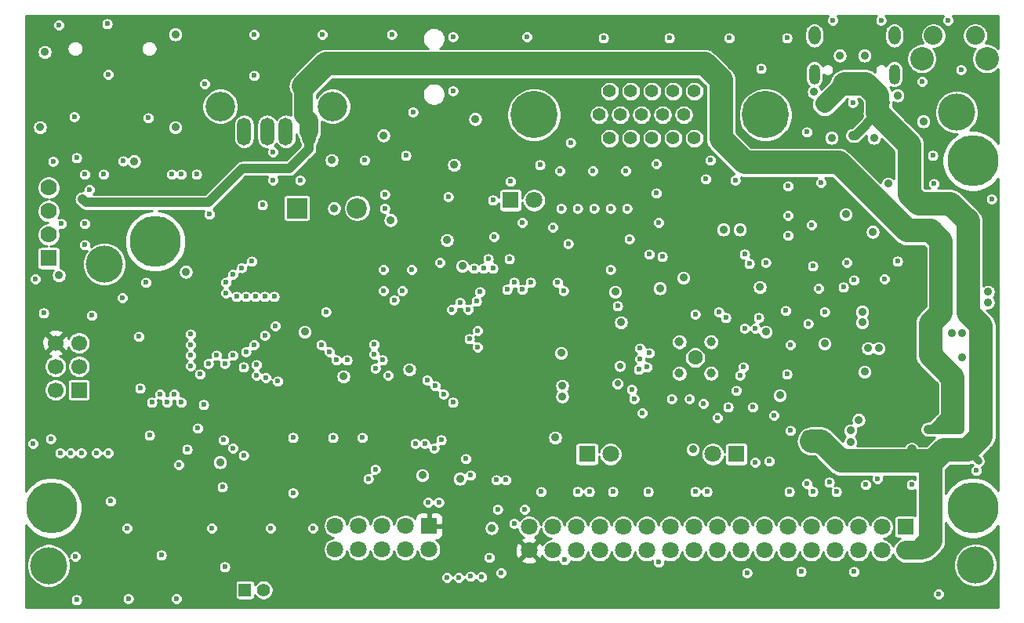
<source format=gbr>
G04 #@! TF.GenerationSoftware,KiCad,Pcbnew,5.1.0-rc2-unknown-036be7d~80~ubuntu16.04.1*
G04 #@! TF.CreationDate,2022-11-30T14:58:32+02:00*
G04 #@! TF.ProjectId,AgonLight2_Rev_A,41676f6e-4c69-4676-9874-325f5265765f,rev?*
G04 #@! TF.SameCoordinates,Original*
G04 #@! TF.FileFunction,Copper,L3,Inr*
G04 #@! TF.FilePolarity,Positive*
%FSLAX46Y46*%
G04 Gerber Fmt 4.6, Leading zero omitted, Abs format (unit mm)*
G04 Created by KiCad (PCBNEW 5.1.0-rc2-unknown-036be7d~80~ubuntu16.04.1) date 2022-11-30 14:58:32*
%MOMM*%
%LPD*%
G04 APERTURE LIST*
%ADD10C,1.700000*%
%ADD11R,1.700000X1.700000*%
%ADD12C,1.800000*%
%ADD13R,1.800000X1.800000*%
%ADD14R,1.750000X1.750000*%
%ADD15R,2.200000X2.200000*%
%ADD16C,2.200000*%
%ADD17C,2.032000*%
%ADD18C,2.540000*%
%ADD19C,5.100000*%
%ADD20C,1.400000*%
%ADD21R,1.778000X1.778000*%
%ADD22C,1.778000*%
%ADD23C,1.000000*%
%ADD24C,1.600000*%
%ADD25O,1.200000X2.200000*%
%ADD26O,1.300000X2.000000*%
%ADD27C,3.200000*%
%ADD28O,1.500000X3.000000*%
%ADD29R,1.400000X1.400000*%
%ADD30C,5.500000*%
%ADD31C,4.000000*%
%ADD32C,0.900000*%
%ADD33C,0.600000*%
%ADD34C,0.700000*%
%ADD35C,1.016000*%
%ADD36C,2.032000*%
%ADD37C,2.540000*%
%ADD38C,0.762000*%
%ADD39C,0.254000*%
G04 APERTURE END LIST*
D10*
X53730000Y-120960000D03*
X56270000Y-120960000D03*
X53730000Y-123500000D03*
X56270000Y-123500000D03*
X53730000Y-126040000D03*
D11*
X56270000Y-126040000D03*
D12*
X105410000Y-105537000D03*
D13*
X102870000Y-105537000D03*
D12*
X83920000Y-143270000D03*
X83920000Y-140730000D03*
X86460000Y-143270000D03*
X86460000Y-140730000D03*
X89000000Y-143270000D03*
X89000000Y-140730000D03*
X91540000Y-143270000D03*
X91540000Y-140730000D03*
X94080000Y-143270000D03*
D14*
X94080000Y-140730000D03*
D15*
X79808000Y-106400000D03*
D16*
X86308000Y-106400000D03*
D17*
X153060600Y-87755400D03*
X148539400Y-87755400D03*
D18*
X154305200Y-90244600D03*
X147294800Y-90244600D03*
D19*
X105403000Y-96310000D03*
X130397000Y-96310000D03*
D20*
X122715000Y-93770000D03*
X120429000Y-93770000D03*
X118143000Y-93770000D03*
X115857000Y-93770000D03*
X113571000Y-93770000D03*
X121572000Y-96310000D03*
X119286000Y-96310000D03*
X117000000Y-96310000D03*
X114714000Y-96310000D03*
X112428000Y-96310000D03*
X122715000Y-98850000D03*
X120429000Y-98850000D03*
X118143000Y-98850000D03*
X115857000Y-98850000D03*
X113571000Y-98850000D03*
D21*
X53000000Y-111810000D03*
D22*
X53000000Y-109270000D03*
X53000000Y-106730000D03*
X53000000Y-104190000D03*
D13*
X111125000Y-132969000D03*
D12*
X113665000Y-132969000D03*
X124714000Y-132969000D03*
D13*
X127254000Y-132969000D03*
D23*
X121109000Y-124255000D03*
X121109000Y-120855000D03*
X124509000Y-120855000D03*
X124509000Y-124255000D03*
D24*
X122809000Y-122555000D03*
D25*
X144320000Y-91930000D03*
D26*
X144320000Y-87750000D03*
X135680000Y-87750000D03*
D25*
X135680000Y-91930000D03*
D27*
X83670000Y-95400000D03*
X71530000Y-95400000D03*
D28*
X81100000Y-98110000D03*
X78600000Y-98110000D03*
X76600000Y-98110000D03*
X74100000Y-98110000D03*
D20*
X76203300Y-147645320D03*
D29*
X74191620Y-147647860D03*
D30*
X53300000Y-138800000D03*
X152800000Y-101300000D03*
X64500000Y-110000000D03*
X152800000Y-138800000D03*
D12*
X120120000Y-140830000D03*
X117580000Y-140830000D03*
X117580000Y-143370000D03*
X120120000Y-143370000D03*
X112500000Y-140830000D03*
X109960000Y-143370000D03*
X112500000Y-143370000D03*
X109960000Y-140830000D03*
X104880000Y-140830000D03*
X107420000Y-143370000D03*
X107420000Y-140830000D03*
X104880000Y-143370000D03*
X115040000Y-140830000D03*
X115040000Y-143370000D03*
X122660000Y-140830000D03*
X122660000Y-143370000D03*
X125200000Y-140830000D03*
X125200000Y-143370000D03*
X127740000Y-140830000D03*
X127740000Y-143370000D03*
X130280000Y-140830000D03*
X130280000Y-143370000D03*
X132820000Y-140830000D03*
X132820000Y-143370000D03*
X135360000Y-143370000D03*
X135360000Y-140830000D03*
X137900000Y-143370000D03*
X137900000Y-140830000D03*
X140440000Y-143370000D03*
X140440000Y-140830000D03*
X142980000Y-143370000D03*
X142980000Y-140830000D03*
X145520000Y-143370000D03*
D14*
X145520000Y-140830000D03*
D31*
X53008000Y-145003000D03*
X153105000Y-144944000D03*
X59024000Y-112431000D03*
X151057000Y-96047000D03*
D32*
X84836000Y-124587000D03*
X93345000Y-135255000D03*
X97409000Y-135636000D03*
X71501000Y-133858000D03*
X67818000Y-113284000D03*
X89916000Y-107696000D03*
X96012000Y-109855000D03*
D33*
X95250000Y-112268000D03*
X102743000Y-111887000D03*
X96139000Y-105156000D03*
X91567000Y-100711000D03*
X100457000Y-111887000D03*
D32*
X83820000Y-106426000D03*
D33*
X76073000Y-106045000D03*
X54356000Y-108077000D03*
D32*
X96774000Y-101727000D03*
X80645000Y-119761000D03*
X66675000Y-97663000D03*
X62230000Y-101346000D03*
X52070000Y-97663000D03*
X52578000Y-89535000D03*
X66675000Y-87630000D03*
X99060000Y-96774000D03*
D33*
X58166000Y-132842000D03*
X55372000Y-132842000D03*
D32*
X91948000Y-123825000D03*
X97663000Y-112649000D03*
D33*
X90297000Y-116332000D03*
D32*
X108331000Y-122047000D03*
D33*
X101092000Y-109474000D03*
X100965000Y-105537000D03*
X108204000Y-102362000D03*
X111760000Y-102362000D03*
X115316000Y-102362000D03*
D32*
X108458000Y-125603000D03*
X108458000Y-126746000D03*
D34*
X114681000Y-123444000D03*
X114427000Y-125349000D03*
D32*
X114808000Y-118745000D03*
X118999000Y-115062000D03*
X121539000Y-113919000D03*
X129794000Y-114935000D03*
X131953000Y-126619000D03*
X136779000Y-121031000D03*
D33*
X139827000Y-94996000D03*
D32*
X139065000Y-107061000D03*
X143637000Y-103759000D03*
X141986000Y-108966000D03*
D33*
X118618000Y-104775000D03*
D32*
X130429000Y-119761000D03*
X125857000Y-108712000D03*
X142113000Y-98806000D03*
X137541000Y-98806000D03*
X114173000Y-115443000D03*
X122555000Y-132461000D03*
X107696000Y-131191000D03*
X147447000Y-97028000D03*
X144653000Y-94234000D03*
X135636000Y-93853000D03*
D33*
X139954000Y-114173000D03*
X135509000Y-112649000D03*
X136144000Y-115062000D03*
X139192000Y-112268000D03*
D32*
X151638000Y-119888000D03*
X150495000Y-119888000D03*
X154432000Y-116586000D03*
X154432000Y-115443000D03*
X151638000Y-122555000D03*
X89154000Y-98552000D03*
D33*
X77216000Y-100330000D03*
D32*
X83566000Y-101219000D03*
X54102000Y-113665000D03*
D33*
X70358000Y-107061000D03*
X146177000Y-136271000D03*
D32*
X142621000Y-121539000D03*
X141097000Y-124079000D03*
X141478000Y-121539000D03*
X140843000Y-117602000D03*
X140843000Y-118745000D03*
X139573000Y-130429000D03*
X139573000Y-131699000D03*
X140462000Y-129286000D03*
X138430000Y-89916000D03*
X141097000Y-89916000D03*
D33*
X141224000Y-136271000D03*
X138049000Y-137033000D03*
X135509000Y-137033000D03*
X132969000Y-137033000D03*
X124079000Y-137033000D03*
X122809000Y-137033000D03*
X117729000Y-137033000D03*
X113919000Y-137033000D03*
X110109000Y-137033000D03*
X106172000Y-137033000D03*
X111379000Y-137033000D03*
D32*
X100838000Y-140970000D03*
D33*
X100584000Y-144145000D03*
X108712000Y-144399000D03*
X118872000Y-144653000D03*
X128397000Y-145796000D03*
X134239000Y-145669000D03*
X139954000Y-145669000D03*
X149098000Y-148082000D03*
X81534000Y-140970000D03*
X76962000Y-140970000D03*
X79375000Y-137160000D03*
X72009000Y-145161000D03*
X66802000Y-148590000D03*
X61595000Y-148590000D03*
X56007000Y-148717000D03*
X55880000Y-144018000D03*
X65151000Y-143891000D03*
X61468000Y-140970000D03*
X59690000Y-138049000D03*
X70612000Y-140970000D03*
X71755000Y-136525000D03*
X63881000Y-130937000D03*
X67056000Y-134112000D03*
X51308000Y-131826000D03*
X62738000Y-120269000D03*
X62865000Y-125857000D03*
X60960000Y-116078000D03*
X63500000Y-114427000D03*
X57658000Y-117983000D03*
X52451000Y-117729000D03*
X51562000Y-114046000D03*
X87503000Y-135636000D03*
X86868000Y-131191000D03*
X79375000Y-131191000D03*
X83693000Y-131191000D03*
X53467000Y-101346000D03*
X55753000Y-96520000D03*
X63754000Y-96647000D03*
X59436000Y-91948000D03*
X59309000Y-86487000D03*
X54102000Y-86614000D03*
X69850000Y-92964000D03*
X87122000Y-101219000D03*
X75184000Y-87630000D03*
X75184000Y-92075000D03*
X82550000Y-87630000D03*
X90043000Y-87630000D03*
X96647000Y-87884000D03*
X96647000Y-93726000D03*
X92329000Y-96012000D03*
X104648000Y-87884000D03*
X112903000Y-88011000D03*
X120015000Y-88011000D03*
X126492000Y-88011000D03*
X132715000Y-88011000D03*
X129921000Y-91313000D03*
X109347000Y-99314000D03*
X106045000Y-101727000D03*
X102870000Y-103505000D03*
X107442000Y-108458000D03*
X109093000Y-110236000D03*
X115697000Y-109728000D03*
X118872000Y-107950000D03*
X124460000Y-101219000D03*
X127127000Y-103378000D03*
X134874000Y-98171000D03*
X132842000Y-104013000D03*
X132842000Y-107188000D03*
X132842000Y-109347000D03*
X135382000Y-108204000D03*
X128143000Y-111379000D03*
X136398000Y-103632000D03*
X137668000Y-86106000D03*
X142875000Y-86106000D03*
X150114000Y-86106000D03*
X151511000Y-91440000D03*
X147320000Y-92710000D03*
X148590000Y-103759000D03*
X154813000Y-105410000D03*
X144653000Y-112141000D03*
X143256000Y-114046000D03*
X136779000Y-117602000D03*
X135001000Y-118872000D03*
X132588000Y-117475000D03*
X133096000Y-121158000D03*
X131318000Y-128778000D03*
X133096000Y-130429000D03*
X129286000Y-133858000D03*
X57404000Y-104394000D03*
X53213000Y-131318000D03*
X89154000Y-115316000D03*
X56896000Y-110363000D03*
X89154000Y-113030000D03*
X56896000Y-108077000D03*
D32*
X56642000Y-105410000D03*
X70231000Y-105791000D03*
X151384000Y-130302000D03*
X147955000Y-130302000D03*
X149098000Y-130302000D03*
X150241000Y-130302000D03*
X149987000Y-110744000D03*
X149987000Y-109601000D03*
X148844000Y-109601000D03*
D33*
X114427000Y-116967000D03*
X125222000Y-129032000D03*
D32*
X80645000Y-118237000D03*
X82677000Y-123063000D03*
X94615000Y-135255000D03*
X69723000Y-133858000D03*
D33*
X76962000Y-131191000D03*
D32*
X61341000Y-107696000D03*
X91694000Y-107696000D03*
X94234000Y-107696000D03*
X92964000Y-100711000D03*
D34*
X101981000Y-107823000D03*
D32*
X69342000Y-112014000D03*
X71501000Y-106553000D03*
X70866000Y-99441000D03*
X66167000Y-132588000D03*
X89535000Y-134747000D03*
X108331000Y-120269000D03*
X108839000Y-117221000D03*
X108077000Y-128270000D03*
X109220000Y-128270000D03*
X124841000Y-113665000D03*
X129667000Y-116840000D03*
X117856000Y-117856000D03*
X128905000Y-126619000D03*
X123952000Y-129032000D03*
X142621000Y-101600000D03*
D33*
X118110000Y-129667000D03*
D32*
X138938000Y-127000000D03*
X138938000Y-128270000D03*
X137795000Y-127000000D03*
X137795000Y-128270000D03*
D33*
X102870000Y-134874000D03*
D32*
X99060000Y-144145000D03*
D33*
X52324000Y-132969000D03*
X57404000Y-136271000D03*
X128651000Y-112395000D03*
X129032000Y-127889000D03*
X59436000Y-132842000D03*
X116713000Y-123825000D03*
X123952000Y-103251000D03*
X117094000Y-128524000D03*
X148463000Y-100711000D03*
X98552000Y-146177000D03*
X139827000Y-98552000D03*
D32*
X127635000Y-108712000D03*
X142494000Y-94234000D03*
X146939000Y-105918000D03*
X148082000Y-105918000D03*
X149225000Y-105918000D03*
X150368000Y-105918000D03*
X143383000Y-94996000D03*
X136271000Y-94996000D03*
X137287000Y-94234000D03*
D33*
X153416000Y-133731000D03*
X146177000Y-132461000D03*
D32*
X134874000Y-130937000D03*
X134874000Y-132080000D03*
D33*
X130429000Y-112268000D03*
X138811000Y-114935000D03*
X80137000Y-103378000D03*
X115951000Y-125984000D03*
X77216000Y-103378000D03*
X116205000Y-127000000D03*
X89281000Y-104902000D03*
X61050000Y-101309000D03*
X101346000Y-135763000D03*
X91186000Y-115316000D03*
X66294000Y-102743000D03*
X93980000Y-138176000D03*
X99314000Y-119634000D03*
X97409000Y-116586000D03*
X99187000Y-116459000D03*
X98933000Y-112903000D03*
X102362000Y-135763000D03*
X100965000Y-112903000D03*
X104394000Y-138938000D03*
X99758500Y-146240500D03*
X103251000Y-114427000D03*
X105029000Y-114427000D03*
X117856000Y-122047000D03*
X134874000Y-136144000D03*
X117602000Y-123571000D03*
X130810000Y-133731000D03*
X137287000Y-136017000D03*
X116840000Y-121539000D03*
X116840000Y-122682000D03*
X104140000Y-115189000D03*
X102489000Y-115189000D03*
X99949000Y-112903000D03*
X101854000Y-145796000D03*
X103251000Y-140462000D03*
X99568000Y-115443000D03*
X98298000Y-117348000D03*
X96520000Y-117348000D03*
X98425000Y-120523000D03*
X99314000Y-121412000D03*
X89281000Y-106426000D03*
X58928000Y-102743000D03*
X95123000Y-138176000D03*
X101473000Y-138938000D03*
X92202000Y-113030000D03*
X68961000Y-102743000D03*
X56896000Y-102743000D03*
X67310000Y-102743000D03*
X56007000Y-100965000D03*
X67945000Y-132461000D03*
X88265000Y-134620000D03*
X69342000Y-124333000D03*
X98044000Y-133477000D03*
X74041000Y-133096000D03*
X98552000Y-135255000D03*
X104140000Y-107950000D03*
X120269000Y-127000000D03*
X125349000Y-117602000D03*
X110109000Y-106426000D03*
X122809000Y-117856000D03*
X108331000Y-106426000D03*
X126111000Y-118237000D03*
X111887000Y-106426000D03*
X128143000Y-119380000D03*
X113665000Y-106426000D03*
X129286000Y-119380000D03*
X115443000Y-106426000D03*
X117856000Y-111379000D03*
X127254000Y-126111000D03*
X128016000Y-123571000D03*
X132715000Y-124333000D03*
X153162000Y-134747000D03*
X142494000Y-135636000D03*
X118618000Y-101600000D03*
X129667000Y-118237000D03*
X113665000Y-113030000D03*
X126365000Y-127889000D03*
X56515000Y-132842000D03*
X97282000Y-146304000D03*
X54229000Y-132842000D03*
X96012000Y-146304000D03*
X76327000Y-115951000D03*
X88138000Y-121114302D03*
X85217000Y-122809000D03*
X77724000Y-125095000D03*
X84074000Y-122809000D03*
X76454000Y-124714000D03*
X83312000Y-121920000D03*
X75438000Y-124460000D03*
X82423000Y-121158000D03*
X75438000Y-123317000D03*
X82931000Y-117602000D03*
X74041000Y-123571000D03*
X72136000Y-115570000D03*
X67310000Y-127381000D03*
X72136000Y-114427000D03*
X66548000Y-126492000D03*
X72898000Y-113538000D03*
X65786000Y-127381000D03*
X73850500Y-112839500D03*
X65024000Y-126492000D03*
X74930000Y-112141000D03*
X64135000Y-127381000D03*
X77343000Y-115951000D03*
X88138000Y-122174000D03*
X75311000Y-115951000D03*
X89027000Y-122809000D03*
X74295000Y-115951000D03*
X88265000Y-123698000D03*
X73279000Y-115951000D03*
X89662000Y-124460000D03*
X68326000Y-120015000D03*
X77470000Y-119126000D03*
X68326000Y-121158000D03*
X76327000Y-120142000D03*
X68326000Y-122301000D03*
X75184000Y-121158000D03*
X68326000Y-123444000D03*
X74295000Y-121920000D03*
X95377000Y-131445000D03*
X72898000Y-132334000D03*
X127635000Y-124460000D03*
X119253000Y-111633000D03*
X94615000Y-132334000D03*
X71882000Y-131445000D03*
X93599000Y-131826000D03*
X69723000Y-127635000D03*
X92583000Y-131826000D03*
X69088000Y-130175000D03*
X93853000Y-124968000D03*
X72898000Y-122301000D03*
X94742000Y-125603000D03*
X72009000Y-123190000D03*
X95631000Y-126492000D03*
X71120000Y-122301000D03*
X96647000Y-127381000D03*
X70231000Y-123190000D03*
X108585000Y-115316000D03*
X122199400Y-127000000D03*
X107950000Y-114427000D03*
X123698000Y-127508000D03*
D35*
X73914000Y-102108000D02*
X70231000Y-105791000D01*
X78994000Y-102108000D02*
X73914000Y-102108000D01*
X81100000Y-100002000D02*
X78994000Y-102108000D01*
X81100000Y-98110000D02*
X81100000Y-100002000D01*
X57023000Y-105791000D02*
X56642000Y-105410000D01*
X70231000Y-105791000D02*
X57023000Y-105791000D01*
D36*
X80518000Y-96393000D02*
X81100000Y-96975000D01*
X80518000Y-93218000D02*
X80518000Y-96393000D01*
X81100000Y-96975000D02*
X81100000Y-98110000D01*
D35*
X147955000Y-130302000D02*
X151384000Y-130302000D01*
D37*
X149352000Y-110871000D02*
X149352000Y-117729000D01*
X149352000Y-117729000D02*
X148209000Y-118872000D01*
X148209000Y-122301000D02*
X150622000Y-124714000D01*
X148209000Y-118872000D02*
X148209000Y-122301000D01*
D35*
X151384000Y-129667000D02*
X150622000Y-128905000D01*
X151384000Y-130302000D02*
X151384000Y-129667000D01*
D37*
X150622000Y-128905000D02*
X150622000Y-129540000D01*
X150622000Y-124714000D02*
X150622000Y-128905000D01*
D35*
X149860000Y-128905000D02*
X150622000Y-128905000D01*
X148463000Y-130302000D02*
X149860000Y-128905000D01*
X147955000Y-130302000D02*
X148463000Y-130302000D01*
D37*
X128143000Y-101473000D02*
X125603000Y-98933000D01*
X82931000Y-90805000D02*
X80518000Y-93218000D01*
X125603000Y-98933000D02*
X125603000Y-92583000D01*
X138303000Y-101473000D02*
X128143000Y-101473000D01*
X123825000Y-90805000D02*
X82931000Y-90805000D01*
X149352000Y-110871000D02*
X149352000Y-109982000D01*
X149352000Y-109982000D02*
X148209000Y-108839000D01*
X125603000Y-92583000D02*
X123825000Y-90805000D01*
X145669000Y-108839000D02*
X138303000Y-101473000D01*
X148209000Y-108839000D02*
X145669000Y-108839000D01*
X137795000Y-128270000D02*
X134493000Y-128270000D01*
X142494000Y-94234000D02*
X142494000Y-96139000D01*
X145923000Y-99568000D02*
X145923000Y-104902000D01*
X142494000Y-96139000D02*
X145923000Y-99568000D01*
X145923000Y-104902000D02*
X146939000Y-105918000D01*
X146939000Y-105918000D02*
X150368000Y-105918000D01*
X142494000Y-94234000D02*
X141224000Y-92964000D01*
X141224000Y-92964000D02*
X138938000Y-92964000D01*
D36*
X138938000Y-92964000D02*
X136779000Y-95123000D01*
D35*
X136652000Y-94996000D02*
X136779000Y-95123000D01*
X136271000Y-94996000D02*
X136652000Y-94996000D01*
X140081000Y-98552000D02*
X142494000Y-96139000D01*
X139827000Y-98552000D02*
X140081000Y-98552000D01*
D36*
X147206000Y-143370000D02*
X147574000Y-143002000D01*
X145520000Y-143370000D02*
X147206000Y-143370000D01*
D37*
X150368000Y-105918000D02*
X152273000Y-107823000D01*
X152273000Y-107823000D02*
X152273000Y-117729000D01*
X152273000Y-117729000D02*
X153670000Y-119126000D01*
X153670000Y-119126000D02*
X153670000Y-131064000D01*
D38*
X153416000Y-133731000D02*
X152209500Y-132524500D01*
D37*
X153670000Y-131064000D02*
X152209500Y-132524500D01*
X148209000Y-142367000D02*
X147574000Y-143002000D01*
X148209000Y-133985000D02*
X148209000Y-142367000D01*
X149669500Y-132524500D02*
X148209000Y-133985000D01*
X152209500Y-132524500D02*
X149669500Y-132524500D01*
X147955000Y-133731000D02*
X148209000Y-133985000D01*
D35*
X146177000Y-132461000D02*
X146177000Y-133223000D01*
D37*
X146685000Y-133731000D02*
X147955000Y-133731000D01*
D35*
X146177000Y-133223000D02*
X146685000Y-133731000D01*
X134874000Y-131064000D02*
X135382000Y-131572000D01*
X134874000Y-130937000D02*
X134874000Y-131064000D01*
D37*
X138557000Y-133731000D02*
X146685000Y-133731000D01*
X136398000Y-131572000D02*
X138557000Y-133731000D01*
X135382000Y-131572000D02*
X136398000Y-131572000D01*
D39*
G36*
X137139033Y-85671888D02*
G01*
X137064506Y-85783426D01*
X137013171Y-85907360D01*
X136987000Y-86038927D01*
X136987000Y-86173073D01*
X137013171Y-86304640D01*
X137064506Y-86428574D01*
X137139033Y-86540112D01*
X137233888Y-86634967D01*
X137345426Y-86709494D01*
X137469360Y-86760829D01*
X137600927Y-86787000D01*
X137735073Y-86787000D01*
X137866640Y-86760829D01*
X137990574Y-86709494D01*
X138102112Y-86634967D01*
X138196967Y-86540112D01*
X138271494Y-86428574D01*
X138322829Y-86304640D01*
X138349000Y-86173073D01*
X138349000Y-86038927D01*
X138322829Y-85907360D01*
X138271494Y-85783426D01*
X138196967Y-85671888D01*
X138163079Y-85638000D01*
X142379921Y-85638000D01*
X142346033Y-85671888D01*
X142271506Y-85783426D01*
X142220171Y-85907360D01*
X142194000Y-86038927D01*
X142194000Y-86173073D01*
X142220171Y-86304640D01*
X142271506Y-86428574D01*
X142346033Y-86540112D01*
X142440888Y-86634967D01*
X142552426Y-86709494D01*
X142676360Y-86760829D01*
X142807927Y-86787000D01*
X142942073Y-86787000D01*
X143073640Y-86760829D01*
X143197574Y-86709494D01*
X143309112Y-86634967D01*
X143403967Y-86540112D01*
X143478494Y-86428574D01*
X143529829Y-86304640D01*
X143556000Y-86173073D01*
X143556000Y-86038927D01*
X143529829Y-85907360D01*
X143478494Y-85783426D01*
X143403967Y-85671888D01*
X143370079Y-85638000D01*
X149618921Y-85638000D01*
X149585033Y-85671888D01*
X149510506Y-85783426D01*
X149459171Y-85907360D01*
X149433000Y-86038927D01*
X149433000Y-86173073D01*
X149459171Y-86304640D01*
X149510506Y-86428574D01*
X149585033Y-86540112D01*
X149679888Y-86634967D01*
X149791426Y-86709494D01*
X149915360Y-86760829D01*
X150046927Y-86787000D01*
X150181073Y-86787000D01*
X150312640Y-86760829D01*
X150436574Y-86709494D01*
X150548112Y-86634967D01*
X150642967Y-86540112D01*
X150717494Y-86428574D01*
X150768829Y-86304640D01*
X150795000Y-86173073D01*
X150795000Y-86038927D01*
X150768829Y-85907360D01*
X150717494Y-85783426D01*
X150642967Y-85671888D01*
X150609079Y-85638000D01*
X155542001Y-85638000D01*
X155542001Y-89146535D01*
X155357651Y-88962185D01*
X155087242Y-88781503D01*
X154786779Y-88657047D01*
X154467809Y-88593600D01*
X154180689Y-88593600D01*
X154298605Y-88417127D01*
X154403914Y-88162890D01*
X154457600Y-87892992D01*
X154457600Y-87617808D01*
X154403914Y-87347910D01*
X154298605Y-87093673D01*
X154145720Y-86864865D01*
X153951135Y-86670280D01*
X153722327Y-86517395D01*
X153468090Y-86412086D01*
X153198192Y-86358400D01*
X152923008Y-86358400D01*
X152653110Y-86412086D01*
X152398873Y-86517395D01*
X152170065Y-86670280D01*
X151975480Y-86864865D01*
X151822595Y-87093673D01*
X151717286Y-87347910D01*
X151663600Y-87617808D01*
X151663600Y-87892992D01*
X151717286Y-88162890D01*
X151822595Y-88417127D01*
X151975480Y-88645935D01*
X152170065Y-88840520D01*
X152398873Y-88993405D01*
X152653110Y-89098714D01*
X152923008Y-89152400D01*
X153062534Y-89152400D01*
X153022785Y-89192149D01*
X152842103Y-89462558D01*
X152717647Y-89763021D01*
X152654200Y-90081991D01*
X152654200Y-90407209D01*
X152717647Y-90726179D01*
X152842103Y-91026642D01*
X153022785Y-91297051D01*
X153252749Y-91527015D01*
X153523158Y-91707697D01*
X153823621Y-91832153D01*
X154142591Y-91895600D01*
X154467809Y-91895600D01*
X154786779Y-91832153D01*
X155087242Y-91707697D01*
X155357651Y-91527015D01*
X155542001Y-91342665D01*
X155542001Y-99415252D01*
X155384250Y-99179161D01*
X154920839Y-98715750D01*
X154375925Y-98351651D01*
X153770450Y-98100855D01*
X153127681Y-97973000D01*
X152472319Y-97973000D01*
X152455098Y-97976425D01*
X152574799Y-97896444D01*
X152906444Y-97564799D01*
X153167015Y-97174827D01*
X153346500Y-96741512D01*
X153438000Y-96281508D01*
X153438000Y-95812492D01*
X153346500Y-95352488D01*
X153167015Y-94919173D01*
X152906444Y-94529201D01*
X152574799Y-94197556D01*
X152184827Y-93936985D01*
X151751512Y-93757500D01*
X151291508Y-93666000D01*
X150822492Y-93666000D01*
X150362488Y-93757500D01*
X149929173Y-93936985D01*
X149539201Y-94197556D01*
X149207556Y-94529201D01*
X148946985Y-94919173D01*
X148767500Y-95352488D01*
X148676000Y-95812492D01*
X148676000Y-96281508D01*
X148767500Y-96741512D01*
X148946985Y-97174827D01*
X149207556Y-97564799D01*
X149539201Y-97896444D01*
X149929173Y-98157015D01*
X150362488Y-98336500D01*
X150822492Y-98428000D01*
X151109810Y-98428000D01*
X150679161Y-98715750D01*
X150215750Y-99179161D01*
X149851651Y-99724075D01*
X149600855Y-100329550D01*
X149473000Y-100972319D01*
X149473000Y-101627681D01*
X149600855Y-102270450D01*
X149851651Y-102875925D01*
X150215750Y-103420839D01*
X150679161Y-103884250D01*
X151224075Y-104248349D01*
X151829550Y-104499145D01*
X152472319Y-104627000D01*
X153127681Y-104627000D01*
X153770450Y-104499145D01*
X154375925Y-104248349D01*
X154920839Y-103884250D01*
X155384250Y-103420839D01*
X155542001Y-103184748D01*
X155542000Y-136915251D01*
X155384250Y-136679161D01*
X154920839Y-136215750D01*
X154375925Y-135851651D01*
X153770450Y-135600855D01*
X153127681Y-135473000D01*
X152472319Y-135473000D01*
X151829550Y-135600855D01*
X151224075Y-135851651D01*
X150679161Y-136215750D01*
X150215750Y-136679161D01*
X149860000Y-137211580D01*
X149860000Y-134668866D01*
X150353367Y-134175500D01*
X152128399Y-134175500D01*
X152209500Y-134183488D01*
X152290601Y-134175500D01*
X152290604Y-134175500D01*
X152533153Y-134151611D01*
X152706421Y-134099051D01*
X152786344Y-134178974D01*
X152727888Y-134218033D01*
X152633033Y-134312888D01*
X152558506Y-134424426D01*
X152507171Y-134548360D01*
X152481000Y-134679927D01*
X152481000Y-134814073D01*
X152507171Y-134945640D01*
X152558506Y-135069574D01*
X152633033Y-135181112D01*
X152727888Y-135275967D01*
X152839426Y-135350494D01*
X152963360Y-135401829D01*
X153094927Y-135428000D01*
X153229073Y-135428000D01*
X153360640Y-135401829D01*
X153484574Y-135350494D01*
X153596112Y-135275967D01*
X153690967Y-135181112D01*
X153765494Y-135069574D01*
X153816829Y-134945640D01*
X153843000Y-134814073D01*
X153843000Y-134679927D01*
X153816829Y-134548360D01*
X153765494Y-134424426D01*
X153757512Y-134412480D01*
X153841392Y-134367645D01*
X153957422Y-134272422D01*
X154052645Y-134156392D01*
X154123401Y-134024016D01*
X154166973Y-133880378D01*
X154181686Y-133731000D01*
X154166973Y-133581621D01*
X154123401Y-133437984D01*
X154052645Y-133305607D01*
X153981279Y-133218649D01*
X153915748Y-133153118D01*
X154780084Y-132288783D01*
X154843082Y-132237082D01*
X155049398Y-131985684D01*
X155202705Y-131698867D01*
X155297111Y-131387653D01*
X155321000Y-131145104D01*
X155321000Y-131145101D01*
X155328988Y-131064000D01*
X155321000Y-130982899D01*
X155321000Y-119207100D01*
X155328988Y-119125999D01*
X155321000Y-119044896D01*
X155297111Y-118802347D01*
X155202705Y-118491133D01*
X155091456Y-118283000D01*
X155049398Y-118204315D01*
X154894782Y-118015915D01*
X154843082Y-117952918D01*
X154780085Y-117901219D01*
X154282387Y-117403520D01*
X154350154Y-117417000D01*
X154513846Y-117417000D01*
X154674394Y-117385065D01*
X154825626Y-117322423D01*
X154961732Y-117231480D01*
X155077480Y-117115732D01*
X155168423Y-116979626D01*
X155231065Y-116828394D01*
X155263000Y-116667846D01*
X155263000Y-116504154D01*
X155231065Y-116343606D01*
X155168423Y-116192374D01*
X155077480Y-116056268D01*
X155035712Y-116014500D01*
X155077480Y-115972732D01*
X155168423Y-115836626D01*
X155231065Y-115685394D01*
X155263000Y-115524846D01*
X155263000Y-115361154D01*
X155231065Y-115200606D01*
X155168423Y-115049374D01*
X155077480Y-114913268D01*
X154961732Y-114797520D01*
X154825626Y-114706577D01*
X154674394Y-114643935D01*
X154513846Y-114612000D01*
X154350154Y-114612000D01*
X154189606Y-114643935D01*
X154038374Y-114706577D01*
X153924000Y-114782999D01*
X153924000Y-107904101D01*
X153931988Y-107823000D01*
X153922721Y-107728915D01*
X153900111Y-107499347D01*
X153805705Y-107188133D01*
X153652398Y-106901316D01*
X153446082Y-106649918D01*
X153383080Y-106598214D01*
X152127793Y-105342927D01*
X154132000Y-105342927D01*
X154132000Y-105477073D01*
X154158171Y-105608640D01*
X154209506Y-105732574D01*
X154284033Y-105844112D01*
X154378888Y-105938967D01*
X154490426Y-106013494D01*
X154614360Y-106064829D01*
X154745927Y-106091000D01*
X154880073Y-106091000D01*
X155011640Y-106064829D01*
X155135574Y-106013494D01*
X155247112Y-105938967D01*
X155341967Y-105844112D01*
X155416494Y-105732574D01*
X155467829Y-105608640D01*
X155494000Y-105477073D01*
X155494000Y-105342927D01*
X155467829Y-105211360D01*
X155416494Y-105087426D01*
X155341967Y-104975888D01*
X155247112Y-104881033D01*
X155135574Y-104806506D01*
X155011640Y-104755171D01*
X154880073Y-104729000D01*
X154745927Y-104729000D01*
X154614360Y-104755171D01*
X154490426Y-104806506D01*
X154378888Y-104881033D01*
X154284033Y-104975888D01*
X154209506Y-105087426D01*
X154158171Y-105211360D01*
X154132000Y-105342927D01*
X152127793Y-105342927D01*
X151592787Y-104807921D01*
X151541082Y-104744918D01*
X151289684Y-104538602D01*
X151002867Y-104385295D01*
X150691653Y-104290889D01*
X150449104Y-104267000D01*
X150449101Y-104267000D01*
X150368000Y-104259012D01*
X150286899Y-104267000D01*
X149045079Y-104267000D01*
X149118967Y-104193112D01*
X149193494Y-104081574D01*
X149244829Y-103957640D01*
X149271000Y-103826073D01*
X149271000Y-103691927D01*
X149244829Y-103560360D01*
X149193494Y-103436426D01*
X149118967Y-103324888D01*
X149024112Y-103230033D01*
X148912574Y-103155506D01*
X148788640Y-103104171D01*
X148657073Y-103078000D01*
X148522927Y-103078000D01*
X148391360Y-103104171D01*
X148267426Y-103155506D01*
X148155888Y-103230033D01*
X148061033Y-103324888D01*
X147986506Y-103436426D01*
X147935171Y-103560360D01*
X147909000Y-103691927D01*
X147909000Y-103826073D01*
X147935171Y-103957640D01*
X147986506Y-104081574D01*
X148061033Y-104193112D01*
X148134921Y-104267000D01*
X147622866Y-104267000D01*
X147574000Y-104218134D01*
X147574000Y-100643927D01*
X147782000Y-100643927D01*
X147782000Y-100778073D01*
X147808171Y-100909640D01*
X147859506Y-101033574D01*
X147934033Y-101145112D01*
X148028888Y-101239967D01*
X148140426Y-101314494D01*
X148264360Y-101365829D01*
X148395927Y-101392000D01*
X148530073Y-101392000D01*
X148661640Y-101365829D01*
X148785574Y-101314494D01*
X148897112Y-101239967D01*
X148991967Y-101145112D01*
X149066494Y-101033574D01*
X149117829Y-100909640D01*
X149144000Y-100778073D01*
X149144000Y-100643927D01*
X149117829Y-100512360D01*
X149066494Y-100388426D01*
X148991967Y-100276888D01*
X148897112Y-100182033D01*
X148785574Y-100107506D01*
X148661640Y-100056171D01*
X148530073Y-100030000D01*
X148395927Y-100030000D01*
X148264360Y-100056171D01*
X148140426Y-100107506D01*
X148028888Y-100182033D01*
X147934033Y-100276888D01*
X147859506Y-100388426D01*
X147808171Y-100512360D01*
X147782000Y-100643927D01*
X147574000Y-100643927D01*
X147574000Y-99649100D01*
X147581988Y-99567999D01*
X147573989Y-99486786D01*
X147550111Y-99244347D01*
X147455705Y-98933133D01*
X147370911Y-98774494D01*
X147302398Y-98646315D01*
X147147782Y-98457915D01*
X147096082Y-98394918D01*
X147033086Y-98343219D01*
X145636021Y-96946154D01*
X146616000Y-96946154D01*
X146616000Y-97109846D01*
X146647935Y-97270394D01*
X146710577Y-97421626D01*
X146801520Y-97557732D01*
X146917268Y-97673480D01*
X147053374Y-97764423D01*
X147204606Y-97827065D01*
X147365154Y-97859000D01*
X147528846Y-97859000D01*
X147689394Y-97827065D01*
X147840626Y-97764423D01*
X147976732Y-97673480D01*
X148092480Y-97557732D01*
X148183423Y-97421626D01*
X148246065Y-97270394D01*
X148278000Y-97109846D01*
X148278000Y-96946154D01*
X148246065Y-96785606D01*
X148183423Y-96634374D01*
X148092480Y-96498268D01*
X147976732Y-96382520D01*
X147840626Y-96291577D01*
X147689394Y-96228935D01*
X147528846Y-96197000D01*
X147365154Y-96197000D01*
X147204606Y-96228935D01*
X147053374Y-96291577D01*
X146917268Y-96382520D01*
X146801520Y-96498268D01*
X146710577Y-96634374D01*
X146647935Y-96785606D01*
X146616000Y-96946154D01*
X145636021Y-96946154D01*
X144145000Y-95455134D01*
X144145000Y-95327877D01*
X144182065Y-95238394D01*
X144214000Y-95077846D01*
X144214000Y-94940105D01*
X144259374Y-94970423D01*
X144410606Y-95033065D01*
X144571154Y-95065000D01*
X144734846Y-95065000D01*
X144895394Y-95033065D01*
X145046626Y-94970423D01*
X145182732Y-94879480D01*
X145298480Y-94763732D01*
X145389423Y-94627626D01*
X145452065Y-94476394D01*
X145484000Y-94315846D01*
X145484000Y-94152154D01*
X145452065Y-93991606D01*
X145389423Y-93840374D01*
X145298480Y-93704268D01*
X145182732Y-93588520D01*
X145046626Y-93497577D01*
X144895394Y-93434935D01*
X144734846Y-93403000D01*
X144571154Y-93403000D01*
X144410606Y-93434935D01*
X144259374Y-93497577D01*
X144123268Y-93588520D01*
X144046709Y-93665079D01*
X144026705Y-93599133D01*
X143928683Y-93415746D01*
X143873398Y-93312315D01*
X143860701Y-93296843D01*
X143942771Y-93340711D01*
X144127690Y-93396805D01*
X144320000Y-93415746D01*
X144512309Y-93396805D01*
X144697228Y-93340711D01*
X144867651Y-93249618D01*
X145017028Y-93127028D01*
X145139618Y-92977651D01*
X145230711Y-92807229D01*
X145280550Y-92642927D01*
X146639000Y-92642927D01*
X146639000Y-92777073D01*
X146665171Y-92908640D01*
X146716506Y-93032574D01*
X146791033Y-93144112D01*
X146885888Y-93238967D01*
X146997426Y-93313494D01*
X147121360Y-93364829D01*
X147252927Y-93391000D01*
X147387073Y-93391000D01*
X147518640Y-93364829D01*
X147642574Y-93313494D01*
X147754112Y-93238967D01*
X147848967Y-93144112D01*
X147923494Y-93032574D01*
X147974829Y-92908640D01*
X148001000Y-92777073D01*
X148001000Y-92642927D01*
X147974829Y-92511360D01*
X147923494Y-92387426D01*
X147848967Y-92275888D01*
X147754112Y-92181033D01*
X147642574Y-92106506D01*
X147518640Y-92055171D01*
X147387073Y-92029000D01*
X147252927Y-92029000D01*
X147121360Y-92055171D01*
X146997426Y-92106506D01*
X146885888Y-92181033D01*
X146791033Y-92275888D01*
X146716506Y-92387426D01*
X146665171Y-92511360D01*
X146639000Y-92642927D01*
X145280550Y-92642927D01*
X145286805Y-92622310D01*
X145301000Y-92478187D01*
X145301000Y-91381814D01*
X145286805Y-91237690D01*
X145230711Y-91052771D01*
X145139618Y-90882349D01*
X145017028Y-90732972D01*
X144867651Y-90610382D01*
X144697229Y-90519289D01*
X144512310Y-90463195D01*
X144320000Y-90444254D01*
X144127691Y-90463195D01*
X143942772Y-90519289D01*
X143772350Y-90610382D01*
X143622973Y-90732972D01*
X143500383Y-90882349D01*
X143430483Y-91013123D01*
X143418967Y-90995888D01*
X143324112Y-90901033D01*
X143212574Y-90826506D01*
X143088640Y-90775171D01*
X142957073Y-90749000D01*
X142822927Y-90749000D01*
X142691360Y-90775171D01*
X142567426Y-90826506D01*
X142455888Y-90901033D01*
X142361033Y-90995888D01*
X142286506Y-91107426D01*
X142235171Y-91231360D01*
X142209000Y-91362927D01*
X142209000Y-91497073D01*
X142235171Y-91628640D01*
X142253622Y-91673184D01*
X142145684Y-91584602D01*
X141858867Y-91431295D01*
X141547653Y-91336889D01*
X141305104Y-91313000D01*
X141305101Y-91313000D01*
X141224000Y-91305012D01*
X141142899Y-91313000D01*
X138856896Y-91313000D01*
X138614347Y-91336889D01*
X138303133Y-91431295D01*
X138016316Y-91584602D01*
X137764918Y-91790918D01*
X137558602Y-92042316D01*
X137405295Y-92329133D01*
X137321728Y-92604616D01*
X136400115Y-93526229D01*
X136372423Y-93459374D01*
X136281480Y-93323268D01*
X136214734Y-93256522D01*
X136227651Y-93249618D01*
X136377028Y-93127028D01*
X136499618Y-92977651D01*
X136590711Y-92807229D01*
X136646805Y-92622310D01*
X136661000Y-92478187D01*
X136661000Y-91944079D01*
X136675888Y-91958967D01*
X136787426Y-92033494D01*
X136911360Y-92084829D01*
X137042927Y-92111000D01*
X137177073Y-92111000D01*
X137308640Y-92084829D01*
X137432574Y-92033494D01*
X137544112Y-91958967D01*
X137638967Y-91864112D01*
X137713494Y-91752574D01*
X137764829Y-91628640D01*
X137791000Y-91497073D01*
X137791000Y-91362927D01*
X137764829Y-91231360D01*
X137713494Y-91107426D01*
X137638967Y-90995888D01*
X137544112Y-90901033D01*
X137432574Y-90826506D01*
X137308640Y-90775171D01*
X137177073Y-90749000D01*
X137042927Y-90749000D01*
X136911360Y-90775171D01*
X136787426Y-90826506D01*
X136675888Y-90901033D01*
X136581033Y-90995888D01*
X136569518Y-91013122D01*
X136499618Y-90882349D01*
X136377028Y-90732972D01*
X136227651Y-90610382D01*
X136057229Y-90519289D01*
X135872310Y-90463195D01*
X135680000Y-90444254D01*
X135487691Y-90463195D01*
X135302772Y-90519289D01*
X135132350Y-90610382D01*
X134982973Y-90732972D01*
X134860383Y-90882349D01*
X134769290Y-91052771D01*
X134713196Y-91237690D01*
X134699001Y-91381813D01*
X134699000Y-92478186D01*
X134713195Y-92622309D01*
X134769289Y-92807228D01*
X134860382Y-92977651D01*
X134982972Y-93127028D01*
X135094902Y-93218886D01*
X134990520Y-93323268D01*
X134899577Y-93459374D01*
X134836935Y-93610606D01*
X134805000Y-93771154D01*
X134805000Y-93934846D01*
X134836935Y-94095394D01*
X134899577Y-94246626D01*
X134990520Y-94382732D01*
X135106268Y-94498480D01*
X135242374Y-94589423D01*
X135393606Y-94652065D01*
X135443329Y-94661956D01*
X135394864Y-94821726D01*
X135377699Y-94996000D01*
X135382724Y-95047021D01*
X135375241Y-95123000D01*
X135402214Y-95396859D01*
X135482097Y-95660195D01*
X135611818Y-95902886D01*
X135786393Y-96115607D01*
X135999114Y-96290182D01*
X136241805Y-96419903D01*
X136505141Y-96499786D01*
X136779000Y-96526759D01*
X137052859Y-96499786D01*
X137316195Y-96419903D01*
X137558886Y-96290182D01*
X137718302Y-96159353D01*
X139262320Y-94615336D01*
X139223506Y-94673426D01*
X139172171Y-94797360D01*
X139146000Y-94928927D01*
X139146000Y-95063073D01*
X139172171Y-95194640D01*
X139223506Y-95318574D01*
X139298033Y-95430112D01*
X139392888Y-95524967D01*
X139504426Y-95599494D01*
X139628360Y-95650829D01*
X139759927Y-95677000D01*
X139894073Y-95677000D01*
X140025640Y-95650829D01*
X140149574Y-95599494D01*
X140261112Y-95524967D01*
X140355967Y-95430112D01*
X140430494Y-95318574D01*
X140481829Y-95194640D01*
X140508000Y-95063073D01*
X140508000Y-94928927D01*
X140481829Y-94797360D01*
X140430494Y-94673426D01*
X140391455Y-94615000D01*
X140540134Y-94615000D01*
X140843000Y-94917867D01*
X140843001Y-96057890D01*
X140835012Y-96139000D01*
X140860030Y-96393000D01*
X140866890Y-96462653D01*
X140877648Y-96498117D01*
X139705055Y-97670710D01*
X139652726Y-97675864D01*
X139485149Y-97726697D01*
X139330709Y-97809247D01*
X139195341Y-97920341D01*
X139084247Y-98055709D01*
X139001697Y-98210149D01*
X138950864Y-98377726D01*
X138933699Y-98552000D01*
X138950864Y-98726274D01*
X139001697Y-98893851D01*
X139084247Y-99048291D01*
X139195341Y-99183659D01*
X139330709Y-99294753D01*
X139485149Y-99377303D01*
X139652726Y-99428136D01*
X139783333Y-99441000D01*
X140037340Y-99441000D01*
X140081000Y-99445300D01*
X140124660Y-99441000D01*
X140124667Y-99441000D01*
X140255274Y-99428136D01*
X140422851Y-99377303D01*
X140577291Y-99294753D01*
X140712659Y-99183659D01*
X140740499Y-99149736D01*
X141310783Y-98579452D01*
X141282000Y-98724154D01*
X141282000Y-98887846D01*
X141313935Y-99048394D01*
X141376577Y-99199626D01*
X141467520Y-99335732D01*
X141583268Y-99451480D01*
X141719374Y-99542423D01*
X141870606Y-99605065D01*
X142031154Y-99637000D01*
X142194846Y-99637000D01*
X142355394Y-99605065D01*
X142506626Y-99542423D01*
X142642732Y-99451480D01*
X142758480Y-99335732D01*
X142849423Y-99199626D01*
X142912065Y-99048394D01*
X142938024Y-98917890D01*
X144272000Y-100251867D01*
X144272001Y-103218789D01*
X144166732Y-103113520D01*
X144030626Y-103022577D01*
X143879394Y-102959935D01*
X143718846Y-102928000D01*
X143555154Y-102928000D01*
X143394606Y-102959935D01*
X143243374Y-103022577D01*
X143107268Y-103113520D01*
X142991520Y-103229268D01*
X142900577Y-103365374D01*
X142837935Y-103516606D01*
X142811976Y-103647110D01*
X139527787Y-100362921D01*
X139476082Y-100299918D01*
X139224684Y-100093602D01*
X138937867Y-99940295D01*
X138626653Y-99845889D01*
X138384104Y-99822000D01*
X138384101Y-99822000D01*
X138303000Y-99814012D01*
X138221899Y-99822000D01*
X128826867Y-99822000D01*
X127254000Y-98249134D01*
X127254000Y-96021322D01*
X127466000Y-96021322D01*
X127466000Y-96598678D01*
X127578637Y-97164941D01*
X127799581Y-97698349D01*
X128120344Y-98178404D01*
X128528596Y-98586656D01*
X129008651Y-98907419D01*
X129542059Y-99128363D01*
X130108322Y-99241000D01*
X130685678Y-99241000D01*
X131251941Y-99128363D01*
X131785349Y-98907419D01*
X132265404Y-98586656D01*
X132673656Y-98178404D01*
X132723420Y-98103927D01*
X134193000Y-98103927D01*
X134193000Y-98238073D01*
X134219171Y-98369640D01*
X134270506Y-98493574D01*
X134345033Y-98605112D01*
X134439888Y-98699967D01*
X134551426Y-98774494D01*
X134675360Y-98825829D01*
X134806927Y-98852000D01*
X134941073Y-98852000D01*
X135072640Y-98825829D01*
X135196574Y-98774494D01*
X135271913Y-98724154D01*
X136710000Y-98724154D01*
X136710000Y-98887846D01*
X136741935Y-99048394D01*
X136804577Y-99199626D01*
X136895520Y-99335732D01*
X137011268Y-99451480D01*
X137147374Y-99542423D01*
X137298606Y-99605065D01*
X137459154Y-99637000D01*
X137622846Y-99637000D01*
X137783394Y-99605065D01*
X137934626Y-99542423D01*
X138070732Y-99451480D01*
X138186480Y-99335732D01*
X138277423Y-99199626D01*
X138340065Y-99048394D01*
X138372000Y-98887846D01*
X138372000Y-98724154D01*
X138340065Y-98563606D01*
X138277423Y-98412374D01*
X138186480Y-98276268D01*
X138070732Y-98160520D01*
X137934626Y-98069577D01*
X137783394Y-98006935D01*
X137622846Y-97975000D01*
X137459154Y-97975000D01*
X137298606Y-98006935D01*
X137147374Y-98069577D01*
X137011268Y-98160520D01*
X136895520Y-98276268D01*
X136804577Y-98412374D01*
X136741935Y-98563606D01*
X136710000Y-98724154D01*
X135271913Y-98724154D01*
X135308112Y-98699967D01*
X135402967Y-98605112D01*
X135477494Y-98493574D01*
X135528829Y-98369640D01*
X135555000Y-98238073D01*
X135555000Y-98103927D01*
X135528829Y-97972360D01*
X135477494Y-97848426D01*
X135402967Y-97736888D01*
X135308112Y-97642033D01*
X135196574Y-97567506D01*
X135072640Y-97516171D01*
X134941073Y-97490000D01*
X134806927Y-97490000D01*
X134675360Y-97516171D01*
X134551426Y-97567506D01*
X134439888Y-97642033D01*
X134345033Y-97736888D01*
X134270506Y-97848426D01*
X134219171Y-97972360D01*
X134193000Y-98103927D01*
X132723420Y-98103927D01*
X132994419Y-97698349D01*
X133215363Y-97164941D01*
X133328000Y-96598678D01*
X133328000Y-96021322D01*
X133215363Y-95455059D01*
X132994419Y-94921651D01*
X132673656Y-94441596D01*
X132265404Y-94033344D01*
X131785349Y-93712581D01*
X131251941Y-93491637D01*
X130685678Y-93379000D01*
X130108322Y-93379000D01*
X129542059Y-93491637D01*
X129008651Y-93712581D01*
X128528596Y-94033344D01*
X128120344Y-94441596D01*
X127799581Y-94921651D01*
X127578637Y-95455059D01*
X127466000Y-96021322D01*
X127254000Y-96021322D01*
X127254000Y-92664101D01*
X127261988Y-92583000D01*
X127251665Y-92478187D01*
X127230111Y-92259347D01*
X127141680Y-91967829D01*
X127135705Y-91948132D01*
X126982398Y-91661316D01*
X126961272Y-91635574D01*
X126776082Y-91409918D01*
X126713079Y-91358213D01*
X126600793Y-91245927D01*
X129240000Y-91245927D01*
X129240000Y-91380073D01*
X129266171Y-91511640D01*
X129317506Y-91635574D01*
X129392033Y-91747112D01*
X129486888Y-91841967D01*
X129598426Y-91916494D01*
X129722360Y-91967829D01*
X129853927Y-91994000D01*
X129988073Y-91994000D01*
X130119640Y-91967829D01*
X130243574Y-91916494D01*
X130355112Y-91841967D01*
X130449967Y-91747112D01*
X130524494Y-91635574D01*
X130575829Y-91511640D01*
X130602000Y-91380073D01*
X130602000Y-91245927D01*
X130575829Y-91114360D01*
X130524494Y-90990426D01*
X130449967Y-90878888D01*
X130355112Y-90784033D01*
X130243574Y-90709506D01*
X130119640Y-90658171D01*
X129988073Y-90632000D01*
X129853927Y-90632000D01*
X129722360Y-90658171D01*
X129598426Y-90709506D01*
X129486888Y-90784033D01*
X129392033Y-90878888D01*
X129317506Y-90990426D01*
X129266171Y-91114360D01*
X129240000Y-91245927D01*
X126600793Y-91245927D01*
X125189020Y-89834154D01*
X137599000Y-89834154D01*
X137599000Y-89997846D01*
X137630935Y-90158394D01*
X137693577Y-90309626D01*
X137784520Y-90445732D01*
X137900268Y-90561480D01*
X138036374Y-90652423D01*
X138187606Y-90715065D01*
X138348154Y-90747000D01*
X138511846Y-90747000D01*
X138672394Y-90715065D01*
X138823626Y-90652423D01*
X138959732Y-90561480D01*
X139075480Y-90445732D01*
X139166423Y-90309626D01*
X139229065Y-90158394D01*
X139261000Y-89997846D01*
X139261000Y-89834154D01*
X140266000Y-89834154D01*
X140266000Y-89997846D01*
X140297935Y-90158394D01*
X140360577Y-90309626D01*
X140451520Y-90445732D01*
X140567268Y-90561480D01*
X140703374Y-90652423D01*
X140854606Y-90715065D01*
X141015154Y-90747000D01*
X141178846Y-90747000D01*
X141339394Y-90715065D01*
X141490626Y-90652423D01*
X141626732Y-90561480D01*
X141742480Y-90445732D01*
X141833423Y-90309626D01*
X141896065Y-90158394D01*
X141911262Y-90081991D01*
X145643800Y-90081991D01*
X145643800Y-90407209D01*
X145707247Y-90726179D01*
X145831703Y-91026642D01*
X146012385Y-91297051D01*
X146242349Y-91527015D01*
X146512758Y-91707697D01*
X146813221Y-91832153D01*
X147132191Y-91895600D01*
X147457409Y-91895600D01*
X147776379Y-91832153D01*
X148076842Y-91707697D01*
X148347251Y-91527015D01*
X148501339Y-91372927D01*
X150830000Y-91372927D01*
X150830000Y-91507073D01*
X150856171Y-91638640D01*
X150907506Y-91762574D01*
X150982033Y-91874112D01*
X151076888Y-91968967D01*
X151188426Y-92043494D01*
X151312360Y-92094829D01*
X151443927Y-92121000D01*
X151578073Y-92121000D01*
X151709640Y-92094829D01*
X151833574Y-92043494D01*
X151945112Y-91968967D01*
X152039967Y-91874112D01*
X152114494Y-91762574D01*
X152165829Y-91638640D01*
X152192000Y-91507073D01*
X152192000Y-91372927D01*
X152165829Y-91241360D01*
X152114494Y-91117426D01*
X152039967Y-91005888D01*
X151945112Y-90911033D01*
X151833574Y-90836506D01*
X151709640Y-90785171D01*
X151578073Y-90759000D01*
X151443927Y-90759000D01*
X151312360Y-90785171D01*
X151188426Y-90836506D01*
X151076888Y-90911033D01*
X150982033Y-91005888D01*
X150907506Y-91117426D01*
X150856171Y-91241360D01*
X150830000Y-91372927D01*
X148501339Y-91372927D01*
X148577215Y-91297051D01*
X148757897Y-91026642D01*
X148882353Y-90726179D01*
X148945800Y-90407209D01*
X148945800Y-90081991D01*
X148882353Y-89763021D01*
X148757897Y-89462558D01*
X148577215Y-89192149D01*
X148537466Y-89152400D01*
X148676992Y-89152400D01*
X148946890Y-89098714D01*
X149201127Y-88993405D01*
X149429935Y-88840520D01*
X149624520Y-88645935D01*
X149777405Y-88417127D01*
X149882714Y-88162890D01*
X149936400Y-87892992D01*
X149936400Y-87617808D01*
X149882714Y-87347910D01*
X149777405Y-87093673D01*
X149624520Y-86864865D01*
X149429935Y-86670280D01*
X149201127Y-86517395D01*
X148946890Y-86412086D01*
X148676992Y-86358400D01*
X148401808Y-86358400D01*
X148131910Y-86412086D01*
X147877673Y-86517395D01*
X147648865Y-86670280D01*
X147454280Y-86864865D01*
X147301395Y-87093673D01*
X147196086Y-87347910D01*
X147142400Y-87617808D01*
X147142400Y-87892992D01*
X147196086Y-88162890D01*
X147301395Y-88417127D01*
X147419311Y-88593600D01*
X147132191Y-88593600D01*
X146813221Y-88657047D01*
X146512758Y-88781503D01*
X146242349Y-88962185D01*
X146012385Y-89192149D01*
X145831703Y-89462558D01*
X145707247Y-89763021D01*
X145643800Y-90081991D01*
X141911262Y-90081991D01*
X141928000Y-89997846D01*
X141928000Y-89834154D01*
X141896065Y-89673606D01*
X141833423Y-89522374D01*
X141742480Y-89386268D01*
X141626732Y-89270520D01*
X141490626Y-89179577D01*
X141339394Y-89116935D01*
X141178846Y-89085000D01*
X141015154Y-89085000D01*
X140854606Y-89116935D01*
X140703374Y-89179577D01*
X140567268Y-89270520D01*
X140451520Y-89386268D01*
X140360577Y-89522374D01*
X140297935Y-89673606D01*
X140266000Y-89834154D01*
X139261000Y-89834154D01*
X139229065Y-89673606D01*
X139166423Y-89522374D01*
X139075480Y-89386268D01*
X138959732Y-89270520D01*
X138823626Y-89179577D01*
X138672394Y-89116935D01*
X138511846Y-89085000D01*
X138348154Y-89085000D01*
X138187606Y-89116935D01*
X138036374Y-89179577D01*
X137900268Y-89270520D01*
X137784520Y-89386268D01*
X137693577Y-89522374D01*
X137630935Y-89673606D01*
X137599000Y-89834154D01*
X125189020Y-89834154D01*
X125049787Y-89694921D01*
X124998082Y-89631918D01*
X124746684Y-89425602D01*
X124459867Y-89272295D01*
X124148653Y-89177889D01*
X123906104Y-89154000D01*
X123906101Y-89154000D01*
X123825000Y-89146012D01*
X123743899Y-89154000D01*
X95238319Y-89154000D01*
X95384717Y-89056180D01*
X95556180Y-88884717D01*
X95690898Y-88683097D01*
X95783693Y-88459069D01*
X95831000Y-88221243D01*
X95831000Y-87978757D01*
X95798810Y-87816927D01*
X95966000Y-87816927D01*
X95966000Y-87951073D01*
X95992171Y-88082640D01*
X96043506Y-88206574D01*
X96118033Y-88318112D01*
X96212888Y-88412967D01*
X96324426Y-88487494D01*
X96448360Y-88538829D01*
X96579927Y-88565000D01*
X96714073Y-88565000D01*
X96845640Y-88538829D01*
X96969574Y-88487494D01*
X97081112Y-88412967D01*
X97175967Y-88318112D01*
X97250494Y-88206574D01*
X97301829Y-88082640D01*
X97328000Y-87951073D01*
X97328000Y-87816927D01*
X103967000Y-87816927D01*
X103967000Y-87951073D01*
X103993171Y-88082640D01*
X104044506Y-88206574D01*
X104119033Y-88318112D01*
X104213888Y-88412967D01*
X104325426Y-88487494D01*
X104449360Y-88538829D01*
X104580927Y-88565000D01*
X104715073Y-88565000D01*
X104846640Y-88538829D01*
X104970574Y-88487494D01*
X105082112Y-88412967D01*
X105176967Y-88318112D01*
X105251494Y-88206574D01*
X105302829Y-88082640D01*
X105329000Y-87951073D01*
X105329000Y-87943927D01*
X112222000Y-87943927D01*
X112222000Y-88078073D01*
X112248171Y-88209640D01*
X112299506Y-88333574D01*
X112374033Y-88445112D01*
X112468888Y-88539967D01*
X112580426Y-88614494D01*
X112704360Y-88665829D01*
X112835927Y-88692000D01*
X112970073Y-88692000D01*
X113101640Y-88665829D01*
X113225574Y-88614494D01*
X113337112Y-88539967D01*
X113431967Y-88445112D01*
X113506494Y-88333574D01*
X113557829Y-88209640D01*
X113584000Y-88078073D01*
X113584000Y-87943927D01*
X119334000Y-87943927D01*
X119334000Y-88078073D01*
X119360171Y-88209640D01*
X119411506Y-88333574D01*
X119486033Y-88445112D01*
X119580888Y-88539967D01*
X119692426Y-88614494D01*
X119816360Y-88665829D01*
X119947927Y-88692000D01*
X120082073Y-88692000D01*
X120213640Y-88665829D01*
X120337574Y-88614494D01*
X120449112Y-88539967D01*
X120543967Y-88445112D01*
X120618494Y-88333574D01*
X120669829Y-88209640D01*
X120696000Y-88078073D01*
X120696000Y-87943927D01*
X125811000Y-87943927D01*
X125811000Y-88078073D01*
X125837171Y-88209640D01*
X125888506Y-88333574D01*
X125963033Y-88445112D01*
X126057888Y-88539967D01*
X126169426Y-88614494D01*
X126293360Y-88665829D01*
X126424927Y-88692000D01*
X126559073Y-88692000D01*
X126690640Y-88665829D01*
X126814574Y-88614494D01*
X126926112Y-88539967D01*
X127020967Y-88445112D01*
X127095494Y-88333574D01*
X127146829Y-88209640D01*
X127173000Y-88078073D01*
X127173000Y-87943927D01*
X132034000Y-87943927D01*
X132034000Y-88078073D01*
X132060171Y-88209640D01*
X132111506Y-88333574D01*
X132186033Y-88445112D01*
X132280888Y-88539967D01*
X132392426Y-88614494D01*
X132516360Y-88665829D01*
X132647927Y-88692000D01*
X132782073Y-88692000D01*
X132913640Y-88665829D01*
X133037574Y-88614494D01*
X133149112Y-88539967D01*
X133243967Y-88445112D01*
X133318494Y-88333574D01*
X133369829Y-88209640D01*
X133396000Y-88078073D01*
X133396000Y-87943927D01*
X133369829Y-87812360D01*
X133318494Y-87688426D01*
X133243967Y-87576888D01*
X133149112Y-87482033D01*
X133037574Y-87407506D01*
X132913640Y-87356171D01*
X132879375Y-87349355D01*
X134649000Y-87349355D01*
X134649000Y-88150644D01*
X134663918Y-88302110D01*
X134722872Y-88496454D01*
X134818607Y-88675564D01*
X134947446Y-88832554D01*
X135104436Y-88961393D01*
X135283545Y-89057128D01*
X135477889Y-89116082D01*
X135680000Y-89135988D01*
X135882110Y-89116082D01*
X136076454Y-89057128D01*
X136255564Y-88961393D01*
X136412554Y-88832554D01*
X136541393Y-88675564D01*
X136637128Y-88496455D01*
X136696082Y-88302111D01*
X136711000Y-88150645D01*
X136711000Y-87349356D01*
X136711000Y-87349355D01*
X143289000Y-87349355D01*
X143289000Y-88150644D01*
X143303918Y-88302110D01*
X143362872Y-88496454D01*
X143458607Y-88675564D01*
X143587446Y-88832554D01*
X143744436Y-88961393D01*
X143923545Y-89057128D01*
X144117889Y-89116082D01*
X144320000Y-89135988D01*
X144522110Y-89116082D01*
X144716454Y-89057128D01*
X144895564Y-88961393D01*
X145052554Y-88832554D01*
X145181393Y-88675564D01*
X145277128Y-88496455D01*
X145336082Y-88302111D01*
X145351000Y-88150645D01*
X145351000Y-87349356D01*
X145336082Y-87197890D01*
X145277128Y-87003545D01*
X145181393Y-86824436D01*
X145052554Y-86667446D01*
X144895564Y-86538607D01*
X144716455Y-86442872D01*
X144522111Y-86383918D01*
X144320000Y-86364012D01*
X144117890Y-86383918D01*
X143923546Y-86442872D01*
X143744437Y-86538607D01*
X143587447Y-86667446D01*
X143458608Y-86824436D01*
X143362873Y-87003545D01*
X143303918Y-87197889D01*
X143289000Y-87349355D01*
X136711000Y-87349355D01*
X136696082Y-87197890D01*
X136637128Y-87003545D01*
X136541393Y-86824436D01*
X136412554Y-86667446D01*
X136255564Y-86538607D01*
X136076455Y-86442872D01*
X135882111Y-86383918D01*
X135680000Y-86364012D01*
X135477890Y-86383918D01*
X135283546Y-86442872D01*
X135104437Y-86538607D01*
X134947447Y-86667446D01*
X134818608Y-86824436D01*
X134722873Y-87003545D01*
X134663918Y-87197889D01*
X134649000Y-87349355D01*
X132879375Y-87349355D01*
X132782073Y-87330000D01*
X132647927Y-87330000D01*
X132516360Y-87356171D01*
X132392426Y-87407506D01*
X132280888Y-87482033D01*
X132186033Y-87576888D01*
X132111506Y-87688426D01*
X132060171Y-87812360D01*
X132034000Y-87943927D01*
X127173000Y-87943927D01*
X127146829Y-87812360D01*
X127095494Y-87688426D01*
X127020967Y-87576888D01*
X126926112Y-87482033D01*
X126814574Y-87407506D01*
X126690640Y-87356171D01*
X126559073Y-87330000D01*
X126424927Y-87330000D01*
X126293360Y-87356171D01*
X126169426Y-87407506D01*
X126057888Y-87482033D01*
X125963033Y-87576888D01*
X125888506Y-87688426D01*
X125837171Y-87812360D01*
X125811000Y-87943927D01*
X120696000Y-87943927D01*
X120669829Y-87812360D01*
X120618494Y-87688426D01*
X120543967Y-87576888D01*
X120449112Y-87482033D01*
X120337574Y-87407506D01*
X120213640Y-87356171D01*
X120082073Y-87330000D01*
X119947927Y-87330000D01*
X119816360Y-87356171D01*
X119692426Y-87407506D01*
X119580888Y-87482033D01*
X119486033Y-87576888D01*
X119411506Y-87688426D01*
X119360171Y-87812360D01*
X119334000Y-87943927D01*
X113584000Y-87943927D01*
X113557829Y-87812360D01*
X113506494Y-87688426D01*
X113431967Y-87576888D01*
X113337112Y-87482033D01*
X113225574Y-87407506D01*
X113101640Y-87356171D01*
X112970073Y-87330000D01*
X112835927Y-87330000D01*
X112704360Y-87356171D01*
X112580426Y-87407506D01*
X112468888Y-87482033D01*
X112374033Y-87576888D01*
X112299506Y-87688426D01*
X112248171Y-87812360D01*
X112222000Y-87943927D01*
X105329000Y-87943927D01*
X105329000Y-87816927D01*
X105302829Y-87685360D01*
X105251494Y-87561426D01*
X105176967Y-87449888D01*
X105082112Y-87355033D01*
X104970574Y-87280506D01*
X104846640Y-87229171D01*
X104715073Y-87203000D01*
X104580927Y-87203000D01*
X104449360Y-87229171D01*
X104325426Y-87280506D01*
X104213888Y-87355033D01*
X104119033Y-87449888D01*
X104044506Y-87561426D01*
X103993171Y-87685360D01*
X103967000Y-87816927D01*
X97328000Y-87816927D01*
X97301829Y-87685360D01*
X97250494Y-87561426D01*
X97175967Y-87449888D01*
X97081112Y-87355033D01*
X96969574Y-87280506D01*
X96845640Y-87229171D01*
X96714073Y-87203000D01*
X96579927Y-87203000D01*
X96448360Y-87229171D01*
X96324426Y-87280506D01*
X96212888Y-87355033D01*
X96118033Y-87449888D01*
X96043506Y-87561426D01*
X95992171Y-87685360D01*
X95966000Y-87816927D01*
X95798810Y-87816927D01*
X95783693Y-87740931D01*
X95690898Y-87516903D01*
X95556180Y-87315283D01*
X95384717Y-87143820D01*
X95183097Y-87009102D01*
X94959069Y-86916307D01*
X94721243Y-86869000D01*
X94478757Y-86869000D01*
X94240931Y-86916307D01*
X94016903Y-87009102D01*
X93815283Y-87143820D01*
X93643820Y-87315283D01*
X93509102Y-87516903D01*
X93416307Y-87740931D01*
X93369000Y-87978757D01*
X93369000Y-88221243D01*
X93416307Y-88459069D01*
X93509102Y-88683097D01*
X93643820Y-88884717D01*
X93815283Y-89056180D01*
X93961681Y-89154000D01*
X83012100Y-89154000D01*
X82930999Y-89146012D01*
X82849898Y-89154000D01*
X82849896Y-89154000D01*
X82607347Y-89177889D01*
X82296133Y-89272295D01*
X82258134Y-89292606D01*
X82009315Y-89425602D01*
X81891398Y-89522374D01*
X81757918Y-89631918D01*
X81706218Y-89694916D01*
X79293218Y-92107916D01*
X79138602Y-92296317D01*
X78985296Y-92583133D01*
X78890890Y-92894348D01*
X78859012Y-93218000D01*
X78890890Y-93541652D01*
X78985296Y-93852867D01*
X79121000Y-94106752D01*
X79121001Y-96324366D01*
X79118036Y-96354469D01*
X79034909Y-96310037D01*
X78821715Y-96245365D01*
X78600000Y-96223528D01*
X78378286Y-96245365D01*
X78165092Y-96310037D01*
X77968611Y-96415058D01*
X77796394Y-96556393D01*
X77655059Y-96728610D01*
X77600001Y-96831617D01*
X77544942Y-96728610D01*
X77403607Y-96556393D01*
X77231390Y-96415058D01*
X77034909Y-96310037D01*
X76821715Y-96245365D01*
X76600000Y-96223528D01*
X76378286Y-96245365D01*
X76165092Y-96310037D01*
X75968611Y-96415058D01*
X75796394Y-96556393D01*
X75655059Y-96728610D01*
X75550038Y-96925091D01*
X75485365Y-97138285D01*
X75469000Y-97304442D01*
X75469000Y-98915557D01*
X75485365Y-99081714D01*
X75550037Y-99294908D01*
X75655058Y-99491390D01*
X75796393Y-99663607D01*
X75968610Y-99804942D01*
X76165091Y-99909963D01*
X76378285Y-99974635D01*
X76600000Y-99996472D01*
X76621222Y-99994382D01*
X76612506Y-100007426D01*
X76561171Y-100131360D01*
X76535000Y-100262927D01*
X76535000Y-100397073D01*
X76561171Y-100528640D01*
X76612506Y-100652574D01*
X76687033Y-100764112D01*
X76781888Y-100858967D01*
X76893426Y-100933494D01*
X77017360Y-100984829D01*
X77148927Y-101011000D01*
X77283073Y-101011000D01*
X77414640Y-100984829D01*
X77538574Y-100933494D01*
X77650112Y-100858967D01*
X77744967Y-100764112D01*
X77819494Y-100652574D01*
X77870829Y-100528640D01*
X77897000Y-100397073D01*
X77897000Y-100262927D01*
X77870829Y-100131360D01*
X77819494Y-100007426D01*
X77744967Y-99895888D01*
X77650112Y-99801033D01*
X77538574Y-99726506D01*
X77414640Y-99675171D01*
X77394418Y-99671148D01*
X77403607Y-99663607D01*
X77544942Y-99491390D01*
X77600000Y-99388383D01*
X77655058Y-99491390D01*
X77796393Y-99663607D01*
X77968610Y-99804942D01*
X78165091Y-99909963D01*
X78378285Y-99974635D01*
X78600000Y-99996472D01*
X78821714Y-99974635D01*
X79034908Y-99909963D01*
X79231390Y-99804942D01*
X79403607Y-99663607D01*
X79544942Y-99491390D01*
X79649963Y-99294909D01*
X79714635Y-99081715D01*
X79731000Y-98915558D01*
X79731000Y-98409527D01*
X79803096Y-98647195D01*
X79932818Y-98889887D01*
X79971061Y-98936487D01*
X79985365Y-99081714D01*
X80050037Y-99294908D01*
X80155058Y-99491390D01*
X80211001Y-99559556D01*
X80211001Y-99633763D01*
X78625765Y-101219000D01*
X73957668Y-101219000D01*
X73914000Y-101214699D01*
X73739725Y-101231864D01*
X73706552Y-101241927D01*
X73572149Y-101282697D01*
X73417709Y-101365247D01*
X73282341Y-101476341D01*
X73254506Y-101510258D01*
X69862765Y-104902000D01*
X57859079Y-104902000D01*
X57932967Y-104828112D01*
X58007494Y-104716574D01*
X58058829Y-104592640D01*
X58085000Y-104461073D01*
X58085000Y-104326927D01*
X58058829Y-104195360D01*
X58007494Y-104071426D01*
X57932967Y-103959888D01*
X57838112Y-103865033D01*
X57726574Y-103790506D01*
X57602640Y-103739171D01*
X57471073Y-103713000D01*
X57336927Y-103713000D01*
X57205360Y-103739171D01*
X57081426Y-103790506D01*
X56969888Y-103865033D01*
X56875033Y-103959888D01*
X56800506Y-104071426D01*
X56749171Y-104195360D01*
X56723000Y-104326927D01*
X56723000Y-104461073D01*
X56735905Y-104525949D01*
X56642000Y-104516700D01*
X56467726Y-104533864D01*
X56300148Y-104584698D01*
X56145709Y-104667248D01*
X56010341Y-104778341D01*
X55899248Y-104913709D01*
X55816698Y-105068148D01*
X55765864Y-105235726D01*
X55748700Y-105410000D01*
X55765864Y-105584274D01*
X55816698Y-105751852D01*
X55899248Y-105906291D01*
X55982505Y-106007740D01*
X56363497Y-106388731D01*
X56391341Y-106422659D01*
X56526709Y-106533753D01*
X56681149Y-106616303D01*
X56716044Y-106626888D01*
X56848724Y-106667136D01*
X56881924Y-106670406D01*
X56979333Y-106680000D01*
X56979339Y-106680000D01*
X57022999Y-106684300D01*
X57066659Y-106680000D01*
X64137128Y-106680000D01*
X63529550Y-106800855D01*
X62924075Y-107051651D01*
X62379161Y-107415750D01*
X61915750Y-107879161D01*
X61551651Y-108424075D01*
X61300855Y-109029550D01*
X61173000Y-109672319D01*
X61173000Y-110327681D01*
X61300855Y-110970450D01*
X61551651Y-111575925D01*
X61915750Y-112120839D01*
X62379161Y-112584250D01*
X62924075Y-112948349D01*
X63529550Y-113199145D01*
X64172319Y-113327000D01*
X64827681Y-113327000D01*
X65455322Y-113202154D01*
X66987000Y-113202154D01*
X66987000Y-113365846D01*
X67018935Y-113526394D01*
X67081577Y-113677626D01*
X67172520Y-113813732D01*
X67288268Y-113929480D01*
X67424374Y-114020423D01*
X67575606Y-114083065D01*
X67736154Y-114115000D01*
X67899846Y-114115000D01*
X68060394Y-114083065D01*
X68211626Y-114020423D01*
X68347732Y-113929480D01*
X68463480Y-113813732D01*
X68554423Y-113677626D01*
X68617065Y-113526394D01*
X68649000Y-113365846D01*
X68649000Y-113202154D01*
X68617065Y-113041606D01*
X68554423Y-112890374D01*
X68463480Y-112754268D01*
X68347732Y-112638520D01*
X68211626Y-112547577D01*
X68060394Y-112484935D01*
X67899846Y-112453000D01*
X67736154Y-112453000D01*
X67575606Y-112484935D01*
X67424374Y-112547577D01*
X67288268Y-112638520D01*
X67172520Y-112754268D01*
X67081577Y-112890374D01*
X67018935Y-113041606D01*
X66987000Y-113202154D01*
X65455322Y-113202154D01*
X65470450Y-113199145D01*
X66075925Y-112948349D01*
X66620839Y-112584250D01*
X67084250Y-112120839D01*
X67448349Y-111575925D01*
X67699145Y-110970450D01*
X67827000Y-110327681D01*
X67827000Y-109773154D01*
X95181000Y-109773154D01*
X95181000Y-109936846D01*
X95212935Y-110097394D01*
X95275577Y-110248626D01*
X95366520Y-110384732D01*
X95482268Y-110500480D01*
X95618374Y-110591423D01*
X95769606Y-110654065D01*
X95930154Y-110686000D01*
X96093846Y-110686000D01*
X96254394Y-110654065D01*
X96405626Y-110591423D01*
X96541732Y-110500480D01*
X96657480Y-110384732D01*
X96748423Y-110248626D01*
X96781435Y-110168927D01*
X108412000Y-110168927D01*
X108412000Y-110303073D01*
X108438171Y-110434640D01*
X108489506Y-110558574D01*
X108564033Y-110670112D01*
X108658888Y-110764967D01*
X108770426Y-110839494D01*
X108894360Y-110890829D01*
X109025927Y-110917000D01*
X109160073Y-110917000D01*
X109291640Y-110890829D01*
X109415574Y-110839494D01*
X109527112Y-110764967D01*
X109621967Y-110670112D01*
X109696494Y-110558574D01*
X109747829Y-110434640D01*
X109774000Y-110303073D01*
X109774000Y-110168927D01*
X109747829Y-110037360D01*
X109696494Y-109913426D01*
X109621967Y-109801888D01*
X109527112Y-109707033D01*
X109458110Y-109660927D01*
X115016000Y-109660927D01*
X115016000Y-109795073D01*
X115042171Y-109926640D01*
X115093506Y-110050574D01*
X115168033Y-110162112D01*
X115262888Y-110256967D01*
X115374426Y-110331494D01*
X115498360Y-110382829D01*
X115629927Y-110409000D01*
X115764073Y-110409000D01*
X115895640Y-110382829D01*
X116019574Y-110331494D01*
X116131112Y-110256967D01*
X116225967Y-110162112D01*
X116300494Y-110050574D01*
X116351829Y-109926640D01*
X116378000Y-109795073D01*
X116378000Y-109660927D01*
X116351829Y-109529360D01*
X116300494Y-109405426D01*
X116225967Y-109293888D01*
X116131112Y-109199033D01*
X116019574Y-109124506D01*
X115895640Y-109073171D01*
X115764073Y-109047000D01*
X115629927Y-109047000D01*
X115498360Y-109073171D01*
X115374426Y-109124506D01*
X115262888Y-109199033D01*
X115168033Y-109293888D01*
X115093506Y-109405426D01*
X115042171Y-109529360D01*
X115016000Y-109660927D01*
X109458110Y-109660927D01*
X109415574Y-109632506D01*
X109291640Y-109581171D01*
X109160073Y-109555000D01*
X109025927Y-109555000D01*
X108894360Y-109581171D01*
X108770426Y-109632506D01*
X108658888Y-109707033D01*
X108564033Y-109801888D01*
X108489506Y-109913426D01*
X108438171Y-110037360D01*
X108412000Y-110168927D01*
X96781435Y-110168927D01*
X96811065Y-110097394D01*
X96843000Y-109936846D01*
X96843000Y-109773154D01*
X96811065Y-109612606D01*
X96748423Y-109461374D01*
X96712043Y-109406927D01*
X100411000Y-109406927D01*
X100411000Y-109541073D01*
X100437171Y-109672640D01*
X100488506Y-109796574D01*
X100563033Y-109908112D01*
X100657888Y-110002967D01*
X100769426Y-110077494D01*
X100893360Y-110128829D01*
X101024927Y-110155000D01*
X101159073Y-110155000D01*
X101290640Y-110128829D01*
X101414574Y-110077494D01*
X101526112Y-110002967D01*
X101620967Y-109908112D01*
X101695494Y-109796574D01*
X101746829Y-109672640D01*
X101773000Y-109541073D01*
X101773000Y-109406927D01*
X101746829Y-109275360D01*
X101695494Y-109151426D01*
X101620967Y-109039888D01*
X101526112Y-108945033D01*
X101414574Y-108870506D01*
X101290640Y-108819171D01*
X101159073Y-108793000D01*
X101024927Y-108793000D01*
X100893360Y-108819171D01*
X100769426Y-108870506D01*
X100657888Y-108945033D01*
X100563033Y-109039888D01*
X100488506Y-109151426D01*
X100437171Y-109275360D01*
X100411000Y-109406927D01*
X96712043Y-109406927D01*
X96657480Y-109325268D01*
X96541732Y-109209520D01*
X96405626Y-109118577D01*
X96254394Y-109055935D01*
X96093846Y-109024000D01*
X95930154Y-109024000D01*
X95769606Y-109055935D01*
X95618374Y-109118577D01*
X95482268Y-109209520D01*
X95366520Y-109325268D01*
X95275577Y-109461374D01*
X95212935Y-109612606D01*
X95181000Y-109773154D01*
X67827000Y-109773154D01*
X67827000Y-109672319D01*
X67699145Y-109029550D01*
X67448349Y-108424075D01*
X67084250Y-107879161D01*
X66620839Y-107415750D01*
X66075925Y-107051651D01*
X65470450Y-106800855D01*
X64862872Y-106680000D01*
X69793545Y-106680000D01*
X69754506Y-106738426D01*
X69703171Y-106862360D01*
X69677000Y-106993927D01*
X69677000Y-107128073D01*
X69703171Y-107259640D01*
X69754506Y-107383574D01*
X69829033Y-107495112D01*
X69923888Y-107589967D01*
X70035426Y-107664494D01*
X70159360Y-107715829D01*
X70290927Y-107742000D01*
X70425073Y-107742000D01*
X70556640Y-107715829D01*
X70680574Y-107664494D01*
X70792112Y-107589967D01*
X70886967Y-107495112D01*
X70961494Y-107383574D01*
X71012829Y-107259640D01*
X71039000Y-107128073D01*
X71039000Y-106993927D01*
X71012829Y-106862360D01*
X70961494Y-106738426D01*
X70886967Y-106626888D01*
X70792112Y-106532033D01*
X70757537Y-106508931D01*
X70862659Y-106422659D01*
X70890499Y-106388736D01*
X71301308Y-105977927D01*
X75392000Y-105977927D01*
X75392000Y-106112073D01*
X75418171Y-106243640D01*
X75469506Y-106367574D01*
X75544033Y-106479112D01*
X75638888Y-106573967D01*
X75750426Y-106648494D01*
X75874360Y-106699829D01*
X76005927Y-106726000D01*
X76140073Y-106726000D01*
X76271640Y-106699829D01*
X76395574Y-106648494D01*
X76507112Y-106573967D01*
X76601967Y-106479112D01*
X76676494Y-106367574D01*
X76727829Y-106243640D01*
X76754000Y-106112073D01*
X76754000Y-105977927D01*
X76727829Y-105846360D01*
X76676494Y-105722426D01*
X76601967Y-105610888D01*
X76507112Y-105516033D01*
X76395574Y-105441506D01*
X76271640Y-105390171D01*
X76140073Y-105364000D01*
X76005927Y-105364000D01*
X75874360Y-105390171D01*
X75750426Y-105441506D01*
X75638888Y-105516033D01*
X75544033Y-105610888D01*
X75469506Y-105722426D01*
X75418171Y-105846360D01*
X75392000Y-105977927D01*
X71301308Y-105977927D01*
X71979235Y-105300000D01*
X78325157Y-105300000D01*
X78325157Y-107500000D01*
X78332513Y-107574689D01*
X78354299Y-107646508D01*
X78389678Y-107712696D01*
X78437289Y-107770711D01*
X78495304Y-107818322D01*
X78561492Y-107853701D01*
X78633311Y-107875487D01*
X78708000Y-107882843D01*
X80908000Y-107882843D01*
X80982689Y-107875487D01*
X81054508Y-107853701D01*
X81120696Y-107818322D01*
X81178711Y-107770711D01*
X81226322Y-107712696D01*
X81261701Y-107646508D01*
X81283487Y-107574689D01*
X81290843Y-107500000D01*
X81290843Y-106344154D01*
X82989000Y-106344154D01*
X82989000Y-106507846D01*
X83020935Y-106668394D01*
X83083577Y-106819626D01*
X83174520Y-106955732D01*
X83290268Y-107071480D01*
X83426374Y-107162423D01*
X83577606Y-107225065D01*
X83738154Y-107257000D01*
X83901846Y-107257000D01*
X84062394Y-107225065D01*
X84213626Y-107162423D01*
X84349732Y-107071480D01*
X84465480Y-106955732D01*
X84556423Y-106819626D01*
X84619065Y-106668394D01*
X84651000Y-106507846D01*
X84651000Y-106344154D01*
X84633094Y-106254134D01*
X84827000Y-106254134D01*
X84827000Y-106545866D01*
X84883914Y-106831992D01*
X84995555Y-107101517D01*
X85157632Y-107344083D01*
X85363917Y-107550368D01*
X85606483Y-107712445D01*
X85876008Y-107824086D01*
X86162134Y-107881000D01*
X86453866Y-107881000D01*
X86739992Y-107824086D01*
X87009517Y-107712445D01*
X87252083Y-107550368D01*
X87458368Y-107344083D01*
X87620445Y-107101517D01*
X87732086Y-106831992D01*
X87789000Y-106545866D01*
X87789000Y-106358927D01*
X88600000Y-106358927D01*
X88600000Y-106493073D01*
X88626171Y-106624640D01*
X88677506Y-106748574D01*
X88752033Y-106860112D01*
X88846888Y-106954967D01*
X88958426Y-107029494D01*
X89082360Y-107080829D01*
X89213927Y-107107000D01*
X89329788Y-107107000D01*
X89270520Y-107166268D01*
X89179577Y-107302374D01*
X89116935Y-107453606D01*
X89085000Y-107614154D01*
X89085000Y-107777846D01*
X89116935Y-107938394D01*
X89179577Y-108089626D01*
X89270520Y-108225732D01*
X89386268Y-108341480D01*
X89522374Y-108432423D01*
X89673606Y-108495065D01*
X89834154Y-108527000D01*
X89997846Y-108527000D01*
X90158394Y-108495065D01*
X90309626Y-108432423D01*
X90445732Y-108341480D01*
X90561480Y-108225732D01*
X90652423Y-108089626D01*
X90715065Y-107938394D01*
X90726098Y-107882927D01*
X103459000Y-107882927D01*
X103459000Y-108017073D01*
X103485171Y-108148640D01*
X103536506Y-108272574D01*
X103611033Y-108384112D01*
X103705888Y-108478967D01*
X103817426Y-108553494D01*
X103941360Y-108604829D01*
X104072927Y-108631000D01*
X104207073Y-108631000D01*
X104338640Y-108604829D01*
X104462574Y-108553494D01*
X104574112Y-108478967D01*
X104662152Y-108390927D01*
X106761000Y-108390927D01*
X106761000Y-108525073D01*
X106787171Y-108656640D01*
X106838506Y-108780574D01*
X106913033Y-108892112D01*
X107007888Y-108986967D01*
X107119426Y-109061494D01*
X107243360Y-109112829D01*
X107374927Y-109139000D01*
X107509073Y-109139000D01*
X107640640Y-109112829D01*
X107764574Y-109061494D01*
X107876112Y-108986967D01*
X107970967Y-108892112D01*
X108045494Y-108780574D01*
X108096829Y-108656640D01*
X108123000Y-108525073D01*
X108123000Y-108390927D01*
X108096829Y-108259360D01*
X108045494Y-108135426D01*
X107970967Y-108023888D01*
X107876112Y-107929033D01*
X107807110Y-107882927D01*
X118191000Y-107882927D01*
X118191000Y-108017073D01*
X118217171Y-108148640D01*
X118268506Y-108272574D01*
X118343033Y-108384112D01*
X118437888Y-108478967D01*
X118549426Y-108553494D01*
X118673360Y-108604829D01*
X118804927Y-108631000D01*
X118939073Y-108631000D01*
X118943326Y-108630154D01*
X125026000Y-108630154D01*
X125026000Y-108793846D01*
X125057935Y-108954394D01*
X125120577Y-109105626D01*
X125211520Y-109241732D01*
X125327268Y-109357480D01*
X125463374Y-109448423D01*
X125614606Y-109511065D01*
X125775154Y-109543000D01*
X125938846Y-109543000D01*
X126099394Y-109511065D01*
X126250626Y-109448423D01*
X126386732Y-109357480D01*
X126502480Y-109241732D01*
X126593423Y-109105626D01*
X126656065Y-108954394D01*
X126688000Y-108793846D01*
X126688000Y-108630154D01*
X126804000Y-108630154D01*
X126804000Y-108793846D01*
X126835935Y-108954394D01*
X126898577Y-109105626D01*
X126989520Y-109241732D01*
X127105268Y-109357480D01*
X127241374Y-109448423D01*
X127392606Y-109511065D01*
X127553154Y-109543000D01*
X127716846Y-109543000D01*
X127877394Y-109511065D01*
X128028626Y-109448423D01*
X128164732Y-109357480D01*
X128242285Y-109279927D01*
X132161000Y-109279927D01*
X132161000Y-109414073D01*
X132187171Y-109545640D01*
X132238506Y-109669574D01*
X132313033Y-109781112D01*
X132407888Y-109875967D01*
X132519426Y-109950494D01*
X132643360Y-110001829D01*
X132774927Y-110028000D01*
X132909073Y-110028000D01*
X133040640Y-110001829D01*
X133164574Y-109950494D01*
X133276112Y-109875967D01*
X133370967Y-109781112D01*
X133445494Y-109669574D01*
X133496829Y-109545640D01*
X133523000Y-109414073D01*
X133523000Y-109279927D01*
X133496829Y-109148360D01*
X133445494Y-109024426D01*
X133370967Y-108912888D01*
X133276112Y-108818033D01*
X133164574Y-108743506D01*
X133040640Y-108692171D01*
X132909073Y-108666000D01*
X132774927Y-108666000D01*
X132643360Y-108692171D01*
X132519426Y-108743506D01*
X132407888Y-108818033D01*
X132313033Y-108912888D01*
X132238506Y-109024426D01*
X132187171Y-109148360D01*
X132161000Y-109279927D01*
X128242285Y-109279927D01*
X128280480Y-109241732D01*
X128371423Y-109105626D01*
X128434065Y-108954394D01*
X128466000Y-108793846D01*
X128466000Y-108630154D01*
X128434065Y-108469606D01*
X128371423Y-108318374D01*
X128280480Y-108182268D01*
X128235139Y-108136927D01*
X134701000Y-108136927D01*
X134701000Y-108271073D01*
X134727171Y-108402640D01*
X134778506Y-108526574D01*
X134853033Y-108638112D01*
X134947888Y-108732967D01*
X135059426Y-108807494D01*
X135183360Y-108858829D01*
X135314927Y-108885000D01*
X135449073Y-108885000D01*
X135453326Y-108884154D01*
X141155000Y-108884154D01*
X141155000Y-109047846D01*
X141186935Y-109208394D01*
X141249577Y-109359626D01*
X141340520Y-109495732D01*
X141456268Y-109611480D01*
X141592374Y-109702423D01*
X141743606Y-109765065D01*
X141904154Y-109797000D01*
X142067846Y-109797000D01*
X142228394Y-109765065D01*
X142379626Y-109702423D01*
X142515732Y-109611480D01*
X142631480Y-109495732D01*
X142722423Y-109359626D01*
X142785065Y-109208394D01*
X142817000Y-109047846D01*
X142817000Y-108884154D01*
X142785065Y-108723606D01*
X142722423Y-108572374D01*
X142631480Y-108436268D01*
X142515732Y-108320520D01*
X142379626Y-108229577D01*
X142228394Y-108166935D01*
X142067846Y-108135000D01*
X141904154Y-108135000D01*
X141743606Y-108166935D01*
X141592374Y-108229577D01*
X141456268Y-108320520D01*
X141340520Y-108436268D01*
X141249577Y-108572374D01*
X141186935Y-108723606D01*
X141155000Y-108884154D01*
X135453326Y-108884154D01*
X135580640Y-108858829D01*
X135704574Y-108807494D01*
X135816112Y-108732967D01*
X135910967Y-108638112D01*
X135985494Y-108526574D01*
X136036829Y-108402640D01*
X136063000Y-108271073D01*
X136063000Y-108136927D01*
X136036829Y-108005360D01*
X135985494Y-107881426D01*
X135910967Y-107769888D01*
X135816112Y-107675033D01*
X135704574Y-107600506D01*
X135580640Y-107549171D01*
X135449073Y-107523000D01*
X135314927Y-107523000D01*
X135183360Y-107549171D01*
X135059426Y-107600506D01*
X134947888Y-107675033D01*
X134853033Y-107769888D01*
X134778506Y-107881426D01*
X134727171Y-108005360D01*
X134701000Y-108136927D01*
X128235139Y-108136927D01*
X128164732Y-108066520D01*
X128028626Y-107975577D01*
X127877394Y-107912935D01*
X127716846Y-107881000D01*
X127553154Y-107881000D01*
X127392606Y-107912935D01*
X127241374Y-107975577D01*
X127105268Y-108066520D01*
X126989520Y-108182268D01*
X126898577Y-108318374D01*
X126835935Y-108469606D01*
X126804000Y-108630154D01*
X126688000Y-108630154D01*
X126656065Y-108469606D01*
X126593423Y-108318374D01*
X126502480Y-108182268D01*
X126386732Y-108066520D01*
X126250626Y-107975577D01*
X126099394Y-107912935D01*
X125938846Y-107881000D01*
X125775154Y-107881000D01*
X125614606Y-107912935D01*
X125463374Y-107975577D01*
X125327268Y-108066520D01*
X125211520Y-108182268D01*
X125120577Y-108318374D01*
X125057935Y-108469606D01*
X125026000Y-108630154D01*
X118943326Y-108630154D01*
X119070640Y-108604829D01*
X119194574Y-108553494D01*
X119306112Y-108478967D01*
X119400967Y-108384112D01*
X119475494Y-108272574D01*
X119526829Y-108148640D01*
X119553000Y-108017073D01*
X119553000Y-107882927D01*
X119526829Y-107751360D01*
X119475494Y-107627426D01*
X119400967Y-107515888D01*
X119306112Y-107421033D01*
X119194574Y-107346506D01*
X119070640Y-107295171D01*
X118939073Y-107269000D01*
X118804927Y-107269000D01*
X118673360Y-107295171D01*
X118549426Y-107346506D01*
X118437888Y-107421033D01*
X118343033Y-107515888D01*
X118268506Y-107627426D01*
X118217171Y-107751360D01*
X118191000Y-107882927D01*
X107807110Y-107882927D01*
X107764574Y-107854506D01*
X107640640Y-107803171D01*
X107509073Y-107777000D01*
X107374927Y-107777000D01*
X107243360Y-107803171D01*
X107119426Y-107854506D01*
X107007888Y-107929033D01*
X106913033Y-108023888D01*
X106838506Y-108135426D01*
X106787171Y-108259360D01*
X106761000Y-108390927D01*
X104662152Y-108390927D01*
X104668967Y-108384112D01*
X104743494Y-108272574D01*
X104794829Y-108148640D01*
X104821000Y-108017073D01*
X104821000Y-107882927D01*
X104794829Y-107751360D01*
X104743494Y-107627426D01*
X104668967Y-107515888D01*
X104574112Y-107421033D01*
X104462574Y-107346506D01*
X104338640Y-107295171D01*
X104207073Y-107269000D01*
X104072927Y-107269000D01*
X103941360Y-107295171D01*
X103817426Y-107346506D01*
X103705888Y-107421033D01*
X103611033Y-107515888D01*
X103536506Y-107627426D01*
X103485171Y-107751360D01*
X103459000Y-107882927D01*
X90726098Y-107882927D01*
X90747000Y-107777846D01*
X90747000Y-107614154D01*
X90715065Y-107453606D01*
X90652423Y-107302374D01*
X90561480Y-107166268D01*
X90516139Y-107120927D01*
X132161000Y-107120927D01*
X132161000Y-107255073D01*
X132187171Y-107386640D01*
X132238506Y-107510574D01*
X132313033Y-107622112D01*
X132407888Y-107716967D01*
X132519426Y-107791494D01*
X132643360Y-107842829D01*
X132774927Y-107869000D01*
X132909073Y-107869000D01*
X133040640Y-107842829D01*
X133164574Y-107791494D01*
X133276112Y-107716967D01*
X133370967Y-107622112D01*
X133445494Y-107510574D01*
X133496829Y-107386640D01*
X133523000Y-107255073D01*
X133523000Y-107120927D01*
X133496829Y-106989360D01*
X133492602Y-106979154D01*
X138234000Y-106979154D01*
X138234000Y-107142846D01*
X138265935Y-107303394D01*
X138328577Y-107454626D01*
X138419520Y-107590732D01*
X138535268Y-107706480D01*
X138671374Y-107797423D01*
X138822606Y-107860065D01*
X138983154Y-107892000D01*
X139146846Y-107892000D01*
X139307394Y-107860065D01*
X139458626Y-107797423D01*
X139594732Y-107706480D01*
X139710480Y-107590732D01*
X139801423Y-107454626D01*
X139864065Y-107303394D01*
X139896000Y-107142846D01*
X139896000Y-106979154D01*
X139864065Y-106818606D01*
X139801423Y-106667374D01*
X139710480Y-106531268D01*
X139594732Y-106415520D01*
X139458626Y-106324577D01*
X139307394Y-106261935D01*
X139146846Y-106230000D01*
X138983154Y-106230000D01*
X138822606Y-106261935D01*
X138671374Y-106324577D01*
X138535268Y-106415520D01*
X138419520Y-106531268D01*
X138328577Y-106667374D01*
X138265935Y-106818606D01*
X138234000Y-106979154D01*
X133492602Y-106979154D01*
X133445494Y-106865426D01*
X133370967Y-106753888D01*
X133276112Y-106659033D01*
X133164574Y-106584506D01*
X133040640Y-106533171D01*
X132909073Y-106507000D01*
X132774927Y-106507000D01*
X132643360Y-106533171D01*
X132519426Y-106584506D01*
X132407888Y-106659033D01*
X132313033Y-106753888D01*
X132238506Y-106865426D01*
X132187171Y-106989360D01*
X132161000Y-107120927D01*
X90516139Y-107120927D01*
X90445732Y-107050520D01*
X90309626Y-106959577D01*
X90158394Y-106896935D01*
X89997846Y-106865000D01*
X89834154Y-106865000D01*
X89797860Y-106872219D01*
X89809967Y-106860112D01*
X89884494Y-106748574D01*
X89935829Y-106624640D01*
X89962000Y-106493073D01*
X89962000Y-106358927D01*
X89935829Y-106227360D01*
X89884494Y-106103426D01*
X89809967Y-105991888D01*
X89715112Y-105897033D01*
X89603574Y-105822506D01*
X89479640Y-105771171D01*
X89348073Y-105745000D01*
X89213927Y-105745000D01*
X89082360Y-105771171D01*
X88958426Y-105822506D01*
X88846888Y-105897033D01*
X88752033Y-105991888D01*
X88677506Y-106103426D01*
X88626171Y-106227360D01*
X88600000Y-106358927D01*
X87789000Y-106358927D01*
X87789000Y-106254134D01*
X87732086Y-105968008D01*
X87620445Y-105698483D01*
X87458368Y-105455917D01*
X87252083Y-105249632D01*
X87009517Y-105087555D01*
X86739992Y-104975914D01*
X86453866Y-104919000D01*
X86162134Y-104919000D01*
X85876008Y-104975914D01*
X85606483Y-105087555D01*
X85363917Y-105249632D01*
X85157632Y-105455917D01*
X84995555Y-105698483D01*
X84883914Y-105968008D01*
X84827000Y-106254134D01*
X84633094Y-106254134D01*
X84619065Y-106183606D01*
X84556423Y-106032374D01*
X84465480Y-105896268D01*
X84349732Y-105780520D01*
X84213626Y-105689577D01*
X84062394Y-105626935D01*
X83901846Y-105595000D01*
X83738154Y-105595000D01*
X83577606Y-105626935D01*
X83426374Y-105689577D01*
X83290268Y-105780520D01*
X83174520Y-105896268D01*
X83083577Y-106032374D01*
X83020935Y-106183606D01*
X82989000Y-106344154D01*
X81290843Y-106344154D01*
X81290843Y-105300000D01*
X81283487Y-105225311D01*
X81261701Y-105153492D01*
X81226322Y-105087304D01*
X81178711Y-105029289D01*
X81120696Y-104981678D01*
X81054508Y-104946299D01*
X80982689Y-104924513D01*
X80908000Y-104917157D01*
X78708000Y-104917157D01*
X78633311Y-104924513D01*
X78561492Y-104946299D01*
X78495304Y-104981678D01*
X78437289Y-105029289D01*
X78389678Y-105087304D01*
X78354299Y-105153492D01*
X78332513Y-105225311D01*
X78325157Y-105300000D01*
X71979235Y-105300000D01*
X72444308Y-104834927D01*
X88600000Y-104834927D01*
X88600000Y-104969073D01*
X88626171Y-105100640D01*
X88677506Y-105224574D01*
X88752033Y-105336112D01*
X88846888Y-105430967D01*
X88958426Y-105505494D01*
X89082360Y-105556829D01*
X89213927Y-105583000D01*
X89348073Y-105583000D01*
X89479640Y-105556829D01*
X89603574Y-105505494D01*
X89715112Y-105430967D01*
X89809967Y-105336112D01*
X89884494Y-105224574D01*
X89935829Y-105100640D01*
X89938158Y-105088927D01*
X95458000Y-105088927D01*
X95458000Y-105223073D01*
X95484171Y-105354640D01*
X95535506Y-105478574D01*
X95610033Y-105590112D01*
X95704888Y-105684967D01*
X95816426Y-105759494D01*
X95940360Y-105810829D01*
X96071927Y-105837000D01*
X96206073Y-105837000D01*
X96337640Y-105810829D01*
X96461574Y-105759494D01*
X96573112Y-105684967D01*
X96667967Y-105590112D01*
X96742494Y-105478574D01*
X96746075Y-105469927D01*
X100284000Y-105469927D01*
X100284000Y-105604073D01*
X100310171Y-105735640D01*
X100361506Y-105859574D01*
X100436033Y-105971112D01*
X100530888Y-106065967D01*
X100642426Y-106140494D01*
X100766360Y-106191829D01*
X100897927Y-106218000D01*
X101032073Y-106218000D01*
X101163640Y-106191829D01*
X101287574Y-106140494D01*
X101399112Y-106065967D01*
X101493967Y-105971112D01*
X101568494Y-105859574D01*
X101587157Y-105814517D01*
X101587157Y-106437000D01*
X101594513Y-106511689D01*
X101616299Y-106583508D01*
X101651678Y-106649696D01*
X101699289Y-106707711D01*
X101757304Y-106755322D01*
X101823492Y-106790701D01*
X101895311Y-106812487D01*
X101970000Y-106819843D01*
X103770000Y-106819843D01*
X103844689Y-106812487D01*
X103916508Y-106790701D01*
X103982696Y-106755322D01*
X104040711Y-106707711D01*
X104088322Y-106649696D01*
X104123701Y-106583508D01*
X104145487Y-106511689D01*
X104152843Y-106437000D01*
X104152843Y-105783034D01*
X104178228Y-105910654D01*
X104274793Y-106143781D01*
X104414982Y-106353590D01*
X104593410Y-106532018D01*
X104803219Y-106672207D01*
X105036346Y-106768772D01*
X105283833Y-106818000D01*
X105536167Y-106818000D01*
X105783654Y-106768772D01*
X106016781Y-106672207D01*
X106226590Y-106532018D01*
X106399681Y-106358927D01*
X107650000Y-106358927D01*
X107650000Y-106493073D01*
X107676171Y-106624640D01*
X107727506Y-106748574D01*
X107802033Y-106860112D01*
X107896888Y-106954967D01*
X108008426Y-107029494D01*
X108132360Y-107080829D01*
X108263927Y-107107000D01*
X108398073Y-107107000D01*
X108529640Y-107080829D01*
X108653574Y-107029494D01*
X108765112Y-106954967D01*
X108859967Y-106860112D01*
X108934494Y-106748574D01*
X108985829Y-106624640D01*
X109012000Y-106493073D01*
X109012000Y-106358927D01*
X109428000Y-106358927D01*
X109428000Y-106493073D01*
X109454171Y-106624640D01*
X109505506Y-106748574D01*
X109580033Y-106860112D01*
X109674888Y-106954967D01*
X109786426Y-107029494D01*
X109910360Y-107080829D01*
X110041927Y-107107000D01*
X110176073Y-107107000D01*
X110307640Y-107080829D01*
X110431574Y-107029494D01*
X110543112Y-106954967D01*
X110637967Y-106860112D01*
X110712494Y-106748574D01*
X110763829Y-106624640D01*
X110790000Y-106493073D01*
X110790000Y-106358927D01*
X111206000Y-106358927D01*
X111206000Y-106493073D01*
X111232171Y-106624640D01*
X111283506Y-106748574D01*
X111358033Y-106860112D01*
X111452888Y-106954967D01*
X111564426Y-107029494D01*
X111688360Y-107080829D01*
X111819927Y-107107000D01*
X111954073Y-107107000D01*
X112085640Y-107080829D01*
X112209574Y-107029494D01*
X112321112Y-106954967D01*
X112415967Y-106860112D01*
X112490494Y-106748574D01*
X112541829Y-106624640D01*
X112568000Y-106493073D01*
X112568000Y-106358927D01*
X112984000Y-106358927D01*
X112984000Y-106493073D01*
X113010171Y-106624640D01*
X113061506Y-106748574D01*
X113136033Y-106860112D01*
X113230888Y-106954967D01*
X113342426Y-107029494D01*
X113466360Y-107080829D01*
X113597927Y-107107000D01*
X113732073Y-107107000D01*
X113863640Y-107080829D01*
X113987574Y-107029494D01*
X114099112Y-106954967D01*
X114193967Y-106860112D01*
X114268494Y-106748574D01*
X114319829Y-106624640D01*
X114346000Y-106493073D01*
X114346000Y-106358927D01*
X114762000Y-106358927D01*
X114762000Y-106493073D01*
X114788171Y-106624640D01*
X114839506Y-106748574D01*
X114914033Y-106860112D01*
X115008888Y-106954967D01*
X115120426Y-107029494D01*
X115244360Y-107080829D01*
X115375927Y-107107000D01*
X115510073Y-107107000D01*
X115641640Y-107080829D01*
X115765574Y-107029494D01*
X115877112Y-106954967D01*
X115971967Y-106860112D01*
X116046494Y-106748574D01*
X116097829Y-106624640D01*
X116124000Y-106493073D01*
X116124000Y-106358927D01*
X116097829Y-106227360D01*
X116046494Y-106103426D01*
X115971967Y-105991888D01*
X115877112Y-105897033D01*
X115765574Y-105822506D01*
X115641640Y-105771171D01*
X115510073Y-105745000D01*
X115375927Y-105745000D01*
X115244360Y-105771171D01*
X115120426Y-105822506D01*
X115008888Y-105897033D01*
X114914033Y-105991888D01*
X114839506Y-106103426D01*
X114788171Y-106227360D01*
X114762000Y-106358927D01*
X114346000Y-106358927D01*
X114319829Y-106227360D01*
X114268494Y-106103426D01*
X114193967Y-105991888D01*
X114099112Y-105897033D01*
X113987574Y-105822506D01*
X113863640Y-105771171D01*
X113732073Y-105745000D01*
X113597927Y-105745000D01*
X113466360Y-105771171D01*
X113342426Y-105822506D01*
X113230888Y-105897033D01*
X113136033Y-105991888D01*
X113061506Y-106103426D01*
X113010171Y-106227360D01*
X112984000Y-106358927D01*
X112568000Y-106358927D01*
X112541829Y-106227360D01*
X112490494Y-106103426D01*
X112415967Y-105991888D01*
X112321112Y-105897033D01*
X112209574Y-105822506D01*
X112085640Y-105771171D01*
X111954073Y-105745000D01*
X111819927Y-105745000D01*
X111688360Y-105771171D01*
X111564426Y-105822506D01*
X111452888Y-105897033D01*
X111358033Y-105991888D01*
X111283506Y-106103426D01*
X111232171Y-106227360D01*
X111206000Y-106358927D01*
X110790000Y-106358927D01*
X110763829Y-106227360D01*
X110712494Y-106103426D01*
X110637967Y-105991888D01*
X110543112Y-105897033D01*
X110431574Y-105822506D01*
X110307640Y-105771171D01*
X110176073Y-105745000D01*
X110041927Y-105745000D01*
X109910360Y-105771171D01*
X109786426Y-105822506D01*
X109674888Y-105897033D01*
X109580033Y-105991888D01*
X109505506Y-106103426D01*
X109454171Y-106227360D01*
X109428000Y-106358927D01*
X109012000Y-106358927D01*
X108985829Y-106227360D01*
X108934494Y-106103426D01*
X108859967Y-105991888D01*
X108765112Y-105897033D01*
X108653574Y-105822506D01*
X108529640Y-105771171D01*
X108398073Y-105745000D01*
X108263927Y-105745000D01*
X108132360Y-105771171D01*
X108008426Y-105822506D01*
X107896888Y-105897033D01*
X107802033Y-105991888D01*
X107727506Y-106103426D01*
X107676171Y-106227360D01*
X107650000Y-106358927D01*
X106399681Y-106358927D01*
X106405018Y-106353590D01*
X106545207Y-106143781D01*
X106641772Y-105910654D01*
X106691000Y-105663167D01*
X106691000Y-105410833D01*
X106641772Y-105163346D01*
X106545207Y-104930219D01*
X106405018Y-104720410D01*
X106392535Y-104707927D01*
X117937000Y-104707927D01*
X117937000Y-104842073D01*
X117963171Y-104973640D01*
X118014506Y-105097574D01*
X118089033Y-105209112D01*
X118183888Y-105303967D01*
X118295426Y-105378494D01*
X118419360Y-105429829D01*
X118550927Y-105456000D01*
X118685073Y-105456000D01*
X118816640Y-105429829D01*
X118940574Y-105378494D01*
X119052112Y-105303967D01*
X119146967Y-105209112D01*
X119221494Y-105097574D01*
X119272829Y-104973640D01*
X119299000Y-104842073D01*
X119299000Y-104707927D01*
X119272829Y-104576360D01*
X119221494Y-104452426D01*
X119146967Y-104340888D01*
X119052112Y-104246033D01*
X118940574Y-104171506D01*
X118816640Y-104120171D01*
X118685073Y-104094000D01*
X118550927Y-104094000D01*
X118419360Y-104120171D01*
X118295426Y-104171506D01*
X118183888Y-104246033D01*
X118089033Y-104340888D01*
X118014506Y-104452426D01*
X117963171Y-104576360D01*
X117937000Y-104707927D01*
X106392535Y-104707927D01*
X106226590Y-104541982D01*
X106016781Y-104401793D01*
X105783654Y-104305228D01*
X105536167Y-104256000D01*
X105283833Y-104256000D01*
X105036346Y-104305228D01*
X104803219Y-104401793D01*
X104593410Y-104541982D01*
X104414982Y-104720410D01*
X104274793Y-104930219D01*
X104178228Y-105163346D01*
X104152843Y-105290966D01*
X104152843Y-104637000D01*
X104145487Y-104562311D01*
X104123701Y-104490492D01*
X104088322Y-104424304D01*
X104040711Y-104366289D01*
X103982696Y-104318678D01*
X103916508Y-104283299D01*
X103844689Y-104261513D01*
X103770000Y-104254157D01*
X101970000Y-104254157D01*
X101895311Y-104261513D01*
X101823492Y-104283299D01*
X101757304Y-104318678D01*
X101699289Y-104366289D01*
X101651678Y-104424304D01*
X101616299Y-104490492D01*
X101594513Y-104562311D01*
X101587157Y-104637000D01*
X101587157Y-105259483D01*
X101568494Y-105214426D01*
X101493967Y-105102888D01*
X101399112Y-105008033D01*
X101287574Y-104933506D01*
X101163640Y-104882171D01*
X101032073Y-104856000D01*
X100897927Y-104856000D01*
X100766360Y-104882171D01*
X100642426Y-104933506D01*
X100530888Y-105008033D01*
X100436033Y-105102888D01*
X100361506Y-105214426D01*
X100310171Y-105338360D01*
X100284000Y-105469927D01*
X96746075Y-105469927D01*
X96793829Y-105354640D01*
X96820000Y-105223073D01*
X96820000Y-105088927D01*
X96793829Y-104957360D01*
X96742494Y-104833426D01*
X96667967Y-104721888D01*
X96573112Y-104627033D01*
X96461574Y-104552506D01*
X96337640Y-104501171D01*
X96206073Y-104475000D01*
X96071927Y-104475000D01*
X95940360Y-104501171D01*
X95816426Y-104552506D01*
X95704888Y-104627033D01*
X95610033Y-104721888D01*
X95535506Y-104833426D01*
X95484171Y-104957360D01*
X95458000Y-105088927D01*
X89938158Y-105088927D01*
X89962000Y-104969073D01*
X89962000Y-104834927D01*
X89935829Y-104703360D01*
X89884494Y-104579426D01*
X89809967Y-104467888D01*
X89715112Y-104373033D01*
X89603574Y-104298506D01*
X89479640Y-104247171D01*
X89348073Y-104221000D01*
X89213927Y-104221000D01*
X89082360Y-104247171D01*
X88958426Y-104298506D01*
X88846888Y-104373033D01*
X88752033Y-104467888D01*
X88677506Y-104579426D01*
X88626171Y-104703360D01*
X88600000Y-104834927D01*
X72444308Y-104834927D01*
X74282236Y-102997000D01*
X76651545Y-102997000D01*
X76612506Y-103055426D01*
X76561171Y-103179360D01*
X76535000Y-103310927D01*
X76535000Y-103445073D01*
X76561171Y-103576640D01*
X76612506Y-103700574D01*
X76687033Y-103812112D01*
X76781888Y-103906967D01*
X76893426Y-103981494D01*
X77017360Y-104032829D01*
X77148927Y-104059000D01*
X77283073Y-104059000D01*
X77414640Y-104032829D01*
X77538574Y-103981494D01*
X77650112Y-103906967D01*
X77744967Y-103812112D01*
X77819494Y-103700574D01*
X77870829Y-103576640D01*
X77897000Y-103445073D01*
X77897000Y-103310927D01*
X79456000Y-103310927D01*
X79456000Y-103445073D01*
X79482171Y-103576640D01*
X79533506Y-103700574D01*
X79608033Y-103812112D01*
X79702888Y-103906967D01*
X79814426Y-103981494D01*
X79938360Y-104032829D01*
X80069927Y-104059000D01*
X80204073Y-104059000D01*
X80335640Y-104032829D01*
X80459574Y-103981494D01*
X80571112Y-103906967D01*
X80665967Y-103812112D01*
X80740494Y-103700574D01*
X80791829Y-103576640D01*
X80818000Y-103445073D01*
X80818000Y-103437927D01*
X102189000Y-103437927D01*
X102189000Y-103572073D01*
X102215171Y-103703640D01*
X102266506Y-103827574D01*
X102341033Y-103939112D01*
X102435888Y-104033967D01*
X102547426Y-104108494D01*
X102671360Y-104159829D01*
X102802927Y-104186000D01*
X102937073Y-104186000D01*
X103068640Y-104159829D01*
X103192574Y-104108494D01*
X103304112Y-104033967D01*
X103398967Y-103939112D01*
X103473494Y-103827574D01*
X103524829Y-103703640D01*
X103551000Y-103572073D01*
X103551000Y-103437927D01*
X103524829Y-103306360D01*
X103474116Y-103183927D01*
X123271000Y-103183927D01*
X123271000Y-103318073D01*
X123297171Y-103449640D01*
X123348506Y-103573574D01*
X123423033Y-103685112D01*
X123517888Y-103779967D01*
X123629426Y-103854494D01*
X123753360Y-103905829D01*
X123884927Y-103932000D01*
X124019073Y-103932000D01*
X124150640Y-103905829D01*
X124274574Y-103854494D01*
X124386112Y-103779967D01*
X124480967Y-103685112D01*
X124555494Y-103573574D01*
X124606829Y-103449640D01*
X124633000Y-103318073D01*
X124633000Y-103183927D01*
X124606829Y-103052360D01*
X124555494Y-102928426D01*
X124480967Y-102816888D01*
X124386112Y-102722033D01*
X124274574Y-102647506D01*
X124150640Y-102596171D01*
X124019073Y-102570000D01*
X123884927Y-102570000D01*
X123753360Y-102596171D01*
X123629426Y-102647506D01*
X123517888Y-102722033D01*
X123423033Y-102816888D01*
X123348506Y-102928426D01*
X123297171Y-103052360D01*
X123271000Y-103183927D01*
X103474116Y-103183927D01*
X103473494Y-103182426D01*
X103398967Y-103070888D01*
X103304112Y-102976033D01*
X103192574Y-102901506D01*
X103068640Y-102850171D01*
X102937073Y-102824000D01*
X102802927Y-102824000D01*
X102671360Y-102850171D01*
X102547426Y-102901506D01*
X102435888Y-102976033D01*
X102341033Y-103070888D01*
X102266506Y-103182426D01*
X102215171Y-103306360D01*
X102189000Y-103437927D01*
X80818000Y-103437927D01*
X80818000Y-103310927D01*
X80791829Y-103179360D01*
X80740494Y-103055426D01*
X80665967Y-102943888D01*
X80571112Y-102849033D01*
X80459574Y-102774506D01*
X80335640Y-102723171D01*
X80204073Y-102697000D01*
X80069927Y-102697000D01*
X79938360Y-102723171D01*
X79814426Y-102774506D01*
X79702888Y-102849033D01*
X79608033Y-102943888D01*
X79533506Y-103055426D01*
X79482171Y-103179360D01*
X79456000Y-103310927D01*
X77897000Y-103310927D01*
X77870829Y-103179360D01*
X77819494Y-103055426D01*
X77780455Y-102997000D01*
X78950340Y-102997000D01*
X78994000Y-103001300D01*
X79037660Y-102997000D01*
X79037667Y-102997000D01*
X79168274Y-102984136D01*
X79335851Y-102933303D01*
X79490291Y-102850753D01*
X79625659Y-102739659D01*
X79653499Y-102705736D01*
X81222081Y-101137154D01*
X82735000Y-101137154D01*
X82735000Y-101300846D01*
X82766935Y-101461394D01*
X82829577Y-101612626D01*
X82920520Y-101748732D01*
X83036268Y-101864480D01*
X83172374Y-101955423D01*
X83323606Y-102018065D01*
X83484154Y-102050000D01*
X83647846Y-102050000D01*
X83808394Y-102018065D01*
X83959626Y-101955423D01*
X84095732Y-101864480D01*
X84211480Y-101748732D01*
X84302423Y-101612626D01*
X84365065Y-101461394D01*
X84397000Y-101300846D01*
X84397000Y-101151927D01*
X86441000Y-101151927D01*
X86441000Y-101286073D01*
X86467171Y-101417640D01*
X86518506Y-101541574D01*
X86593033Y-101653112D01*
X86687888Y-101747967D01*
X86799426Y-101822494D01*
X86923360Y-101873829D01*
X87054927Y-101900000D01*
X87189073Y-101900000D01*
X87320640Y-101873829D01*
X87444574Y-101822494D01*
X87556112Y-101747967D01*
X87650967Y-101653112D01*
X87656284Y-101645154D01*
X95943000Y-101645154D01*
X95943000Y-101808846D01*
X95974935Y-101969394D01*
X96037577Y-102120626D01*
X96128520Y-102256732D01*
X96244268Y-102372480D01*
X96380374Y-102463423D01*
X96531606Y-102526065D01*
X96692154Y-102558000D01*
X96855846Y-102558000D01*
X97016394Y-102526065D01*
X97167626Y-102463423D01*
X97303732Y-102372480D01*
X97419480Y-102256732D01*
X97510423Y-102120626D01*
X97573065Y-101969394D01*
X97605000Y-101808846D01*
X97605000Y-101659927D01*
X105364000Y-101659927D01*
X105364000Y-101794073D01*
X105390171Y-101925640D01*
X105441506Y-102049574D01*
X105516033Y-102161112D01*
X105610888Y-102255967D01*
X105722426Y-102330494D01*
X105846360Y-102381829D01*
X105977927Y-102408000D01*
X106112073Y-102408000D01*
X106243640Y-102381829D01*
X106367574Y-102330494D01*
X106420803Y-102294927D01*
X107523000Y-102294927D01*
X107523000Y-102429073D01*
X107549171Y-102560640D01*
X107600506Y-102684574D01*
X107675033Y-102796112D01*
X107769888Y-102890967D01*
X107881426Y-102965494D01*
X108005360Y-103016829D01*
X108136927Y-103043000D01*
X108271073Y-103043000D01*
X108402640Y-103016829D01*
X108526574Y-102965494D01*
X108638112Y-102890967D01*
X108732967Y-102796112D01*
X108807494Y-102684574D01*
X108858829Y-102560640D01*
X108885000Y-102429073D01*
X108885000Y-102294927D01*
X111079000Y-102294927D01*
X111079000Y-102429073D01*
X111105171Y-102560640D01*
X111156506Y-102684574D01*
X111231033Y-102796112D01*
X111325888Y-102890967D01*
X111437426Y-102965494D01*
X111561360Y-103016829D01*
X111692927Y-103043000D01*
X111827073Y-103043000D01*
X111958640Y-103016829D01*
X112082574Y-102965494D01*
X112194112Y-102890967D01*
X112288967Y-102796112D01*
X112363494Y-102684574D01*
X112414829Y-102560640D01*
X112441000Y-102429073D01*
X112441000Y-102294927D01*
X114635000Y-102294927D01*
X114635000Y-102429073D01*
X114661171Y-102560640D01*
X114712506Y-102684574D01*
X114787033Y-102796112D01*
X114881888Y-102890967D01*
X114993426Y-102965494D01*
X115117360Y-103016829D01*
X115248927Y-103043000D01*
X115383073Y-103043000D01*
X115514640Y-103016829D01*
X115638574Y-102965494D01*
X115750112Y-102890967D01*
X115844967Y-102796112D01*
X115919494Y-102684574D01*
X115970829Y-102560640D01*
X115997000Y-102429073D01*
X115997000Y-102294927D01*
X115970829Y-102163360D01*
X115919494Y-102039426D01*
X115844967Y-101927888D01*
X115750112Y-101833033D01*
X115638574Y-101758506D01*
X115514640Y-101707171D01*
X115383073Y-101681000D01*
X115248927Y-101681000D01*
X115117360Y-101707171D01*
X114993426Y-101758506D01*
X114881888Y-101833033D01*
X114787033Y-101927888D01*
X114712506Y-102039426D01*
X114661171Y-102163360D01*
X114635000Y-102294927D01*
X112441000Y-102294927D01*
X112414829Y-102163360D01*
X112363494Y-102039426D01*
X112288967Y-101927888D01*
X112194112Y-101833033D01*
X112082574Y-101758506D01*
X111958640Y-101707171D01*
X111827073Y-101681000D01*
X111692927Y-101681000D01*
X111561360Y-101707171D01*
X111437426Y-101758506D01*
X111325888Y-101833033D01*
X111231033Y-101927888D01*
X111156506Y-102039426D01*
X111105171Y-102163360D01*
X111079000Y-102294927D01*
X108885000Y-102294927D01*
X108858829Y-102163360D01*
X108807494Y-102039426D01*
X108732967Y-101927888D01*
X108638112Y-101833033D01*
X108526574Y-101758506D01*
X108402640Y-101707171D01*
X108271073Y-101681000D01*
X108136927Y-101681000D01*
X108005360Y-101707171D01*
X107881426Y-101758506D01*
X107769888Y-101833033D01*
X107675033Y-101927888D01*
X107600506Y-102039426D01*
X107549171Y-102163360D01*
X107523000Y-102294927D01*
X106420803Y-102294927D01*
X106479112Y-102255967D01*
X106573967Y-102161112D01*
X106648494Y-102049574D01*
X106699829Y-101925640D01*
X106726000Y-101794073D01*
X106726000Y-101659927D01*
X106700738Y-101532927D01*
X117937000Y-101532927D01*
X117937000Y-101667073D01*
X117963171Y-101798640D01*
X118014506Y-101922574D01*
X118089033Y-102034112D01*
X118183888Y-102128967D01*
X118295426Y-102203494D01*
X118419360Y-102254829D01*
X118550927Y-102281000D01*
X118685073Y-102281000D01*
X118816640Y-102254829D01*
X118940574Y-102203494D01*
X119052112Y-102128967D01*
X119146967Y-102034112D01*
X119221494Y-101922574D01*
X119272829Y-101798640D01*
X119299000Y-101667073D01*
X119299000Y-101532927D01*
X119272829Y-101401360D01*
X119221494Y-101277426D01*
X119146967Y-101165888D01*
X119133006Y-101151927D01*
X123779000Y-101151927D01*
X123779000Y-101286073D01*
X123805171Y-101417640D01*
X123856506Y-101541574D01*
X123931033Y-101653112D01*
X124025888Y-101747967D01*
X124137426Y-101822494D01*
X124261360Y-101873829D01*
X124392927Y-101900000D01*
X124527073Y-101900000D01*
X124658640Y-101873829D01*
X124782574Y-101822494D01*
X124894112Y-101747967D01*
X124988967Y-101653112D01*
X125063494Y-101541574D01*
X125114829Y-101417640D01*
X125141000Y-101286073D01*
X125141000Y-101151927D01*
X125114829Y-101020360D01*
X125063494Y-100896426D01*
X124988967Y-100784888D01*
X124894112Y-100690033D01*
X124782574Y-100615506D01*
X124658640Y-100564171D01*
X124527073Y-100538000D01*
X124392927Y-100538000D01*
X124261360Y-100564171D01*
X124137426Y-100615506D01*
X124025888Y-100690033D01*
X123931033Y-100784888D01*
X123856506Y-100896426D01*
X123805171Y-101020360D01*
X123779000Y-101151927D01*
X119133006Y-101151927D01*
X119052112Y-101071033D01*
X118940574Y-100996506D01*
X118816640Y-100945171D01*
X118685073Y-100919000D01*
X118550927Y-100919000D01*
X118419360Y-100945171D01*
X118295426Y-100996506D01*
X118183888Y-101071033D01*
X118089033Y-101165888D01*
X118014506Y-101277426D01*
X117963171Y-101401360D01*
X117937000Y-101532927D01*
X106700738Y-101532927D01*
X106699829Y-101528360D01*
X106648494Y-101404426D01*
X106573967Y-101292888D01*
X106479112Y-101198033D01*
X106367574Y-101123506D01*
X106243640Y-101072171D01*
X106112073Y-101046000D01*
X105977927Y-101046000D01*
X105846360Y-101072171D01*
X105722426Y-101123506D01*
X105610888Y-101198033D01*
X105516033Y-101292888D01*
X105441506Y-101404426D01*
X105390171Y-101528360D01*
X105364000Y-101659927D01*
X97605000Y-101659927D01*
X97605000Y-101645154D01*
X97573065Y-101484606D01*
X97510423Y-101333374D01*
X97419480Y-101197268D01*
X97303732Y-101081520D01*
X97167626Y-100990577D01*
X97016394Y-100927935D01*
X96855846Y-100896000D01*
X96692154Y-100896000D01*
X96531606Y-100927935D01*
X96380374Y-100990577D01*
X96244268Y-101081520D01*
X96128520Y-101197268D01*
X96037577Y-101333374D01*
X95974935Y-101484606D01*
X95943000Y-101645154D01*
X87656284Y-101645154D01*
X87725494Y-101541574D01*
X87776829Y-101417640D01*
X87803000Y-101286073D01*
X87803000Y-101151927D01*
X87776829Y-101020360D01*
X87725494Y-100896426D01*
X87650967Y-100784888D01*
X87556112Y-100690033D01*
X87487110Y-100643927D01*
X90886000Y-100643927D01*
X90886000Y-100778073D01*
X90912171Y-100909640D01*
X90963506Y-101033574D01*
X91038033Y-101145112D01*
X91132888Y-101239967D01*
X91244426Y-101314494D01*
X91368360Y-101365829D01*
X91499927Y-101392000D01*
X91634073Y-101392000D01*
X91765640Y-101365829D01*
X91889574Y-101314494D01*
X92001112Y-101239967D01*
X92095967Y-101145112D01*
X92170494Y-101033574D01*
X92221829Y-100909640D01*
X92248000Y-100778073D01*
X92248000Y-100643927D01*
X92221829Y-100512360D01*
X92170494Y-100388426D01*
X92095967Y-100276888D01*
X92001112Y-100182033D01*
X91889574Y-100107506D01*
X91765640Y-100056171D01*
X91634073Y-100030000D01*
X91499927Y-100030000D01*
X91368360Y-100056171D01*
X91244426Y-100107506D01*
X91132888Y-100182033D01*
X91038033Y-100276888D01*
X90963506Y-100388426D01*
X90912171Y-100512360D01*
X90886000Y-100643927D01*
X87487110Y-100643927D01*
X87444574Y-100615506D01*
X87320640Y-100564171D01*
X87189073Y-100538000D01*
X87054927Y-100538000D01*
X86923360Y-100564171D01*
X86799426Y-100615506D01*
X86687888Y-100690033D01*
X86593033Y-100784888D01*
X86518506Y-100896426D01*
X86467171Y-101020360D01*
X86441000Y-101151927D01*
X84397000Y-101151927D01*
X84397000Y-101137154D01*
X84365065Y-100976606D01*
X84302423Y-100825374D01*
X84211480Y-100689268D01*
X84095732Y-100573520D01*
X83959626Y-100482577D01*
X83808394Y-100419935D01*
X83647846Y-100388000D01*
X83484154Y-100388000D01*
X83323606Y-100419935D01*
X83172374Y-100482577D01*
X83036268Y-100573520D01*
X82920520Y-100689268D01*
X82829577Y-100825374D01*
X82766935Y-100976606D01*
X82735000Y-101137154D01*
X81222081Y-101137154D01*
X81697742Y-100661494D01*
X81731659Y-100633659D01*
X81842753Y-100498291D01*
X81925303Y-100343851D01*
X81976136Y-100176274D01*
X81989000Y-100045667D01*
X81989000Y-100045660D01*
X81993300Y-100002000D01*
X81989000Y-99958340D01*
X81989000Y-99559555D01*
X82044942Y-99491390D01*
X82149963Y-99294909D01*
X82214635Y-99081715D01*
X82228939Y-98936488D01*
X82267183Y-98889887D01*
X82396904Y-98647195D01*
X82450608Y-98470154D01*
X88323000Y-98470154D01*
X88323000Y-98633846D01*
X88354935Y-98794394D01*
X88417577Y-98945626D01*
X88508520Y-99081732D01*
X88624268Y-99197480D01*
X88760374Y-99288423D01*
X88911606Y-99351065D01*
X89072154Y-99383000D01*
X89235846Y-99383000D01*
X89396394Y-99351065D01*
X89547626Y-99288423D01*
X89609729Y-99246927D01*
X108666000Y-99246927D01*
X108666000Y-99381073D01*
X108692171Y-99512640D01*
X108743506Y-99636574D01*
X108818033Y-99748112D01*
X108912888Y-99842967D01*
X109024426Y-99917494D01*
X109148360Y-99968829D01*
X109279927Y-99995000D01*
X109414073Y-99995000D01*
X109545640Y-99968829D01*
X109669574Y-99917494D01*
X109781112Y-99842967D01*
X109875967Y-99748112D01*
X109950494Y-99636574D01*
X110001829Y-99512640D01*
X110028000Y-99381073D01*
X110028000Y-99246927D01*
X110001829Y-99115360D01*
X109950494Y-98991426D01*
X109875967Y-98879888D01*
X109781112Y-98785033D01*
X109719000Y-98743531D01*
X112490000Y-98743531D01*
X112490000Y-98956469D01*
X112531543Y-99165316D01*
X112613031Y-99362045D01*
X112731333Y-99539097D01*
X112881903Y-99689667D01*
X113058955Y-99807969D01*
X113255684Y-99889457D01*
X113464531Y-99931000D01*
X113677469Y-99931000D01*
X113886316Y-99889457D01*
X114083045Y-99807969D01*
X114260097Y-99689667D01*
X114410667Y-99539097D01*
X114528969Y-99362045D01*
X114610457Y-99165316D01*
X114652000Y-98956469D01*
X114652000Y-98743531D01*
X114776000Y-98743531D01*
X114776000Y-98956469D01*
X114817543Y-99165316D01*
X114899031Y-99362045D01*
X115017333Y-99539097D01*
X115167903Y-99689667D01*
X115344955Y-99807969D01*
X115541684Y-99889457D01*
X115750531Y-99931000D01*
X115963469Y-99931000D01*
X116172316Y-99889457D01*
X116369045Y-99807969D01*
X116546097Y-99689667D01*
X116696667Y-99539097D01*
X116814969Y-99362045D01*
X116896457Y-99165316D01*
X116938000Y-98956469D01*
X116938000Y-98743531D01*
X117062000Y-98743531D01*
X117062000Y-98956469D01*
X117103543Y-99165316D01*
X117185031Y-99362045D01*
X117303333Y-99539097D01*
X117453903Y-99689667D01*
X117630955Y-99807969D01*
X117827684Y-99889457D01*
X118036531Y-99931000D01*
X118249469Y-99931000D01*
X118458316Y-99889457D01*
X118655045Y-99807969D01*
X118832097Y-99689667D01*
X118982667Y-99539097D01*
X119100969Y-99362045D01*
X119182457Y-99165316D01*
X119224000Y-98956469D01*
X119224000Y-98743531D01*
X119348000Y-98743531D01*
X119348000Y-98956469D01*
X119389543Y-99165316D01*
X119471031Y-99362045D01*
X119589333Y-99539097D01*
X119739903Y-99689667D01*
X119916955Y-99807969D01*
X120113684Y-99889457D01*
X120322531Y-99931000D01*
X120535469Y-99931000D01*
X120744316Y-99889457D01*
X120941045Y-99807969D01*
X121118097Y-99689667D01*
X121268667Y-99539097D01*
X121386969Y-99362045D01*
X121468457Y-99165316D01*
X121510000Y-98956469D01*
X121510000Y-98743531D01*
X121634000Y-98743531D01*
X121634000Y-98956469D01*
X121675543Y-99165316D01*
X121757031Y-99362045D01*
X121875333Y-99539097D01*
X122025903Y-99689667D01*
X122202955Y-99807969D01*
X122399684Y-99889457D01*
X122608531Y-99931000D01*
X122821469Y-99931000D01*
X123030316Y-99889457D01*
X123227045Y-99807969D01*
X123404097Y-99689667D01*
X123554667Y-99539097D01*
X123672969Y-99362045D01*
X123754457Y-99165316D01*
X123796000Y-98956469D01*
X123796000Y-98743531D01*
X123754457Y-98534684D01*
X123672969Y-98337955D01*
X123554667Y-98160903D01*
X123404097Y-98010333D01*
X123227045Y-97892031D01*
X123030316Y-97810543D01*
X122821469Y-97769000D01*
X122608531Y-97769000D01*
X122399684Y-97810543D01*
X122202955Y-97892031D01*
X122025903Y-98010333D01*
X121875333Y-98160903D01*
X121757031Y-98337955D01*
X121675543Y-98534684D01*
X121634000Y-98743531D01*
X121510000Y-98743531D01*
X121468457Y-98534684D01*
X121386969Y-98337955D01*
X121268667Y-98160903D01*
X121118097Y-98010333D01*
X120941045Y-97892031D01*
X120744316Y-97810543D01*
X120535469Y-97769000D01*
X120322531Y-97769000D01*
X120113684Y-97810543D01*
X119916955Y-97892031D01*
X119739903Y-98010333D01*
X119589333Y-98160903D01*
X119471031Y-98337955D01*
X119389543Y-98534684D01*
X119348000Y-98743531D01*
X119224000Y-98743531D01*
X119182457Y-98534684D01*
X119100969Y-98337955D01*
X118982667Y-98160903D01*
X118832097Y-98010333D01*
X118655045Y-97892031D01*
X118458316Y-97810543D01*
X118249469Y-97769000D01*
X118036531Y-97769000D01*
X117827684Y-97810543D01*
X117630955Y-97892031D01*
X117453903Y-98010333D01*
X117303333Y-98160903D01*
X117185031Y-98337955D01*
X117103543Y-98534684D01*
X117062000Y-98743531D01*
X116938000Y-98743531D01*
X116896457Y-98534684D01*
X116814969Y-98337955D01*
X116696667Y-98160903D01*
X116546097Y-98010333D01*
X116369045Y-97892031D01*
X116172316Y-97810543D01*
X115963469Y-97769000D01*
X115750531Y-97769000D01*
X115541684Y-97810543D01*
X115344955Y-97892031D01*
X115167903Y-98010333D01*
X115017333Y-98160903D01*
X114899031Y-98337955D01*
X114817543Y-98534684D01*
X114776000Y-98743531D01*
X114652000Y-98743531D01*
X114610457Y-98534684D01*
X114528969Y-98337955D01*
X114410667Y-98160903D01*
X114260097Y-98010333D01*
X114083045Y-97892031D01*
X113886316Y-97810543D01*
X113677469Y-97769000D01*
X113464531Y-97769000D01*
X113255684Y-97810543D01*
X113058955Y-97892031D01*
X112881903Y-98010333D01*
X112731333Y-98160903D01*
X112613031Y-98337955D01*
X112531543Y-98534684D01*
X112490000Y-98743531D01*
X109719000Y-98743531D01*
X109669574Y-98710506D01*
X109545640Y-98659171D01*
X109414073Y-98633000D01*
X109279927Y-98633000D01*
X109148360Y-98659171D01*
X109024426Y-98710506D01*
X108912888Y-98785033D01*
X108818033Y-98879888D01*
X108743506Y-98991426D01*
X108692171Y-99115360D01*
X108666000Y-99246927D01*
X89609729Y-99246927D01*
X89683732Y-99197480D01*
X89799480Y-99081732D01*
X89890423Y-98945626D01*
X89953065Y-98794394D01*
X89985000Y-98633846D01*
X89985000Y-98470154D01*
X89953065Y-98309606D01*
X89890423Y-98158374D01*
X89799480Y-98022268D01*
X89683732Y-97906520D01*
X89547626Y-97815577D01*
X89396394Y-97752935D01*
X89235846Y-97721000D01*
X89072154Y-97721000D01*
X88911606Y-97752935D01*
X88760374Y-97815577D01*
X88624268Y-97906520D01*
X88508520Y-98022268D01*
X88417577Y-98158374D01*
X88354935Y-98309606D01*
X88323000Y-98470154D01*
X82450608Y-98470154D01*
X82476786Y-98383860D01*
X82497000Y-98178625D01*
X82497000Y-97043624D01*
X82501146Y-97001525D01*
X82731645Y-97155539D01*
X83092164Y-97304871D01*
X83474889Y-97381000D01*
X83865111Y-97381000D01*
X84247836Y-97304871D01*
X84608355Y-97155539D01*
X84932814Y-96938743D01*
X85208743Y-96662814D01*
X85425539Y-96338355D01*
X85574871Y-95977836D01*
X85581417Y-95944927D01*
X91648000Y-95944927D01*
X91648000Y-96079073D01*
X91674171Y-96210640D01*
X91725506Y-96334574D01*
X91800033Y-96446112D01*
X91894888Y-96540967D01*
X92006426Y-96615494D01*
X92130360Y-96666829D01*
X92261927Y-96693000D01*
X92396073Y-96693000D01*
X92400326Y-96692154D01*
X98229000Y-96692154D01*
X98229000Y-96855846D01*
X98260935Y-97016394D01*
X98323577Y-97167626D01*
X98414520Y-97303732D01*
X98530268Y-97419480D01*
X98666374Y-97510423D01*
X98817606Y-97573065D01*
X98978154Y-97605000D01*
X99141846Y-97605000D01*
X99302394Y-97573065D01*
X99453626Y-97510423D01*
X99589732Y-97419480D01*
X99705480Y-97303732D01*
X99796423Y-97167626D01*
X99859065Y-97016394D01*
X99891000Y-96855846D01*
X99891000Y-96692154D01*
X99859065Y-96531606D01*
X99796423Y-96380374D01*
X99705480Y-96244268D01*
X99589732Y-96128520D01*
X99453626Y-96037577D01*
X99414383Y-96021322D01*
X102472000Y-96021322D01*
X102472000Y-96598678D01*
X102584637Y-97164941D01*
X102805581Y-97698349D01*
X103126344Y-98178404D01*
X103534596Y-98586656D01*
X104014651Y-98907419D01*
X104548059Y-99128363D01*
X105114322Y-99241000D01*
X105691678Y-99241000D01*
X106257941Y-99128363D01*
X106791349Y-98907419D01*
X107271404Y-98586656D01*
X107679656Y-98178404D01*
X108000419Y-97698349D01*
X108221363Y-97164941D01*
X108334000Y-96598678D01*
X108334000Y-96203531D01*
X111347000Y-96203531D01*
X111347000Y-96416469D01*
X111388543Y-96625316D01*
X111470031Y-96822045D01*
X111588333Y-96999097D01*
X111738903Y-97149667D01*
X111915955Y-97267969D01*
X112112684Y-97349457D01*
X112321531Y-97391000D01*
X112534469Y-97391000D01*
X112743316Y-97349457D01*
X112940045Y-97267969D01*
X113117097Y-97149667D01*
X113267667Y-96999097D01*
X113385969Y-96822045D01*
X113467457Y-96625316D01*
X113509000Y-96416469D01*
X113509000Y-96203531D01*
X113633000Y-96203531D01*
X113633000Y-96416469D01*
X113674543Y-96625316D01*
X113756031Y-96822045D01*
X113874333Y-96999097D01*
X114024903Y-97149667D01*
X114201955Y-97267969D01*
X114398684Y-97349457D01*
X114607531Y-97391000D01*
X114820469Y-97391000D01*
X115029316Y-97349457D01*
X115226045Y-97267969D01*
X115403097Y-97149667D01*
X115553667Y-96999097D01*
X115671969Y-96822045D01*
X115753457Y-96625316D01*
X115795000Y-96416469D01*
X115795000Y-96203531D01*
X115919000Y-96203531D01*
X115919000Y-96416469D01*
X115960543Y-96625316D01*
X116042031Y-96822045D01*
X116160333Y-96999097D01*
X116310903Y-97149667D01*
X116487955Y-97267969D01*
X116684684Y-97349457D01*
X116893531Y-97391000D01*
X117106469Y-97391000D01*
X117315316Y-97349457D01*
X117512045Y-97267969D01*
X117689097Y-97149667D01*
X117839667Y-96999097D01*
X117957969Y-96822045D01*
X118039457Y-96625316D01*
X118081000Y-96416469D01*
X118081000Y-96203531D01*
X118205000Y-96203531D01*
X118205000Y-96416469D01*
X118246543Y-96625316D01*
X118328031Y-96822045D01*
X118446333Y-96999097D01*
X118596903Y-97149667D01*
X118773955Y-97267969D01*
X118970684Y-97349457D01*
X119179531Y-97391000D01*
X119392469Y-97391000D01*
X119601316Y-97349457D01*
X119798045Y-97267969D01*
X119975097Y-97149667D01*
X120125667Y-96999097D01*
X120243969Y-96822045D01*
X120325457Y-96625316D01*
X120367000Y-96416469D01*
X120367000Y-96203531D01*
X120491000Y-96203531D01*
X120491000Y-96416469D01*
X120532543Y-96625316D01*
X120614031Y-96822045D01*
X120732333Y-96999097D01*
X120882903Y-97149667D01*
X121059955Y-97267969D01*
X121256684Y-97349457D01*
X121465531Y-97391000D01*
X121678469Y-97391000D01*
X121887316Y-97349457D01*
X122084045Y-97267969D01*
X122261097Y-97149667D01*
X122411667Y-96999097D01*
X122529969Y-96822045D01*
X122611457Y-96625316D01*
X122653000Y-96416469D01*
X122653000Y-96203531D01*
X122611457Y-95994684D01*
X122529969Y-95797955D01*
X122411667Y-95620903D01*
X122261097Y-95470333D01*
X122084045Y-95352031D01*
X121887316Y-95270543D01*
X121678469Y-95229000D01*
X121465531Y-95229000D01*
X121256684Y-95270543D01*
X121059955Y-95352031D01*
X120882903Y-95470333D01*
X120732333Y-95620903D01*
X120614031Y-95797955D01*
X120532543Y-95994684D01*
X120491000Y-96203531D01*
X120367000Y-96203531D01*
X120325457Y-95994684D01*
X120243969Y-95797955D01*
X120125667Y-95620903D01*
X119975097Y-95470333D01*
X119798045Y-95352031D01*
X119601316Y-95270543D01*
X119392469Y-95229000D01*
X119179531Y-95229000D01*
X118970684Y-95270543D01*
X118773955Y-95352031D01*
X118596903Y-95470333D01*
X118446333Y-95620903D01*
X118328031Y-95797955D01*
X118246543Y-95994684D01*
X118205000Y-96203531D01*
X118081000Y-96203531D01*
X118039457Y-95994684D01*
X117957969Y-95797955D01*
X117839667Y-95620903D01*
X117689097Y-95470333D01*
X117512045Y-95352031D01*
X117315316Y-95270543D01*
X117106469Y-95229000D01*
X116893531Y-95229000D01*
X116684684Y-95270543D01*
X116487955Y-95352031D01*
X116310903Y-95470333D01*
X116160333Y-95620903D01*
X116042031Y-95797955D01*
X115960543Y-95994684D01*
X115919000Y-96203531D01*
X115795000Y-96203531D01*
X115753457Y-95994684D01*
X115671969Y-95797955D01*
X115553667Y-95620903D01*
X115403097Y-95470333D01*
X115226045Y-95352031D01*
X115029316Y-95270543D01*
X114820469Y-95229000D01*
X114607531Y-95229000D01*
X114398684Y-95270543D01*
X114201955Y-95352031D01*
X114024903Y-95470333D01*
X113874333Y-95620903D01*
X113756031Y-95797955D01*
X113674543Y-95994684D01*
X113633000Y-96203531D01*
X113509000Y-96203531D01*
X113467457Y-95994684D01*
X113385969Y-95797955D01*
X113267667Y-95620903D01*
X113117097Y-95470333D01*
X112940045Y-95352031D01*
X112743316Y-95270543D01*
X112534469Y-95229000D01*
X112321531Y-95229000D01*
X112112684Y-95270543D01*
X111915955Y-95352031D01*
X111738903Y-95470333D01*
X111588333Y-95620903D01*
X111470031Y-95797955D01*
X111388543Y-95994684D01*
X111347000Y-96203531D01*
X108334000Y-96203531D01*
X108334000Y-96021322D01*
X108221363Y-95455059D01*
X108000419Y-94921651D01*
X107679656Y-94441596D01*
X107271404Y-94033344D01*
X106791349Y-93712581D01*
X106672932Y-93663531D01*
X112490000Y-93663531D01*
X112490000Y-93876469D01*
X112531543Y-94085316D01*
X112613031Y-94282045D01*
X112731333Y-94459097D01*
X112881903Y-94609667D01*
X113058955Y-94727969D01*
X113255684Y-94809457D01*
X113464531Y-94851000D01*
X113677469Y-94851000D01*
X113886316Y-94809457D01*
X114083045Y-94727969D01*
X114260097Y-94609667D01*
X114410667Y-94459097D01*
X114528969Y-94282045D01*
X114610457Y-94085316D01*
X114652000Y-93876469D01*
X114652000Y-93663531D01*
X114776000Y-93663531D01*
X114776000Y-93876469D01*
X114817543Y-94085316D01*
X114899031Y-94282045D01*
X115017333Y-94459097D01*
X115167903Y-94609667D01*
X115344955Y-94727969D01*
X115541684Y-94809457D01*
X115750531Y-94851000D01*
X115963469Y-94851000D01*
X116172316Y-94809457D01*
X116369045Y-94727969D01*
X116546097Y-94609667D01*
X116696667Y-94459097D01*
X116814969Y-94282045D01*
X116896457Y-94085316D01*
X116938000Y-93876469D01*
X116938000Y-93663531D01*
X117062000Y-93663531D01*
X117062000Y-93876469D01*
X117103543Y-94085316D01*
X117185031Y-94282045D01*
X117303333Y-94459097D01*
X117453903Y-94609667D01*
X117630955Y-94727969D01*
X117827684Y-94809457D01*
X118036531Y-94851000D01*
X118249469Y-94851000D01*
X118458316Y-94809457D01*
X118655045Y-94727969D01*
X118832097Y-94609667D01*
X118982667Y-94459097D01*
X119100969Y-94282045D01*
X119182457Y-94085316D01*
X119224000Y-93876469D01*
X119224000Y-93663531D01*
X119348000Y-93663531D01*
X119348000Y-93876469D01*
X119389543Y-94085316D01*
X119471031Y-94282045D01*
X119589333Y-94459097D01*
X119739903Y-94609667D01*
X119916955Y-94727969D01*
X120113684Y-94809457D01*
X120322531Y-94851000D01*
X120535469Y-94851000D01*
X120744316Y-94809457D01*
X120941045Y-94727969D01*
X121118097Y-94609667D01*
X121268667Y-94459097D01*
X121386969Y-94282045D01*
X121468457Y-94085316D01*
X121510000Y-93876469D01*
X121510000Y-93663531D01*
X121634000Y-93663531D01*
X121634000Y-93876469D01*
X121675543Y-94085316D01*
X121757031Y-94282045D01*
X121875333Y-94459097D01*
X122025903Y-94609667D01*
X122202955Y-94727969D01*
X122399684Y-94809457D01*
X122608531Y-94851000D01*
X122821469Y-94851000D01*
X123030316Y-94809457D01*
X123227045Y-94727969D01*
X123404097Y-94609667D01*
X123554667Y-94459097D01*
X123672969Y-94282045D01*
X123754457Y-94085316D01*
X123796000Y-93876469D01*
X123796000Y-93663531D01*
X123754457Y-93454684D01*
X123672969Y-93257955D01*
X123554667Y-93080903D01*
X123404097Y-92930333D01*
X123227045Y-92812031D01*
X123030316Y-92730543D01*
X122821469Y-92689000D01*
X122608531Y-92689000D01*
X122399684Y-92730543D01*
X122202955Y-92812031D01*
X122025903Y-92930333D01*
X121875333Y-93080903D01*
X121757031Y-93257955D01*
X121675543Y-93454684D01*
X121634000Y-93663531D01*
X121510000Y-93663531D01*
X121468457Y-93454684D01*
X121386969Y-93257955D01*
X121268667Y-93080903D01*
X121118097Y-92930333D01*
X120941045Y-92812031D01*
X120744316Y-92730543D01*
X120535469Y-92689000D01*
X120322531Y-92689000D01*
X120113684Y-92730543D01*
X119916955Y-92812031D01*
X119739903Y-92930333D01*
X119589333Y-93080903D01*
X119471031Y-93257955D01*
X119389543Y-93454684D01*
X119348000Y-93663531D01*
X119224000Y-93663531D01*
X119182457Y-93454684D01*
X119100969Y-93257955D01*
X118982667Y-93080903D01*
X118832097Y-92930333D01*
X118655045Y-92812031D01*
X118458316Y-92730543D01*
X118249469Y-92689000D01*
X118036531Y-92689000D01*
X117827684Y-92730543D01*
X117630955Y-92812031D01*
X117453903Y-92930333D01*
X117303333Y-93080903D01*
X117185031Y-93257955D01*
X117103543Y-93454684D01*
X117062000Y-93663531D01*
X116938000Y-93663531D01*
X116896457Y-93454684D01*
X116814969Y-93257955D01*
X116696667Y-93080903D01*
X116546097Y-92930333D01*
X116369045Y-92812031D01*
X116172316Y-92730543D01*
X115963469Y-92689000D01*
X115750531Y-92689000D01*
X115541684Y-92730543D01*
X115344955Y-92812031D01*
X115167903Y-92930333D01*
X115017333Y-93080903D01*
X114899031Y-93257955D01*
X114817543Y-93454684D01*
X114776000Y-93663531D01*
X114652000Y-93663531D01*
X114610457Y-93454684D01*
X114528969Y-93257955D01*
X114410667Y-93080903D01*
X114260097Y-92930333D01*
X114083045Y-92812031D01*
X113886316Y-92730543D01*
X113677469Y-92689000D01*
X113464531Y-92689000D01*
X113255684Y-92730543D01*
X113058955Y-92812031D01*
X112881903Y-92930333D01*
X112731333Y-93080903D01*
X112613031Y-93257955D01*
X112531543Y-93454684D01*
X112490000Y-93663531D01*
X106672932Y-93663531D01*
X106257941Y-93491637D01*
X105691678Y-93379000D01*
X105114322Y-93379000D01*
X104548059Y-93491637D01*
X104014651Y-93712581D01*
X103534596Y-94033344D01*
X103126344Y-94441596D01*
X102805581Y-94921651D01*
X102584637Y-95455059D01*
X102472000Y-96021322D01*
X99414383Y-96021322D01*
X99302394Y-95974935D01*
X99141846Y-95943000D01*
X98978154Y-95943000D01*
X98817606Y-95974935D01*
X98666374Y-96037577D01*
X98530268Y-96128520D01*
X98414520Y-96244268D01*
X98323577Y-96380374D01*
X98260935Y-96531606D01*
X98229000Y-96692154D01*
X92400326Y-96692154D01*
X92527640Y-96666829D01*
X92651574Y-96615494D01*
X92763112Y-96540967D01*
X92857967Y-96446112D01*
X92932494Y-96334574D01*
X92983829Y-96210640D01*
X93010000Y-96079073D01*
X93010000Y-95944927D01*
X92983829Y-95813360D01*
X92932494Y-95689426D01*
X92857967Y-95577888D01*
X92763112Y-95483033D01*
X92651574Y-95408506D01*
X92527640Y-95357171D01*
X92396073Y-95331000D01*
X92261927Y-95331000D01*
X92130360Y-95357171D01*
X92006426Y-95408506D01*
X91894888Y-95483033D01*
X91800033Y-95577888D01*
X91725506Y-95689426D01*
X91674171Y-95813360D01*
X91648000Y-95944927D01*
X85581417Y-95944927D01*
X85651000Y-95595111D01*
X85651000Y-95204889D01*
X85574871Y-94822164D01*
X85425539Y-94461645D01*
X85208743Y-94137186D01*
X85050314Y-93978757D01*
X93369000Y-93978757D01*
X93369000Y-94221243D01*
X93416307Y-94459069D01*
X93509102Y-94683097D01*
X93643820Y-94884717D01*
X93815283Y-95056180D01*
X94016903Y-95190898D01*
X94240931Y-95283693D01*
X94478757Y-95331000D01*
X94721243Y-95331000D01*
X94959069Y-95283693D01*
X95183097Y-95190898D01*
X95384717Y-95056180D01*
X95556180Y-94884717D01*
X95690898Y-94683097D01*
X95783693Y-94459069D01*
X95831000Y-94221243D01*
X95831000Y-93978757D01*
X95783693Y-93740931D01*
X95749726Y-93658927D01*
X95966000Y-93658927D01*
X95966000Y-93793073D01*
X95992171Y-93924640D01*
X96043506Y-94048574D01*
X96118033Y-94160112D01*
X96212888Y-94254967D01*
X96324426Y-94329494D01*
X96448360Y-94380829D01*
X96579927Y-94407000D01*
X96714073Y-94407000D01*
X96845640Y-94380829D01*
X96969574Y-94329494D01*
X97081112Y-94254967D01*
X97175967Y-94160112D01*
X97250494Y-94048574D01*
X97301829Y-93924640D01*
X97328000Y-93793073D01*
X97328000Y-93658927D01*
X97301829Y-93527360D01*
X97250494Y-93403426D01*
X97175967Y-93291888D01*
X97081112Y-93197033D01*
X96969574Y-93122506D01*
X96845640Y-93071171D01*
X96714073Y-93045000D01*
X96579927Y-93045000D01*
X96448360Y-93071171D01*
X96324426Y-93122506D01*
X96212888Y-93197033D01*
X96118033Y-93291888D01*
X96043506Y-93403426D01*
X95992171Y-93527360D01*
X95966000Y-93658927D01*
X95749726Y-93658927D01*
X95690898Y-93516903D01*
X95556180Y-93315283D01*
X95384717Y-93143820D01*
X95183097Y-93009102D01*
X94959069Y-92916307D01*
X94721243Y-92869000D01*
X94478757Y-92869000D01*
X94240931Y-92916307D01*
X94016903Y-93009102D01*
X93815283Y-93143820D01*
X93643820Y-93315283D01*
X93509102Y-93516903D01*
X93416307Y-93740931D01*
X93369000Y-93978757D01*
X85050314Y-93978757D01*
X84932814Y-93861257D01*
X84608355Y-93644461D01*
X84247836Y-93495129D01*
X83865111Y-93419000D01*
X83474889Y-93419000D01*
X83092164Y-93495129D01*
X82731645Y-93644461D01*
X82407186Y-93861257D01*
X82131257Y-94137186D01*
X81915000Y-94460838D01*
X81915000Y-94155866D01*
X83614867Y-92456000D01*
X123141134Y-92456000D01*
X123952001Y-93266867D01*
X123952000Y-98851899D01*
X123944012Y-98933000D01*
X123952000Y-99014101D01*
X123952000Y-99014103D01*
X123975889Y-99256652D01*
X124070295Y-99567866D01*
X124223602Y-99854683D01*
X124429918Y-100106082D01*
X124492921Y-100157787D01*
X126918218Y-102583084D01*
X126969918Y-102646082D01*
X127032915Y-102697782D01*
X127037418Y-102701477D01*
X126928360Y-102723171D01*
X126804426Y-102774506D01*
X126692888Y-102849033D01*
X126598033Y-102943888D01*
X126523506Y-103055426D01*
X126472171Y-103179360D01*
X126446000Y-103310927D01*
X126446000Y-103445073D01*
X126472171Y-103576640D01*
X126523506Y-103700574D01*
X126598033Y-103812112D01*
X126692888Y-103906967D01*
X126804426Y-103981494D01*
X126928360Y-104032829D01*
X127059927Y-104059000D01*
X127194073Y-104059000D01*
X127325640Y-104032829D01*
X127449574Y-103981494D01*
X127502803Y-103945927D01*
X132161000Y-103945927D01*
X132161000Y-104080073D01*
X132187171Y-104211640D01*
X132238506Y-104335574D01*
X132313033Y-104447112D01*
X132407888Y-104541967D01*
X132519426Y-104616494D01*
X132643360Y-104667829D01*
X132774927Y-104694000D01*
X132909073Y-104694000D01*
X133040640Y-104667829D01*
X133164574Y-104616494D01*
X133276112Y-104541967D01*
X133370967Y-104447112D01*
X133445494Y-104335574D01*
X133496829Y-104211640D01*
X133523000Y-104080073D01*
X133523000Y-103945927D01*
X133496829Y-103814360D01*
X133445494Y-103690426D01*
X133370967Y-103578888D01*
X133276112Y-103484033D01*
X133164574Y-103409506D01*
X133040640Y-103358171D01*
X132909073Y-103332000D01*
X132774927Y-103332000D01*
X132643360Y-103358171D01*
X132519426Y-103409506D01*
X132407888Y-103484033D01*
X132313033Y-103578888D01*
X132238506Y-103690426D01*
X132187171Y-103814360D01*
X132161000Y-103945927D01*
X127502803Y-103945927D01*
X127561112Y-103906967D01*
X127655967Y-103812112D01*
X127730494Y-103700574D01*
X127781829Y-103576640D01*
X127808000Y-103445073D01*
X127808000Y-103310927D01*
X127781829Y-103179360D01*
X127738894Y-103075706D01*
X127819347Y-103100111D01*
X128061896Y-103124000D01*
X128061898Y-103124000D01*
X128142999Y-103131988D01*
X128224100Y-103124000D01*
X135942921Y-103124000D01*
X135869033Y-103197888D01*
X135794506Y-103309426D01*
X135743171Y-103433360D01*
X135717000Y-103564927D01*
X135717000Y-103699073D01*
X135743171Y-103830640D01*
X135794506Y-103954574D01*
X135869033Y-104066112D01*
X135963888Y-104160967D01*
X136075426Y-104235494D01*
X136199360Y-104286829D01*
X136330927Y-104313000D01*
X136465073Y-104313000D01*
X136596640Y-104286829D01*
X136720574Y-104235494D01*
X136832112Y-104160967D01*
X136926967Y-104066112D01*
X137001494Y-103954574D01*
X137052829Y-103830640D01*
X137079000Y-103699073D01*
X137079000Y-103564927D01*
X137052829Y-103433360D01*
X137001494Y-103309426D01*
X136926967Y-103197888D01*
X136853079Y-103124000D01*
X137619134Y-103124000D01*
X144444217Y-109949084D01*
X144495918Y-110012082D01*
X144558915Y-110063782D01*
X144747315Y-110218398D01*
X144818549Y-110256473D01*
X145034133Y-110371705D01*
X145345347Y-110466111D01*
X145587896Y-110490000D01*
X145587898Y-110490000D01*
X145668999Y-110497988D01*
X145750100Y-110490000D01*
X147525134Y-110490000D01*
X147701000Y-110665867D01*
X147701000Y-110789897D01*
X147701001Y-117045133D01*
X147098920Y-117647214D01*
X147035918Y-117698918D01*
X146829602Y-117950317D01*
X146676295Y-118237134D01*
X146581889Y-118548348D01*
X146558000Y-118790896D01*
X146550012Y-118872000D01*
X146558000Y-118953101D01*
X146558001Y-122219889D01*
X146550012Y-122301000D01*
X146576983Y-122574829D01*
X146581890Y-122624653D01*
X146649055Y-122846065D01*
X146676296Y-122935867D01*
X146829602Y-123222683D01*
X146956186Y-123376927D01*
X147035919Y-123474082D01*
X147098916Y-123525782D01*
X148971000Y-125397867D01*
X148971001Y-128536764D01*
X148094765Y-129413000D01*
X147911333Y-129413000D01*
X147780726Y-129425864D01*
X147613149Y-129476697D01*
X147458709Y-129559247D01*
X147323341Y-129670341D01*
X147212247Y-129805709D01*
X147129697Y-129960149D01*
X147078864Y-130127726D01*
X147061699Y-130302000D01*
X147078864Y-130476274D01*
X147129697Y-130643851D01*
X147212247Y-130798291D01*
X147323341Y-130933659D01*
X147458709Y-131044753D01*
X147613149Y-131127303D01*
X147780726Y-131178136D01*
X147911333Y-131191000D01*
X148419340Y-131191000D01*
X148463000Y-131195300D01*
X148506660Y-131191000D01*
X148691889Y-131191000D01*
X148496418Y-131351418D01*
X148444717Y-131414416D01*
X147779133Y-132080000D01*
X146981377Y-132080000D01*
X146919753Y-131964709D01*
X146808659Y-131829341D01*
X146673290Y-131718247D01*
X146518850Y-131635697D01*
X146351273Y-131584864D01*
X146177000Y-131567699D01*
X146002726Y-131584864D01*
X145835149Y-131635697D01*
X145680709Y-131718247D01*
X145545341Y-131829341D01*
X145434247Y-131964710D01*
X145372623Y-132080000D01*
X140314653Y-132080000D01*
X140372065Y-131941394D01*
X140404000Y-131780846D01*
X140404000Y-131617154D01*
X140372065Y-131456606D01*
X140309423Y-131305374D01*
X140218480Y-131169268D01*
X140113212Y-131064000D01*
X140218480Y-130958732D01*
X140309423Y-130822626D01*
X140372065Y-130671394D01*
X140404000Y-130510846D01*
X140404000Y-130347154D01*
X140372065Y-130186606D01*
X140339918Y-130108997D01*
X140380154Y-130117000D01*
X140543846Y-130117000D01*
X140704394Y-130085065D01*
X140855626Y-130022423D01*
X140991732Y-129931480D01*
X141107480Y-129815732D01*
X141198423Y-129679626D01*
X141261065Y-129528394D01*
X141293000Y-129367846D01*
X141293000Y-129204154D01*
X141261065Y-129043606D01*
X141198423Y-128892374D01*
X141107480Y-128756268D01*
X140991732Y-128640520D01*
X140855626Y-128549577D01*
X140704394Y-128486935D01*
X140543846Y-128455000D01*
X140380154Y-128455000D01*
X140219606Y-128486935D01*
X140068374Y-128549577D01*
X139932268Y-128640520D01*
X139816520Y-128756268D01*
X139725577Y-128892374D01*
X139662935Y-129043606D01*
X139631000Y-129204154D01*
X139631000Y-129367846D01*
X139662935Y-129528394D01*
X139695082Y-129606003D01*
X139654846Y-129598000D01*
X139491154Y-129598000D01*
X139330606Y-129629935D01*
X139179374Y-129692577D01*
X139043268Y-129783520D01*
X138927520Y-129899268D01*
X138836577Y-130035374D01*
X138773935Y-130186606D01*
X138742000Y-130347154D01*
X138742000Y-130510846D01*
X138773935Y-130671394D01*
X138836577Y-130822626D01*
X138927520Y-130958732D01*
X139032788Y-131064000D01*
X138927520Y-131169268D01*
X138836577Y-131305374D01*
X138773935Y-131456606D01*
X138747976Y-131587110D01*
X137622787Y-130461921D01*
X137571082Y-130398918D01*
X137319684Y-130192602D01*
X137032867Y-130039295D01*
X136721653Y-129944889D01*
X136479104Y-129921000D01*
X136479101Y-129921000D01*
X136398000Y-129913012D01*
X136316899Y-129921000D01*
X135300896Y-129921000D01*
X135058347Y-129944889D01*
X134747133Y-130039295D01*
X134708374Y-130060012D01*
X134699726Y-130060864D01*
X134532149Y-130111697D01*
X134377709Y-130194247D01*
X134242341Y-130305341D01*
X134131247Y-130440710D01*
X134050232Y-130592279D01*
X134002602Y-130650316D01*
X133849295Y-130937133D01*
X133754889Y-131248347D01*
X133723012Y-131572000D01*
X133754889Y-131895653D01*
X133849295Y-132206867D01*
X134002602Y-132493684D01*
X134208918Y-132745082D01*
X134460316Y-132951398D01*
X134747133Y-133104705D01*
X135058347Y-133199111D01*
X135300896Y-133223000D01*
X135714134Y-133223000D01*
X137332217Y-134841084D01*
X137383918Y-134904082D01*
X137446915Y-134955782D01*
X137635315Y-135110398D01*
X137752724Y-135173154D01*
X137922133Y-135263705D01*
X138233347Y-135358111D01*
X138475896Y-135382000D01*
X138475898Y-135382000D01*
X138556999Y-135389988D01*
X138638100Y-135382000D01*
X141862102Y-135382000D01*
X141839171Y-135437360D01*
X141813000Y-135568927D01*
X141813000Y-135703073D01*
X141839171Y-135834640D01*
X141890506Y-135958574D01*
X141965033Y-136070112D01*
X142059888Y-136164967D01*
X142171426Y-136239494D01*
X142295360Y-136290829D01*
X142426927Y-136317000D01*
X142561073Y-136317000D01*
X142692640Y-136290829D01*
X142816574Y-136239494D01*
X142928112Y-136164967D01*
X143022967Y-136070112D01*
X143097494Y-135958574D01*
X143148829Y-135834640D01*
X143175000Y-135703073D01*
X143175000Y-135568927D01*
X143148829Y-135437360D01*
X143125898Y-135382000D01*
X146558000Y-135382000D01*
X146558000Y-135706545D01*
X146499574Y-135667506D01*
X146375640Y-135616171D01*
X146244073Y-135590000D01*
X146109927Y-135590000D01*
X145978360Y-135616171D01*
X145854426Y-135667506D01*
X145742888Y-135742033D01*
X145648033Y-135836888D01*
X145573506Y-135948426D01*
X145522171Y-136072360D01*
X145496000Y-136203927D01*
X145496000Y-136338073D01*
X145522171Y-136469640D01*
X145573506Y-136593574D01*
X145648033Y-136705112D01*
X145742888Y-136799967D01*
X145854426Y-136874494D01*
X145978360Y-136925829D01*
X146109927Y-136952000D01*
X146244073Y-136952000D01*
X146375640Y-136925829D01*
X146499574Y-136874494D01*
X146558000Y-136835455D01*
X146558001Y-139610115D01*
X146541508Y-139601299D01*
X146469689Y-139579513D01*
X146395000Y-139572157D01*
X144645000Y-139572157D01*
X144570311Y-139579513D01*
X144498492Y-139601299D01*
X144432304Y-139636678D01*
X144374289Y-139684289D01*
X144326678Y-139742304D01*
X144291299Y-139808492D01*
X144269513Y-139880311D01*
X144262157Y-139955000D01*
X144262157Y-141705000D01*
X144269513Y-141779689D01*
X144291299Y-141851508D01*
X144326678Y-141917696D01*
X144374289Y-141975711D01*
X144432304Y-142023322D01*
X144498492Y-142058701D01*
X144570311Y-142080487D01*
X144645000Y-142087843D01*
X144955215Y-142087843D01*
X144740113Y-142202817D01*
X144527392Y-142377392D01*
X144352817Y-142590113D01*
X144223096Y-142832805D01*
X144189671Y-142942991D01*
X144115207Y-142763219D01*
X143975018Y-142553410D01*
X143796590Y-142374982D01*
X143586781Y-142234793D01*
X143353654Y-142138228D01*
X143161468Y-142100000D01*
X143353654Y-142061772D01*
X143586781Y-141965207D01*
X143796590Y-141825018D01*
X143975018Y-141646590D01*
X144115207Y-141436781D01*
X144211772Y-141203654D01*
X144261000Y-140956167D01*
X144261000Y-140703833D01*
X144211772Y-140456346D01*
X144115207Y-140223219D01*
X143975018Y-140013410D01*
X143796590Y-139834982D01*
X143586781Y-139694793D01*
X143353654Y-139598228D01*
X143106167Y-139549000D01*
X142853833Y-139549000D01*
X142606346Y-139598228D01*
X142373219Y-139694793D01*
X142163410Y-139834982D01*
X141984982Y-140013410D01*
X141844793Y-140223219D01*
X141748228Y-140456346D01*
X141710000Y-140648532D01*
X141671772Y-140456346D01*
X141575207Y-140223219D01*
X141435018Y-140013410D01*
X141256590Y-139834982D01*
X141046781Y-139694793D01*
X140813654Y-139598228D01*
X140566167Y-139549000D01*
X140313833Y-139549000D01*
X140066346Y-139598228D01*
X139833219Y-139694793D01*
X139623410Y-139834982D01*
X139444982Y-140013410D01*
X139304793Y-140223219D01*
X139208228Y-140456346D01*
X139170000Y-140648532D01*
X139131772Y-140456346D01*
X139035207Y-140223219D01*
X138895018Y-140013410D01*
X138716590Y-139834982D01*
X138506781Y-139694793D01*
X138273654Y-139598228D01*
X138026167Y-139549000D01*
X137773833Y-139549000D01*
X137526346Y-139598228D01*
X137293219Y-139694793D01*
X137083410Y-139834982D01*
X136904982Y-140013410D01*
X136764793Y-140223219D01*
X136668228Y-140456346D01*
X136630000Y-140648532D01*
X136591772Y-140456346D01*
X136495207Y-140223219D01*
X136355018Y-140013410D01*
X136176590Y-139834982D01*
X135966781Y-139694793D01*
X135733654Y-139598228D01*
X135486167Y-139549000D01*
X135233833Y-139549000D01*
X134986346Y-139598228D01*
X134753219Y-139694793D01*
X134543410Y-139834982D01*
X134364982Y-140013410D01*
X134224793Y-140223219D01*
X134128228Y-140456346D01*
X134090000Y-140648532D01*
X134051772Y-140456346D01*
X133955207Y-140223219D01*
X133815018Y-140013410D01*
X133636590Y-139834982D01*
X133426781Y-139694793D01*
X133193654Y-139598228D01*
X132946167Y-139549000D01*
X132693833Y-139549000D01*
X132446346Y-139598228D01*
X132213219Y-139694793D01*
X132003410Y-139834982D01*
X131824982Y-140013410D01*
X131684793Y-140223219D01*
X131588228Y-140456346D01*
X131550000Y-140648532D01*
X131511772Y-140456346D01*
X131415207Y-140223219D01*
X131275018Y-140013410D01*
X131096590Y-139834982D01*
X130886781Y-139694793D01*
X130653654Y-139598228D01*
X130406167Y-139549000D01*
X130153833Y-139549000D01*
X129906346Y-139598228D01*
X129673219Y-139694793D01*
X129463410Y-139834982D01*
X129284982Y-140013410D01*
X129144793Y-140223219D01*
X129048228Y-140456346D01*
X129010000Y-140648532D01*
X128971772Y-140456346D01*
X128875207Y-140223219D01*
X128735018Y-140013410D01*
X128556590Y-139834982D01*
X128346781Y-139694793D01*
X128113654Y-139598228D01*
X127866167Y-139549000D01*
X127613833Y-139549000D01*
X127366346Y-139598228D01*
X127133219Y-139694793D01*
X126923410Y-139834982D01*
X126744982Y-140013410D01*
X126604793Y-140223219D01*
X126508228Y-140456346D01*
X126470000Y-140648532D01*
X126431772Y-140456346D01*
X126335207Y-140223219D01*
X126195018Y-140013410D01*
X126016590Y-139834982D01*
X125806781Y-139694793D01*
X125573654Y-139598228D01*
X125326167Y-139549000D01*
X125073833Y-139549000D01*
X124826346Y-139598228D01*
X124593219Y-139694793D01*
X124383410Y-139834982D01*
X124204982Y-140013410D01*
X124064793Y-140223219D01*
X123968228Y-140456346D01*
X123930000Y-140648532D01*
X123891772Y-140456346D01*
X123795207Y-140223219D01*
X123655018Y-140013410D01*
X123476590Y-139834982D01*
X123266781Y-139694793D01*
X123033654Y-139598228D01*
X122786167Y-139549000D01*
X122533833Y-139549000D01*
X122286346Y-139598228D01*
X122053219Y-139694793D01*
X121843410Y-139834982D01*
X121664982Y-140013410D01*
X121524793Y-140223219D01*
X121428228Y-140456346D01*
X121390000Y-140648532D01*
X121351772Y-140456346D01*
X121255207Y-140223219D01*
X121115018Y-140013410D01*
X120936590Y-139834982D01*
X120726781Y-139694793D01*
X120493654Y-139598228D01*
X120246167Y-139549000D01*
X119993833Y-139549000D01*
X119746346Y-139598228D01*
X119513219Y-139694793D01*
X119303410Y-139834982D01*
X119124982Y-140013410D01*
X118984793Y-140223219D01*
X118888228Y-140456346D01*
X118850000Y-140648532D01*
X118811772Y-140456346D01*
X118715207Y-140223219D01*
X118575018Y-140013410D01*
X118396590Y-139834982D01*
X118186781Y-139694793D01*
X117953654Y-139598228D01*
X117706167Y-139549000D01*
X117453833Y-139549000D01*
X117206346Y-139598228D01*
X116973219Y-139694793D01*
X116763410Y-139834982D01*
X116584982Y-140013410D01*
X116444793Y-140223219D01*
X116348228Y-140456346D01*
X116310000Y-140648532D01*
X116271772Y-140456346D01*
X116175207Y-140223219D01*
X116035018Y-140013410D01*
X115856590Y-139834982D01*
X115646781Y-139694793D01*
X115413654Y-139598228D01*
X115166167Y-139549000D01*
X114913833Y-139549000D01*
X114666346Y-139598228D01*
X114433219Y-139694793D01*
X114223410Y-139834982D01*
X114044982Y-140013410D01*
X113904793Y-140223219D01*
X113808228Y-140456346D01*
X113770000Y-140648532D01*
X113731772Y-140456346D01*
X113635207Y-140223219D01*
X113495018Y-140013410D01*
X113316590Y-139834982D01*
X113106781Y-139694793D01*
X112873654Y-139598228D01*
X112626167Y-139549000D01*
X112373833Y-139549000D01*
X112126346Y-139598228D01*
X111893219Y-139694793D01*
X111683410Y-139834982D01*
X111504982Y-140013410D01*
X111364793Y-140223219D01*
X111268228Y-140456346D01*
X111230000Y-140648532D01*
X111191772Y-140456346D01*
X111095207Y-140223219D01*
X110955018Y-140013410D01*
X110776590Y-139834982D01*
X110566781Y-139694793D01*
X110333654Y-139598228D01*
X110086167Y-139549000D01*
X109833833Y-139549000D01*
X109586346Y-139598228D01*
X109353219Y-139694793D01*
X109143410Y-139834982D01*
X108964982Y-140013410D01*
X108824793Y-140223219D01*
X108728228Y-140456346D01*
X108690000Y-140648532D01*
X108651772Y-140456346D01*
X108555207Y-140223219D01*
X108415018Y-140013410D01*
X108236590Y-139834982D01*
X108026781Y-139694793D01*
X107793654Y-139598228D01*
X107546167Y-139549000D01*
X107293833Y-139549000D01*
X107046346Y-139598228D01*
X106813219Y-139694793D01*
X106603410Y-139834982D01*
X106424982Y-140013410D01*
X106284793Y-140223219D01*
X106188228Y-140456346D01*
X106150000Y-140648532D01*
X106111772Y-140456346D01*
X106015207Y-140223219D01*
X105875018Y-140013410D01*
X105696590Y-139834982D01*
X105486781Y-139694793D01*
X105253654Y-139598228D01*
X105006167Y-139549000D01*
X104753833Y-139549000D01*
X104647288Y-139570193D01*
X104716574Y-139541494D01*
X104828112Y-139466967D01*
X104922967Y-139372112D01*
X104997494Y-139260574D01*
X105048829Y-139136640D01*
X105075000Y-139005073D01*
X105075000Y-138870927D01*
X105048829Y-138739360D01*
X104997494Y-138615426D01*
X104922967Y-138503888D01*
X104828112Y-138409033D01*
X104716574Y-138334506D01*
X104592640Y-138283171D01*
X104461073Y-138257000D01*
X104326927Y-138257000D01*
X104195360Y-138283171D01*
X104071426Y-138334506D01*
X103959888Y-138409033D01*
X103865033Y-138503888D01*
X103790506Y-138615426D01*
X103739171Y-138739360D01*
X103713000Y-138870927D01*
X103713000Y-139005073D01*
X103739171Y-139136640D01*
X103790506Y-139260574D01*
X103865033Y-139372112D01*
X103959888Y-139466967D01*
X104071426Y-139541494D01*
X104195360Y-139592829D01*
X104326927Y-139619000D01*
X104456198Y-139619000D01*
X104273219Y-139694793D01*
X104063410Y-139834982D01*
X103884982Y-140013410D01*
X103827638Y-140099232D01*
X103779967Y-140027888D01*
X103685112Y-139933033D01*
X103573574Y-139858506D01*
X103449640Y-139807171D01*
X103318073Y-139781000D01*
X103183927Y-139781000D01*
X103052360Y-139807171D01*
X102928426Y-139858506D01*
X102816888Y-139933033D01*
X102722033Y-140027888D01*
X102647506Y-140139426D01*
X102596171Y-140263360D01*
X102570000Y-140394927D01*
X102570000Y-140529073D01*
X102596171Y-140660640D01*
X102647506Y-140784574D01*
X102722033Y-140896112D01*
X102816888Y-140990967D01*
X102928426Y-141065494D01*
X103052360Y-141116829D01*
X103183927Y-141143000D01*
X103318073Y-141143000D01*
X103449640Y-141116829D01*
X103573574Y-141065494D01*
X103615212Y-141037672D01*
X103648228Y-141203654D01*
X103744793Y-141436781D01*
X103884982Y-141646590D01*
X104063410Y-141825018D01*
X104264364Y-141959291D01*
X104228801Y-141971778D01*
X104079208Y-142051739D01*
X103995525Y-142305920D01*
X104880000Y-143190395D01*
X105764475Y-142305920D01*
X105680792Y-142051739D01*
X105492562Y-141961344D01*
X105696590Y-141825018D01*
X105875018Y-141646590D01*
X106015207Y-141436781D01*
X106111772Y-141203654D01*
X106150000Y-141011468D01*
X106188228Y-141203654D01*
X106284793Y-141436781D01*
X106424982Y-141646590D01*
X106603410Y-141825018D01*
X106813219Y-141965207D01*
X107046346Y-142061772D01*
X107238532Y-142100000D01*
X107046346Y-142138228D01*
X106813219Y-142234793D01*
X106603410Y-142374982D01*
X106424982Y-142553410D01*
X106290709Y-142754364D01*
X106278222Y-142718801D01*
X106198261Y-142569208D01*
X105944080Y-142485525D01*
X105059605Y-143370000D01*
X105944080Y-144254475D01*
X106198261Y-144170792D01*
X106288656Y-143982562D01*
X106424982Y-144186590D01*
X106603410Y-144365018D01*
X106813219Y-144505207D01*
X107046346Y-144601772D01*
X107293833Y-144651000D01*
X107546167Y-144651000D01*
X107793654Y-144601772D01*
X108026781Y-144505207D01*
X108037376Y-144498128D01*
X108057171Y-144597640D01*
X108108506Y-144721574D01*
X108183033Y-144833112D01*
X108277888Y-144927967D01*
X108389426Y-145002494D01*
X108513360Y-145053829D01*
X108644927Y-145080000D01*
X108779073Y-145080000D01*
X108910640Y-145053829D01*
X109034574Y-145002494D01*
X109146112Y-144927967D01*
X109240967Y-144833112D01*
X109315494Y-144721574D01*
X109366829Y-144597640D01*
X109382780Y-144517452D01*
X109586346Y-144601772D01*
X109833833Y-144651000D01*
X110086167Y-144651000D01*
X110333654Y-144601772D01*
X110566781Y-144505207D01*
X110776590Y-144365018D01*
X110955018Y-144186590D01*
X111095207Y-143976781D01*
X111191772Y-143743654D01*
X111230000Y-143551468D01*
X111268228Y-143743654D01*
X111364793Y-143976781D01*
X111504982Y-144186590D01*
X111683410Y-144365018D01*
X111893219Y-144505207D01*
X112126346Y-144601772D01*
X112373833Y-144651000D01*
X112626167Y-144651000D01*
X112873654Y-144601772D01*
X113106781Y-144505207D01*
X113316590Y-144365018D01*
X113495018Y-144186590D01*
X113635207Y-143976781D01*
X113731772Y-143743654D01*
X113770000Y-143551468D01*
X113808228Y-143743654D01*
X113904793Y-143976781D01*
X114044982Y-144186590D01*
X114223410Y-144365018D01*
X114433219Y-144505207D01*
X114666346Y-144601772D01*
X114913833Y-144651000D01*
X115166167Y-144651000D01*
X115413654Y-144601772D01*
X115646781Y-144505207D01*
X115856590Y-144365018D01*
X116035018Y-144186590D01*
X116175207Y-143976781D01*
X116271772Y-143743654D01*
X116310000Y-143551468D01*
X116348228Y-143743654D01*
X116444793Y-143976781D01*
X116584982Y-144186590D01*
X116763410Y-144365018D01*
X116973219Y-144505207D01*
X117206346Y-144601772D01*
X117453833Y-144651000D01*
X117706167Y-144651000D01*
X117953654Y-144601772D01*
X118186781Y-144505207D01*
X118210165Y-144489583D01*
X118191000Y-144585927D01*
X118191000Y-144720073D01*
X118217171Y-144851640D01*
X118268506Y-144975574D01*
X118343033Y-145087112D01*
X118437888Y-145181967D01*
X118549426Y-145256494D01*
X118673360Y-145307829D01*
X118804927Y-145334000D01*
X118939073Y-145334000D01*
X119070640Y-145307829D01*
X119194574Y-145256494D01*
X119306112Y-145181967D01*
X119400967Y-145087112D01*
X119475494Y-144975574D01*
X119526829Y-144851640D01*
X119553000Y-144720073D01*
X119553000Y-144585927D01*
X119539074Y-144515916D01*
X119746346Y-144601772D01*
X119993833Y-144651000D01*
X120246167Y-144651000D01*
X120493654Y-144601772D01*
X120726781Y-144505207D01*
X120936590Y-144365018D01*
X121115018Y-144186590D01*
X121255207Y-143976781D01*
X121351772Y-143743654D01*
X121390000Y-143551468D01*
X121428228Y-143743654D01*
X121524793Y-143976781D01*
X121664982Y-144186590D01*
X121843410Y-144365018D01*
X122053219Y-144505207D01*
X122286346Y-144601772D01*
X122533833Y-144651000D01*
X122786167Y-144651000D01*
X123033654Y-144601772D01*
X123266781Y-144505207D01*
X123476590Y-144365018D01*
X123655018Y-144186590D01*
X123795207Y-143976781D01*
X123891772Y-143743654D01*
X123930000Y-143551468D01*
X123968228Y-143743654D01*
X124064793Y-143976781D01*
X124204982Y-144186590D01*
X124383410Y-144365018D01*
X124593219Y-144505207D01*
X124826346Y-144601772D01*
X125073833Y-144651000D01*
X125326167Y-144651000D01*
X125573654Y-144601772D01*
X125806781Y-144505207D01*
X126016590Y-144365018D01*
X126195018Y-144186590D01*
X126335207Y-143976781D01*
X126431772Y-143743654D01*
X126470000Y-143551468D01*
X126508228Y-143743654D01*
X126604793Y-143976781D01*
X126744982Y-144186590D01*
X126923410Y-144365018D01*
X127133219Y-144505207D01*
X127366346Y-144601772D01*
X127613833Y-144651000D01*
X127866167Y-144651000D01*
X128113654Y-144601772D01*
X128346781Y-144505207D01*
X128556590Y-144365018D01*
X128735018Y-144186590D01*
X128875207Y-143976781D01*
X128971772Y-143743654D01*
X129010000Y-143551468D01*
X129048228Y-143743654D01*
X129144793Y-143976781D01*
X129284982Y-144186590D01*
X129463410Y-144365018D01*
X129673219Y-144505207D01*
X129906346Y-144601772D01*
X130153833Y-144651000D01*
X130406167Y-144651000D01*
X130653654Y-144601772D01*
X130886781Y-144505207D01*
X131096590Y-144365018D01*
X131275018Y-144186590D01*
X131415207Y-143976781D01*
X131511772Y-143743654D01*
X131550000Y-143551468D01*
X131588228Y-143743654D01*
X131684793Y-143976781D01*
X131824982Y-144186590D01*
X132003410Y-144365018D01*
X132213219Y-144505207D01*
X132446346Y-144601772D01*
X132693833Y-144651000D01*
X132946167Y-144651000D01*
X133193654Y-144601772D01*
X133426781Y-144505207D01*
X133636590Y-144365018D01*
X133815018Y-144186590D01*
X133955207Y-143976781D01*
X134051772Y-143743654D01*
X134090000Y-143551468D01*
X134128228Y-143743654D01*
X134224793Y-143976781D01*
X134364982Y-144186590D01*
X134543410Y-144365018D01*
X134753219Y-144505207D01*
X134986346Y-144601772D01*
X135233833Y-144651000D01*
X135486167Y-144651000D01*
X135733654Y-144601772D01*
X135966781Y-144505207D01*
X136176590Y-144365018D01*
X136355018Y-144186590D01*
X136495207Y-143976781D01*
X136591772Y-143743654D01*
X136630000Y-143551468D01*
X136668228Y-143743654D01*
X136764793Y-143976781D01*
X136904982Y-144186590D01*
X137083410Y-144365018D01*
X137293219Y-144505207D01*
X137526346Y-144601772D01*
X137773833Y-144651000D01*
X138026167Y-144651000D01*
X138273654Y-144601772D01*
X138506781Y-144505207D01*
X138716590Y-144365018D01*
X138895018Y-144186590D01*
X139035207Y-143976781D01*
X139131772Y-143743654D01*
X139170000Y-143551468D01*
X139208228Y-143743654D01*
X139304793Y-143976781D01*
X139444982Y-144186590D01*
X139623410Y-144365018D01*
X139833219Y-144505207D01*
X140066346Y-144601772D01*
X140313833Y-144651000D01*
X140566167Y-144651000D01*
X140813654Y-144601772D01*
X141046781Y-144505207D01*
X141256590Y-144365018D01*
X141435018Y-144186590D01*
X141575207Y-143976781D01*
X141671772Y-143743654D01*
X141710000Y-143551468D01*
X141748228Y-143743654D01*
X141844793Y-143976781D01*
X141984982Y-144186590D01*
X142163410Y-144365018D01*
X142373219Y-144505207D01*
X142606346Y-144601772D01*
X142853833Y-144651000D01*
X143106167Y-144651000D01*
X143353654Y-144601772D01*
X143586781Y-144505207D01*
X143796590Y-144365018D01*
X143975018Y-144186590D01*
X144115207Y-143976781D01*
X144189671Y-143797009D01*
X144223096Y-143907195D01*
X144352817Y-144149887D01*
X144527392Y-144362608D01*
X144740113Y-144537183D01*
X144982805Y-144666904D01*
X145246140Y-144746786D01*
X145451375Y-144767000D01*
X147137375Y-144767000D01*
X147206000Y-144773759D01*
X147274625Y-144767000D01*
X147479860Y-144746786D01*
X147602801Y-144709492D01*
X150724000Y-144709492D01*
X150724000Y-145178508D01*
X150815500Y-145638512D01*
X150994985Y-146071827D01*
X151255556Y-146461799D01*
X151587201Y-146793444D01*
X151977173Y-147054015D01*
X152410488Y-147233500D01*
X152870492Y-147325000D01*
X153339508Y-147325000D01*
X153799512Y-147233500D01*
X154232827Y-147054015D01*
X154622799Y-146793444D01*
X154954444Y-146461799D01*
X155215015Y-146071827D01*
X155394500Y-145638512D01*
X155486000Y-145178508D01*
X155486000Y-144709492D01*
X155394500Y-144249488D01*
X155215015Y-143816173D01*
X154954444Y-143426201D01*
X154622799Y-143094556D01*
X154232827Y-142833985D01*
X153799512Y-142654500D01*
X153339508Y-142563000D01*
X152870492Y-142563000D01*
X152410488Y-142654500D01*
X151977173Y-142833985D01*
X151587201Y-143094556D01*
X151255556Y-143426201D01*
X150994985Y-143816173D01*
X150815500Y-144249488D01*
X150724000Y-144709492D01*
X147602801Y-144709492D01*
X147743195Y-144666904D01*
X147794984Y-144639222D01*
X147897652Y-144629110D01*
X148208867Y-144534704D01*
X148495683Y-144381398D01*
X148684084Y-144226782D01*
X149319074Y-143591791D01*
X149382082Y-143540082D01*
X149588398Y-143288684D01*
X149670735Y-143134642D01*
X149741705Y-143001868D01*
X149763677Y-142929434D01*
X149836111Y-142690653D01*
X149860000Y-142448104D01*
X149860000Y-142448101D01*
X149867988Y-142367000D01*
X149860000Y-142285899D01*
X149860000Y-140388420D01*
X150215750Y-140920839D01*
X150679161Y-141384250D01*
X151224075Y-141748349D01*
X151829550Y-141999145D01*
X152472319Y-142127000D01*
X153127681Y-142127000D01*
X153770450Y-141999145D01*
X154375925Y-141748349D01*
X154920839Y-141384250D01*
X155384250Y-140920839D01*
X155542000Y-140684749D01*
X155542000Y-149492000D01*
X50508000Y-149492000D01*
X50508000Y-148649927D01*
X55326000Y-148649927D01*
X55326000Y-148784073D01*
X55352171Y-148915640D01*
X55403506Y-149039574D01*
X55478033Y-149151112D01*
X55572888Y-149245967D01*
X55684426Y-149320494D01*
X55808360Y-149371829D01*
X55939927Y-149398000D01*
X56074073Y-149398000D01*
X56205640Y-149371829D01*
X56329574Y-149320494D01*
X56441112Y-149245967D01*
X56535967Y-149151112D01*
X56610494Y-149039574D01*
X56661829Y-148915640D01*
X56688000Y-148784073D01*
X56688000Y-148649927D01*
X56662738Y-148522927D01*
X60914000Y-148522927D01*
X60914000Y-148657073D01*
X60940171Y-148788640D01*
X60991506Y-148912574D01*
X61066033Y-149024112D01*
X61160888Y-149118967D01*
X61272426Y-149193494D01*
X61396360Y-149244829D01*
X61527927Y-149271000D01*
X61662073Y-149271000D01*
X61793640Y-149244829D01*
X61917574Y-149193494D01*
X62029112Y-149118967D01*
X62123967Y-149024112D01*
X62198494Y-148912574D01*
X62249829Y-148788640D01*
X62276000Y-148657073D01*
X62276000Y-148522927D01*
X66121000Y-148522927D01*
X66121000Y-148657073D01*
X66147171Y-148788640D01*
X66198506Y-148912574D01*
X66273033Y-149024112D01*
X66367888Y-149118967D01*
X66479426Y-149193494D01*
X66603360Y-149244829D01*
X66734927Y-149271000D01*
X66869073Y-149271000D01*
X67000640Y-149244829D01*
X67124574Y-149193494D01*
X67236112Y-149118967D01*
X67330967Y-149024112D01*
X67405494Y-148912574D01*
X67456829Y-148788640D01*
X67483000Y-148657073D01*
X67483000Y-148522927D01*
X67456829Y-148391360D01*
X67405494Y-148267426D01*
X67330967Y-148155888D01*
X67236112Y-148061033D01*
X67124574Y-147986506D01*
X67000640Y-147935171D01*
X66869073Y-147909000D01*
X66734927Y-147909000D01*
X66603360Y-147935171D01*
X66479426Y-147986506D01*
X66367888Y-148061033D01*
X66273033Y-148155888D01*
X66198506Y-148267426D01*
X66147171Y-148391360D01*
X66121000Y-148522927D01*
X62276000Y-148522927D01*
X62249829Y-148391360D01*
X62198494Y-148267426D01*
X62123967Y-148155888D01*
X62029112Y-148061033D01*
X61917574Y-147986506D01*
X61793640Y-147935171D01*
X61662073Y-147909000D01*
X61527927Y-147909000D01*
X61396360Y-147935171D01*
X61272426Y-147986506D01*
X61160888Y-148061033D01*
X61066033Y-148155888D01*
X60991506Y-148267426D01*
X60940171Y-148391360D01*
X60914000Y-148522927D01*
X56662738Y-148522927D01*
X56661829Y-148518360D01*
X56610494Y-148394426D01*
X56535967Y-148282888D01*
X56441112Y-148188033D01*
X56329574Y-148113506D01*
X56205640Y-148062171D01*
X56074073Y-148036000D01*
X55939927Y-148036000D01*
X55808360Y-148062171D01*
X55684426Y-148113506D01*
X55572888Y-148188033D01*
X55478033Y-148282888D01*
X55403506Y-148394426D01*
X55352171Y-148518360D01*
X55326000Y-148649927D01*
X50508000Y-148649927D01*
X50508000Y-144768492D01*
X50627000Y-144768492D01*
X50627000Y-145237508D01*
X50718500Y-145697512D01*
X50897985Y-146130827D01*
X51158556Y-146520799D01*
X51490201Y-146852444D01*
X51880173Y-147113015D01*
X52313488Y-147292500D01*
X52773492Y-147384000D01*
X53242508Y-147384000D01*
X53702512Y-147292500D01*
X54135827Y-147113015D01*
X54382998Y-146947860D01*
X73108777Y-146947860D01*
X73108777Y-148347860D01*
X73116133Y-148422549D01*
X73137919Y-148494368D01*
X73173298Y-148560556D01*
X73220909Y-148618571D01*
X73278924Y-148666182D01*
X73345112Y-148701561D01*
X73416931Y-148723347D01*
X73491620Y-148730703D01*
X74891620Y-148730703D01*
X74966309Y-148723347D01*
X75038128Y-148701561D01*
X75104316Y-148666182D01*
X75162331Y-148618571D01*
X75209942Y-148560556D01*
X75245321Y-148494368D01*
X75267107Y-148422549D01*
X75274463Y-148347860D01*
X75274463Y-148200964D01*
X75363633Y-148334417D01*
X75514203Y-148484987D01*
X75691255Y-148603289D01*
X75887984Y-148684777D01*
X76096831Y-148726320D01*
X76309769Y-148726320D01*
X76518616Y-148684777D01*
X76715345Y-148603289D01*
X76892397Y-148484987D01*
X77042967Y-148334417D01*
X77161269Y-148157365D01*
X77220268Y-148014927D01*
X148417000Y-148014927D01*
X148417000Y-148149073D01*
X148443171Y-148280640D01*
X148494506Y-148404574D01*
X148569033Y-148516112D01*
X148663888Y-148610967D01*
X148775426Y-148685494D01*
X148899360Y-148736829D01*
X149030927Y-148763000D01*
X149165073Y-148763000D01*
X149296640Y-148736829D01*
X149420574Y-148685494D01*
X149532112Y-148610967D01*
X149626967Y-148516112D01*
X149701494Y-148404574D01*
X149752829Y-148280640D01*
X149779000Y-148149073D01*
X149779000Y-148014927D01*
X149752829Y-147883360D01*
X149701494Y-147759426D01*
X149626967Y-147647888D01*
X149532112Y-147553033D01*
X149420574Y-147478506D01*
X149296640Y-147427171D01*
X149165073Y-147401000D01*
X149030927Y-147401000D01*
X148899360Y-147427171D01*
X148775426Y-147478506D01*
X148663888Y-147553033D01*
X148569033Y-147647888D01*
X148494506Y-147759426D01*
X148443171Y-147883360D01*
X148417000Y-148014927D01*
X77220268Y-148014927D01*
X77242757Y-147960636D01*
X77284300Y-147751789D01*
X77284300Y-147538851D01*
X77242757Y-147330004D01*
X77161269Y-147133275D01*
X77042967Y-146956223D01*
X76892397Y-146805653D01*
X76715345Y-146687351D01*
X76518616Y-146605863D01*
X76309769Y-146564320D01*
X76096831Y-146564320D01*
X75887984Y-146605863D01*
X75691255Y-146687351D01*
X75514203Y-146805653D01*
X75363633Y-146956223D01*
X75274463Y-147089676D01*
X75274463Y-146947860D01*
X75267107Y-146873171D01*
X75245321Y-146801352D01*
X75209942Y-146735164D01*
X75162331Y-146677149D01*
X75104316Y-146629538D01*
X75038128Y-146594159D01*
X74966309Y-146572373D01*
X74891620Y-146565017D01*
X73491620Y-146565017D01*
X73416931Y-146572373D01*
X73345112Y-146594159D01*
X73278924Y-146629538D01*
X73220909Y-146677149D01*
X73173298Y-146735164D01*
X73137919Y-146801352D01*
X73116133Y-146873171D01*
X73108777Y-146947860D01*
X54382998Y-146947860D01*
X54525799Y-146852444D01*
X54857444Y-146520799D01*
X55047121Y-146236927D01*
X95331000Y-146236927D01*
X95331000Y-146371073D01*
X95357171Y-146502640D01*
X95408506Y-146626574D01*
X95483033Y-146738112D01*
X95577888Y-146832967D01*
X95689426Y-146907494D01*
X95813360Y-146958829D01*
X95944927Y-146985000D01*
X96079073Y-146985000D01*
X96210640Y-146958829D01*
X96334574Y-146907494D01*
X96446112Y-146832967D01*
X96540967Y-146738112D01*
X96615494Y-146626574D01*
X96647000Y-146550512D01*
X96678506Y-146626574D01*
X96753033Y-146738112D01*
X96847888Y-146832967D01*
X96959426Y-146907494D01*
X97083360Y-146958829D01*
X97214927Y-146985000D01*
X97349073Y-146985000D01*
X97480640Y-146958829D01*
X97604574Y-146907494D01*
X97716112Y-146832967D01*
X97810967Y-146738112D01*
X97885494Y-146626574D01*
X97936829Y-146502640D01*
X97941029Y-146481524D01*
X97948506Y-146499574D01*
X98023033Y-146611112D01*
X98117888Y-146705967D01*
X98229426Y-146780494D01*
X98353360Y-146831829D01*
X98484927Y-146858000D01*
X98619073Y-146858000D01*
X98750640Y-146831829D01*
X98874574Y-146780494D01*
X98986112Y-146705967D01*
X99080967Y-146611112D01*
X99138956Y-146524325D01*
X99155006Y-146563074D01*
X99229533Y-146674612D01*
X99324388Y-146769467D01*
X99435926Y-146843994D01*
X99559860Y-146895329D01*
X99691427Y-146921500D01*
X99825573Y-146921500D01*
X99957140Y-146895329D01*
X100081074Y-146843994D01*
X100192612Y-146769467D01*
X100287467Y-146674612D01*
X100361994Y-146563074D01*
X100413329Y-146439140D01*
X100439500Y-146307573D01*
X100439500Y-146173427D01*
X100413329Y-146041860D01*
X100361994Y-145917926D01*
X100287467Y-145806388D01*
X100210006Y-145728927D01*
X101173000Y-145728927D01*
X101173000Y-145863073D01*
X101199171Y-145994640D01*
X101250506Y-146118574D01*
X101325033Y-146230112D01*
X101419888Y-146324967D01*
X101531426Y-146399494D01*
X101655360Y-146450829D01*
X101786927Y-146477000D01*
X101921073Y-146477000D01*
X102052640Y-146450829D01*
X102176574Y-146399494D01*
X102288112Y-146324967D01*
X102382967Y-146230112D01*
X102457494Y-146118574D01*
X102508829Y-145994640D01*
X102535000Y-145863073D01*
X102535000Y-145728927D01*
X127716000Y-145728927D01*
X127716000Y-145863073D01*
X127742171Y-145994640D01*
X127793506Y-146118574D01*
X127868033Y-146230112D01*
X127962888Y-146324967D01*
X128074426Y-146399494D01*
X128198360Y-146450829D01*
X128329927Y-146477000D01*
X128464073Y-146477000D01*
X128595640Y-146450829D01*
X128719574Y-146399494D01*
X128831112Y-146324967D01*
X128925967Y-146230112D01*
X129000494Y-146118574D01*
X129051829Y-145994640D01*
X129078000Y-145863073D01*
X129078000Y-145728927D01*
X129052738Y-145601927D01*
X133558000Y-145601927D01*
X133558000Y-145736073D01*
X133584171Y-145867640D01*
X133635506Y-145991574D01*
X133710033Y-146103112D01*
X133804888Y-146197967D01*
X133916426Y-146272494D01*
X134040360Y-146323829D01*
X134171927Y-146350000D01*
X134306073Y-146350000D01*
X134437640Y-146323829D01*
X134561574Y-146272494D01*
X134673112Y-146197967D01*
X134767967Y-146103112D01*
X134842494Y-145991574D01*
X134893829Y-145867640D01*
X134920000Y-145736073D01*
X134920000Y-145601927D01*
X139273000Y-145601927D01*
X139273000Y-145736073D01*
X139299171Y-145867640D01*
X139350506Y-145991574D01*
X139425033Y-146103112D01*
X139519888Y-146197967D01*
X139631426Y-146272494D01*
X139755360Y-146323829D01*
X139886927Y-146350000D01*
X140021073Y-146350000D01*
X140152640Y-146323829D01*
X140276574Y-146272494D01*
X140388112Y-146197967D01*
X140482967Y-146103112D01*
X140557494Y-145991574D01*
X140608829Y-145867640D01*
X140635000Y-145736073D01*
X140635000Y-145601927D01*
X140608829Y-145470360D01*
X140557494Y-145346426D01*
X140482967Y-145234888D01*
X140388112Y-145140033D01*
X140276574Y-145065506D01*
X140152640Y-145014171D01*
X140021073Y-144988000D01*
X139886927Y-144988000D01*
X139755360Y-145014171D01*
X139631426Y-145065506D01*
X139519888Y-145140033D01*
X139425033Y-145234888D01*
X139350506Y-145346426D01*
X139299171Y-145470360D01*
X139273000Y-145601927D01*
X134920000Y-145601927D01*
X134893829Y-145470360D01*
X134842494Y-145346426D01*
X134767967Y-145234888D01*
X134673112Y-145140033D01*
X134561574Y-145065506D01*
X134437640Y-145014171D01*
X134306073Y-144988000D01*
X134171927Y-144988000D01*
X134040360Y-145014171D01*
X133916426Y-145065506D01*
X133804888Y-145140033D01*
X133710033Y-145234888D01*
X133635506Y-145346426D01*
X133584171Y-145470360D01*
X133558000Y-145601927D01*
X129052738Y-145601927D01*
X129051829Y-145597360D01*
X129000494Y-145473426D01*
X128925967Y-145361888D01*
X128831112Y-145267033D01*
X128719574Y-145192506D01*
X128595640Y-145141171D01*
X128464073Y-145115000D01*
X128329927Y-145115000D01*
X128198360Y-145141171D01*
X128074426Y-145192506D01*
X127962888Y-145267033D01*
X127868033Y-145361888D01*
X127793506Y-145473426D01*
X127742171Y-145597360D01*
X127716000Y-145728927D01*
X102535000Y-145728927D01*
X102508829Y-145597360D01*
X102457494Y-145473426D01*
X102382967Y-145361888D01*
X102288112Y-145267033D01*
X102176574Y-145192506D01*
X102052640Y-145141171D01*
X101921073Y-145115000D01*
X101786927Y-145115000D01*
X101655360Y-145141171D01*
X101531426Y-145192506D01*
X101419888Y-145267033D01*
X101325033Y-145361888D01*
X101250506Y-145473426D01*
X101199171Y-145597360D01*
X101173000Y-145728927D01*
X100210006Y-145728927D01*
X100192612Y-145711533D01*
X100081074Y-145637006D01*
X99957140Y-145585671D01*
X99825573Y-145559500D01*
X99691427Y-145559500D01*
X99559860Y-145585671D01*
X99435926Y-145637006D01*
X99324388Y-145711533D01*
X99229533Y-145806388D01*
X99171544Y-145893175D01*
X99155494Y-145854426D01*
X99080967Y-145742888D01*
X98986112Y-145648033D01*
X98874574Y-145573506D01*
X98750640Y-145522171D01*
X98619073Y-145496000D01*
X98484927Y-145496000D01*
X98353360Y-145522171D01*
X98229426Y-145573506D01*
X98117888Y-145648033D01*
X98023033Y-145742888D01*
X97948506Y-145854426D01*
X97897171Y-145978360D01*
X97892971Y-145999476D01*
X97885494Y-145981426D01*
X97810967Y-145869888D01*
X97716112Y-145775033D01*
X97604574Y-145700506D01*
X97480640Y-145649171D01*
X97349073Y-145623000D01*
X97214927Y-145623000D01*
X97083360Y-145649171D01*
X96959426Y-145700506D01*
X96847888Y-145775033D01*
X96753033Y-145869888D01*
X96678506Y-145981426D01*
X96647000Y-146057488D01*
X96615494Y-145981426D01*
X96540967Y-145869888D01*
X96446112Y-145775033D01*
X96334574Y-145700506D01*
X96210640Y-145649171D01*
X96079073Y-145623000D01*
X95944927Y-145623000D01*
X95813360Y-145649171D01*
X95689426Y-145700506D01*
X95577888Y-145775033D01*
X95483033Y-145869888D01*
X95408506Y-145981426D01*
X95357171Y-146105360D01*
X95331000Y-146236927D01*
X55047121Y-146236927D01*
X55118015Y-146130827D01*
X55297500Y-145697512D01*
X55389000Y-145237508D01*
X55389000Y-145093927D01*
X71328000Y-145093927D01*
X71328000Y-145228073D01*
X71354171Y-145359640D01*
X71405506Y-145483574D01*
X71480033Y-145595112D01*
X71574888Y-145689967D01*
X71686426Y-145764494D01*
X71810360Y-145815829D01*
X71941927Y-145842000D01*
X72076073Y-145842000D01*
X72207640Y-145815829D01*
X72331574Y-145764494D01*
X72443112Y-145689967D01*
X72537967Y-145595112D01*
X72612494Y-145483574D01*
X72663829Y-145359640D01*
X72690000Y-145228073D01*
X72690000Y-145093927D01*
X72663829Y-144962360D01*
X72612494Y-144838426D01*
X72537967Y-144726888D01*
X72443112Y-144632033D01*
X72331574Y-144557506D01*
X72207640Y-144506171D01*
X72076073Y-144480000D01*
X71941927Y-144480000D01*
X71810360Y-144506171D01*
X71686426Y-144557506D01*
X71574888Y-144632033D01*
X71480033Y-144726888D01*
X71405506Y-144838426D01*
X71354171Y-144962360D01*
X71328000Y-145093927D01*
X55389000Y-145093927D01*
X55389000Y-144768492D01*
X55315486Y-144398913D01*
X55351033Y-144452112D01*
X55445888Y-144546967D01*
X55557426Y-144621494D01*
X55681360Y-144672829D01*
X55812927Y-144699000D01*
X55947073Y-144699000D01*
X56078640Y-144672829D01*
X56202574Y-144621494D01*
X56314112Y-144546967D01*
X56408967Y-144452112D01*
X56483494Y-144340574D01*
X56534829Y-144216640D01*
X56561000Y-144085073D01*
X56561000Y-143950927D01*
X56535738Y-143823927D01*
X64470000Y-143823927D01*
X64470000Y-143958073D01*
X64496171Y-144089640D01*
X64547506Y-144213574D01*
X64622033Y-144325112D01*
X64716888Y-144419967D01*
X64828426Y-144494494D01*
X64952360Y-144545829D01*
X65083927Y-144572000D01*
X65218073Y-144572000D01*
X65349640Y-144545829D01*
X65473574Y-144494494D01*
X65585112Y-144419967D01*
X65679967Y-144325112D01*
X65754494Y-144213574D01*
X65805829Y-144089640D01*
X65832000Y-143958073D01*
X65832000Y-143823927D01*
X65805829Y-143692360D01*
X65754494Y-143568426D01*
X65679967Y-143456888D01*
X65585112Y-143362033D01*
X65473574Y-143287506D01*
X65349640Y-143236171D01*
X65218073Y-143210000D01*
X65083927Y-143210000D01*
X64952360Y-143236171D01*
X64828426Y-143287506D01*
X64716888Y-143362033D01*
X64622033Y-143456888D01*
X64547506Y-143568426D01*
X64496171Y-143692360D01*
X64470000Y-143823927D01*
X56535738Y-143823927D01*
X56534829Y-143819360D01*
X56483494Y-143695426D01*
X56408967Y-143583888D01*
X56314112Y-143489033D01*
X56202574Y-143414506D01*
X56078640Y-143363171D01*
X55947073Y-143337000D01*
X55812927Y-143337000D01*
X55681360Y-143363171D01*
X55557426Y-143414506D01*
X55445888Y-143489033D01*
X55351033Y-143583888D01*
X55276506Y-143695426D01*
X55225171Y-143819360D01*
X55199000Y-143950927D01*
X55199000Y-144070688D01*
X55118015Y-143875173D01*
X54857444Y-143485201D01*
X54525799Y-143153556D01*
X54135827Y-142892985D01*
X53702512Y-142713500D01*
X53242508Y-142622000D01*
X52773492Y-142622000D01*
X52313488Y-142713500D01*
X51880173Y-142892985D01*
X51490201Y-143153556D01*
X51158556Y-143485201D01*
X50897985Y-143875173D01*
X50718500Y-144308488D01*
X50627000Y-144768492D01*
X50508000Y-144768492D01*
X50508000Y-140609918D01*
X50715750Y-140920839D01*
X51179161Y-141384250D01*
X51724075Y-141748349D01*
X52329550Y-141999145D01*
X52972319Y-142127000D01*
X53627681Y-142127000D01*
X54270450Y-141999145D01*
X54875925Y-141748349D01*
X55420839Y-141384250D01*
X55884250Y-140920839D01*
X55896218Y-140902927D01*
X60787000Y-140902927D01*
X60787000Y-141037073D01*
X60813171Y-141168640D01*
X60864506Y-141292574D01*
X60939033Y-141404112D01*
X61033888Y-141498967D01*
X61145426Y-141573494D01*
X61269360Y-141624829D01*
X61400927Y-141651000D01*
X61535073Y-141651000D01*
X61666640Y-141624829D01*
X61790574Y-141573494D01*
X61902112Y-141498967D01*
X61996967Y-141404112D01*
X62071494Y-141292574D01*
X62122829Y-141168640D01*
X62149000Y-141037073D01*
X62149000Y-140902927D01*
X69931000Y-140902927D01*
X69931000Y-141037073D01*
X69957171Y-141168640D01*
X70008506Y-141292574D01*
X70083033Y-141404112D01*
X70177888Y-141498967D01*
X70289426Y-141573494D01*
X70413360Y-141624829D01*
X70544927Y-141651000D01*
X70679073Y-141651000D01*
X70810640Y-141624829D01*
X70934574Y-141573494D01*
X71046112Y-141498967D01*
X71140967Y-141404112D01*
X71215494Y-141292574D01*
X71266829Y-141168640D01*
X71293000Y-141037073D01*
X71293000Y-140902927D01*
X76281000Y-140902927D01*
X76281000Y-141037073D01*
X76307171Y-141168640D01*
X76358506Y-141292574D01*
X76433033Y-141404112D01*
X76527888Y-141498967D01*
X76639426Y-141573494D01*
X76763360Y-141624829D01*
X76894927Y-141651000D01*
X77029073Y-141651000D01*
X77160640Y-141624829D01*
X77284574Y-141573494D01*
X77396112Y-141498967D01*
X77490967Y-141404112D01*
X77565494Y-141292574D01*
X77616829Y-141168640D01*
X77643000Y-141037073D01*
X77643000Y-140902927D01*
X80853000Y-140902927D01*
X80853000Y-141037073D01*
X80879171Y-141168640D01*
X80930506Y-141292574D01*
X81005033Y-141404112D01*
X81099888Y-141498967D01*
X81211426Y-141573494D01*
X81335360Y-141624829D01*
X81466927Y-141651000D01*
X81601073Y-141651000D01*
X81732640Y-141624829D01*
X81856574Y-141573494D01*
X81968112Y-141498967D01*
X82062967Y-141404112D01*
X82137494Y-141292574D01*
X82188829Y-141168640D01*
X82215000Y-141037073D01*
X82215000Y-140902927D01*
X82188829Y-140771360D01*
X82137494Y-140647426D01*
X82108367Y-140603833D01*
X82639000Y-140603833D01*
X82639000Y-140856167D01*
X82688228Y-141103654D01*
X82784793Y-141336781D01*
X82924982Y-141546590D01*
X83103410Y-141725018D01*
X83313219Y-141865207D01*
X83546346Y-141961772D01*
X83738532Y-142000000D01*
X83546346Y-142038228D01*
X83313219Y-142134793D01*
X83103410Y-142274982D01*
X82924982Y-142453410D01*
X82784793Y-142663219D01*
X82688228Y-142896346D01*
X82639000Y-143143833D01*
X82639000Y-143396167D01*
X82688228Y-143643654D01*
X82784793Y-143876781D01*
X82924982Y-144086590D01*
X83103410Y-144265018D01*
X83313219Y-144405207D01*
X83546346Y-144501772D01*
X83793833Y-144551000D01*
X84046167Y-144551000D01*
X84293654Y-144501772D01*
X84526781Y-144405207D01*
X84736590Y-144265018D01*
X84915018Y-144086590D01*
X85055207Y-143876781D01*
X85151772Y-143643654D01*
X85190000Y-143451468D01*
X85228228Y-143643654D01*
X85324793Y-143876781D01*
X85464982Y-144086590D01*
X85643410Y-144265018D01*
X85853219Y-144405207D01*
X86086346Y-144501772D01*
X86333833Y-144551000D01*
X86586167Y-144551000D01*
X86833654Y-144501772D01*
X87066781Y-144405207D01*
X87276590Y-144265018D01*
X87455018Y-144086590D01*
X87595207Y-143876781D01*
X87691772Y-143643654D01*
X87730000Y-143451468D01*
X87768228Y-143643654D01*
X87864793Y-143876781D01*
X88004982Y-144086590D01*
X88183410Y-144265018D01*
X88393219Y-144405207D01*
X88626346Y-144501772D01*
X88873833Y-144551000D01*
X89126167Y-144551000D01*
X89373654Y-144501772D01*
X89606781Y-144405207D01*
X89816590Y-144265018D01*
X89995018Y-144086590D01*
X90135207Y-143876781D01*
X90231772Y-143643654D01*
X90270000Y-143451468D01*
X90308228Y-143643654D01*
X90404793Y-143876781D01*
X90544982Y-144086590D01*
X90723410Y-144265018D01*
X90933219Y-144405207D01*
X91166346Y-144501772D01*
X91413833Y-144551000D01*
X91666167Y-144551000D01*
X91913654Y-144501772D01*
X92146781Y-144405207D01*
X92356590Y-144265018D01*
X92535018Y-144086590D01*
X92675207Y-143876781D01*
X92771772Y-143643654D01*
X92810000Y-143451468D01*
X92848228Y-143643654D01*
X92944793Y-143876781D01*
X93084982Y-144086590D01*
X93263410Y-144265018D01*
X93473219Y-144405207D01*
X93706346Y-144501772D01*
X93953833Y-144551000D01*
X94206167Y-144551000D01*
X94453654Y-144501772D01*
X94686781Y-144405207D01*
X94896590Y-144265018D01*
X95075018Y-144086590D01*
X95080806Y-144077927D01*
X99903000Y-144077927D01*
X99903000Y-144212073D01*
X99929171Y-144343640D01*
X99980506Y-144467574D01*
X100055033Y-144579112D01*
X100149888Y-144673967D01*
X100261426Y-144748494D01*
X100385360Y-144799829D01*
X100516927Y-144826000D01*
X100651073Y-144826000D01*
X100782640Y-144799829D01*
X100906574Y-144748494D01*
X101018112Y-144673967D01*
X101112967Y-144579112D01*
X101187494Y-144467574D01*
X101201367Y-144434080D01*
X103995525Y-144434080D01*
X104079208Y-144688261D01*
X104351775Y-144819158D01*
X104644642Y-144894365D01*
X104946553Y-144910991D01*
X105245907Y-144868397D01*
X105531199Y-144768222D01*
X105680792Y-144688261D01*
X105764475Y-144434080D01*
X104880000Y-143549605D01*
X103995525Y-144434080D01*
X101201367Y-144434080D01*
X101238829Y-144343640D01*
X101265000Y-144212073D01*
X101265000Y-144077927D01*
X101238829Y-143946360D01*
X101187494Y-143822426D01*
X101112967Y-143710888D01*
X101018112Y-143616033D01*
X100906574Y-143541506D01*
X100782640Y-143490171D01*
X100651073Y-143464000D01*
X100516927Y-143464000D01*
X100385360Y-143490171D01*
X100261426Y-143541506D01*
X100149888Y-143616033D01*
X100055033Y-143710888D01*
X99980506Y-143822426D01*
X99929171Y-143946360D01*
X99903000Y-144077927D01*
X95080806Y-144077927D01*
X95215207Y-143876781D01*
X95311772Y-143643654D01*
X95352966Y-143436553D01*
X103339009Y-143436553D01*
X103381603Y-143735907D01*
X103481778Y-144021199D01*
X103561739Y-144170792D01*
X103815920Y-144254475D01*
X104700395Y-143370000D01*
X103815920Y-142485525D01*
X103561739Y-142569208D01*
X103430842Y-142841775D01*
X103355635Y-143134642D01*
X103339009Y-143436553D01*
X95352966Y-143436553D01*
X95361000Y-143396167D01*
X95361000Y-143143833D01*
X95311772Y-142896346D01*
X95215207Y-142663219D01*
X95075018Y-142453410D01*
X94896590Y-142274982D01*
X94844235Y-142240000D01*
X95017542Y-142240000D01*
X95140223Y-142215597D01*
X95255785Y-142167730D01*
X95359789Y-142098237D01*
X95448237Y-142009789D01*
X95517730Y-141905785D01*
X95565597Y-141790223D01*
X95590000Y-141667542D01*
X95590000Y-141015750D01*
X95462404Y-140888154D01*
X100007000Y-140888154D01*
X100007000Y-141051846D01*
X100038935Y-141212394D01*
X100101577Y-141363626D01*
X100192520Y-141499732D01*
X100308268Y-141615480D01*
X100444374Y-141706423D01*
X100595606Y-141769065D01*
X100756154Y-141801000D01*
X100919846Y-141801000D01*
X101080394Y-141769065D01*
X101231626Y-141706423D01*
X101367732Y-141615480D01*
X101483480Y-141499732D01*
X101574423Y-141363626D01*
X101637065Y-141212394D01*
X101669000Y-141051846D01*
X101669000Y-140888154D01*
X101637065Y-140727606D01*
X101574423Y-140576374D01*
X101483480Y-140440268D01*
X101367732Y-140324520D01*
X101231626Y-140233577D01*
X101080394Y-140170935D01*
X100919846Y-140139000D01*
X100756154Y-140139000D01*
X100595606Y-140170935D01*
X100444374Y-140233577D01*
X100308268Y-140324520D01*
X100192520Y-140440268D01*
X100101577Y-140576374D01*
X100038935Y-140727606D01*
X100007000Y-140888154D01*
X95462404Y-140888154D01*
X95431250Y-140857000D01*
X94207000Y-140857000D01*
X94207000Y-140877000D01*
X93953000Y-140877000D01*
X93953000Y-140857000D01*
X93933000Y-140857000D01*
X93933000Y-140603000D01*
X93953000Y-140603000D01*
X93953000Y-139378750D01*
X94207000Y-139378750D01*
X94207000Y-140603000D01*
X95431250Y-140603000D01*
X95590000Y-140444250D01*
X95590000Y-139792458D01*
X95565597Y-139669777D01*
X95517730Y-139554215D01*
X95448237Y-139450211D01*
X95359789Y-139361763D01*
X95255785Y-139292270D01*
X95140223Y-139244403D01*
X95017542Y-139220000D01*
X94365750Y-139220000D01*
X94207000Y-139378750D01*
X93953000Y-139378750D01*
X93794250Y-139220000D01*
X93142458Y-139220000D01*
X93019777Y-139244403D01*
X92904215Y-139292270D01*
X92800211Y-139361763D01*
X92711763Y-139450211D01*
X92642270Y-139554215D01*
X92594403Y-139669777D01*
X92570000Y-139792458D01*
X92570000Y-139965765D01*
X92535018Y-139913410D01*
X92356590Y-139734982D01*
X92146781Y-139594793D01*
X91913654Y-139498228D01*
X91666167Y-139449000D01*
X91413833Y-139449000D01*
X91166346Y-139498228D01*
X90933219Y-139594793D01*
X90723410Y-139734982D01*
X90544982Y-139913410D01*
X90404793Y-140123219D01*
X90308228Y-140356346D01*
X90270000Y-140548532D01*
X90231772Y-140356346D01*
X90135207Y-140123219D01*
X89995018Y-139913410D01*
X89816590Y-139734982D01*
X89606781Y-139594793D01*
X89373654Y-139498228D01*
X89126167Y-139449000D01*
X88873833Y-139449000D01*
X88626346Y-139498228D01*
X88393219Y-139594793D01*
X88183410Y-139734982D01*
X88004982Y-139913410D01*
X87864793Y-140123219D01*
X87768228Y-140356346D01*
X87730000Y-140548532D01*
X87691772Y-140356346D01*
X87595207Y-140123219D01*
X87455018Y-139913410D01*
X87276590Y-139734982D01*
X87066781Y-139594793D01*
X86833654Y-139498228D01*
X86586167Y-139449000D01*
X86333833Y-139449000D01*
X86086346Y-139498228D01*
X85853219Y-139594793D01*
X85643410Y-139734982D01*
X85464982Y-139913410D01*
X85324793Y-140123219D01*
X85228228Y-140356346D01*
X85190000Y-140548532D01*
X85151772Y-140356346D01*
X85055207Y-140123219D01*
X84915018Y-139913410D01*
X84736590Y-139734982D01*
X84526781Y-139594793D01*
X84293654Y-139498228D01*
X84046167Y-139449000D01*
X83793833Y-139449000D01*
X83546346Y-139498228D01*
X83313219Y-139594793D01*
X83103410Y-139734982D01*
X82924982Y-139913410D01*
X82784793Y-140123219D01*
X82688228Y-140356346D01*
X82639000Y-140603833D01*
X82108367Y-140603833D01*
X82062967Y-140535888D01*
X81968112Y-140441033D01*
X81856574Y-140366506D01*
X81732640Y-140315171D01*
X81601073Y-140289000D01*
X81466927Y-140289000D01*
X81335360Y-140315171D01*
X81211426Y-140366506D01*
X81099888Y-140441033D01*
X81005033Y-140535888D01*
X80930506Y-140647426D01*
X80879171Y-140771360D01*
X80853000Y-140902927D01*
X77643000Y-140902927D01*
X77616829Y-140771360D01*
X77565494Y-140647426D01*
X77490967Y-140535888D01*
X77396112Y-140441033D01*
X77284574Y-140366506D01*
X77160640Y-140315171D01*
X77029073Y-140289000D01*
X76894927Y-140289000D01*
X76763360Y-140315171D01*
X76639426Y-140366506D01*
X76527888Y-140441033D01*
X76433033Y-140535888D01*
X76358506Y-140647426D01*
X76307171Y-140771360D01*
X76281000Y-140902927D01*
X71293000Y-140902927D01*
X71266829Y-140771360D01*
X71215494Y-140647426D01*
X71140967Y-140535888D01*
X71046112Y-140441033D01*
X70934574Y-140366506D01*
X70810640Y-140315171D01*
X70679073Y-140289000D01*
X70544927Y-140289000D01*
X70413360Y-140315171D01*
X70289426Y-140366506D01*
X70177888Y-140441033D01*
X70083033Y-140535888D01*
X70008506Y-140647426D01*
X69957171Y-140771360D01*
X69931000Y-140902927D01*
X62149000Y-140902927D01*
X62122829Y-140771360D01*
X62071494Y-140647426D01*
X61996967Y-140535888D01*
X61902112Y-140441033D01*
X61790574Y-140366506D01*
X61666640Y-140315171D01*
X61535073Y-140289000D01*
X61400927Y-140289000D01*
X61269360Y-140315171D01*
X61145426Y-140366506D01*
X61033888Y-140441033D01*
X60939033Y-140535888D01*
X60864506Y-140647426D01*
X60813171Y-140771360D01*
X60787000Y-140902927D01*
X55896218Y-140902927D01*
X56248349Y-140375925D01*
X56499145Y-139770450D01*
X56627000Y-139127681D01*
X56627000Y-138870927D01*
X100792000Y-138870927D01*
X100792000Y-139005073D01*
X100818171Y-139136640D01*
X100869506Y-139260574D01*
X100944033Y-139372112D01*
X101038888Y-139466967D01*
X101150426Y-139541494D01*
X101274360Y-139592829D01*
X101405927Y-139619000D01*
X101540073Y-139619000D01*
X101671640Y-139592829D01*
X101795574Y-139541494D01*
X101907112Y-139466967D01*
X102001967Y-139372112D01*
X102076494Y-139260574D01*
X102127829Y-139136640D01*
X102154000Y-139005073D01*
X102154000Y-138870927D01*
X102127829Y-138739360D01*
X102076494Y-138615426D01*
X102001967Y-138503888D01*
X101907112Y-138409033D01*
X101795574Y-138334506D01*
X101671640Y-138283171D01*
X101540073Y-138257000D01*
X101405927Y-138257000D01*
X101274360Y-138283171D01*
X101150426Y-138334506D01*
X101038888Y-138409033D01*
X100944033Y-138503888D01*
X100869506Y-138615426D01*
X100818171Y-138739360D01*
X100792000Y-138870927D01*
X56627000Y-138870927D01*
X56627000Y-138472319D01*
X56529455Y-137981927D01*
X59009000Y-137981927D01*
X59009000Y-138116073D01*
X59035171Y-138247640D01*
X59086506Y-138371574D01*
X59161033Y-138483112D01*
X59255888Y-138577967D01*
X59367426Y-138652494D01*
X59491360Y-138703829D01*
X59622927Y-138730000D01*
X59757073Y-138730000D01*
X59888640Y-138703829D01*
X60012574Y-138652494D01*
X60124112Y-138577967D01*
X60218967Y-138483112D01*
X60293494Y-138371574D01*
X60344829Y-138247640D01*
X60371000Y-138116073D01*
X60371000Y-138108927D01*
X93299000Y-138108927D01*
X93299000Y-138243073D01*
X93325171Y-138374640D01*
X93376506Y-138498574D01*
X93451033Y-138610112D01*
X93545888Y-138704967D01*
X93657426Y-138779494D01*
X93781360Y-138830829D01*
X93912927Y-138857000D01*
X94047073Y-138857000D01*
X94178640Y-138830829D01*
X94302574Y-138779494D01*
X94414112Y-138704967D01*
X94508967Y-138610112D01*
X94551500Y-138546457D01*
X94594033Y-138610112D01*
X94688888Y-138704967D01*
X94800426Y-138779494D01*
X94924360Y-138830829D01*
X95055927Y-138857000D01*
X95190073Y-138857000D01*
X95321640Y-138830829D01*
X95445574Y-138779494D01*
X95557112Y-138704967D01*
X95651967Y-138610112D01*
X95726494Y-138498574D01*
X95777829Y-138374640D01*
X95804000Y-138243073D01*
X95804000Y-138108927D01*
X95777829Y-137977360D01*
X95726494Y-137853426D01*
X95651967Y-137741888D01*
X95557112Y-137647033D01*
X95445574Y-137572506D01*
X95321640Y-137521171D01*
X95190073Y-137495000D01*
X95055927Y-137495000D01*
X94924360Y-137521171D01*
X94800426Y-137572506D01*
X94688888Y-137647033D01*
X94594033Y-137741888D01*
X94551500Y-137805543D01*
X94508967Y-137741888D01*
X94414112Y-137647033D01*
X94302574Y-137572506D01*
X94178640Y-137521171D01*
X94047073Y-137495000D01*
X93912927Y-137495000D01*
X93781360Y-137521171D01*
X93657426Y-137572506D01*
X93545888Y-137647033D01*
X93451033Y-137741888D01*
X93376506Y-137853426D01*
X93325171Y-137977360D01*
X93299000Y-138108927D01*
X60371000Y-138108927D01*
X60371000Y-137981927D01*
X60344829Y-137850360D01*
X60293494Y-137726426D01*
X60218967Y-137614888D01*
X60124112Y-137520033D01*
X60012574Y-137445506D01*
X59888640Y-137394171D01*
X59757073Y-137368000D01*
X59622927Y-137368000D01*
X59491360Y-137394171D01*
X59367426Y-137445506D01*
X59255888Y-137520033D01*
X59161033Y-137614888D01*
X59086506Y-137726426D01*
X59035171Y-137850360D01*
X59009000Y-137981927D01*
X56529455Y-137981927D01*
X56499145Y-137829550D01*
X56248349Y-137224075D01*
X55884250Y-136679161D01*
X55663016Y-136457927D01*
X71074000Y-136457927D01*
X71074000Y-136592073D01*
X71100171Y-136723640D01*
X71151506Y-136847574D01*
X71226033Y-136959112D01*
X71320888Y-137053967D01*
X71432426Y-137128494D01*
X71556360Y-137179829D01*
X71687927Y-137206000D01*
X71822073Y-137206000D01*
X71953640Y-137179829D01*
X72077574Y-137128494D01*
X72130803Y-137092927D01*
X78694000Y-137092927D01*
X78694000Y-137227073D01*
X78720171Y-137358640D01*
X78771506Y-137482574D01*
X78846033Y-137594112D01*
X78940888Y-137688967D01*
X79052426Y-137763494D01*
X79176360Y-137814829D01*
X79307927Y-137841000D01*
X79442073Y-137841000D01*
X79573640Y-137814829D01*
X79697574Y-137763494D01*
X79809112Y-137688967D01*
X79903967Y-137594112D01*
X79978494Y-137482574D01*
X80029829Y-137358640D01*
X80056000Y-137227073D01*
X80056000Y-137092927D01*
X80030738Y-136965927D01*
X105491000Y-136965927D01*
X105491000Y-137100073D01*
X105517171Y-137231640D01*
X105568506Y-137355574D01*
X105643033Y-137467112D01*
X105737888Y-137561967D01*
X105849426Y-137636494D01*
X105973360Y-137687829D01*
X106104927Y-137714000D01*
X106239073Y-137714000D01*
X106370640Y-137687829D01*
X106494574Y-137636494D01*
X106606112Y-137561967D01*
X106700967Y-137467112D01*
X106775494Y-137355574D01*
X106826829Y-137231640D01*
X106853000Y-137100073D01*
X106853000Y-136965927D01*
X109428000Y-136965927D01*
X109428000Y-137100073D01*
X109454171Y-137231640D01*
X109505506Y-137355574D01*
X109580033Y-137467112D01*
X109674888Y-137561967D01*
X109786426Y-137636494D01*
X109910360Y-137687829D01*
X110041927Y-137714000D01*
X110176073Y-137714000D01*
X110307640Y-137687829D01*
X110431574Y-137636494D01*
X110543112Y-137561967D01*
X110637967Y-137467112D01*
X110712494Y-137355574D01*
X110744000Y-137279512D01*
X110775506Y-137355574D01*
X110850033Y-137467112D01*
X110944888Y-137561967D01*
X111056426Y-137636494D01*
X111180360Y-137687829D01*
X111311927Y-137714000D01*
X111446073Y-137714000D01*
X111577640Y-137687829D01*
X111701574Y-137636494D01*
X111813112Y-137561967D01*
X111907967Y-137467112D01*
X111982494Y-137355574D01*
X112033829Y-137231640D01*
X112060000Y-137100073D01*
X112060000Y-136965927D01*
X113238000Y-136965927D01*
X113238000Y-137100073D01*
X113264171Y-137231640D01*
X113315506Y-137355574D01*
X113390033Y-137467112D01*
X113484888Y-137561967D01*
X113596426Y-137636494D01*
X113720360Y-137687829D01*
X113851927Y-137714000D01*
X113986073Y-137714000D01*
X114117640Y-137687829D01*
X114241574Y-137636494D01*
X114353112Y-137561967D01*
X114447967Y-137467112D01*
X114522494Y-137355574D01*
X114573829Y-137231640D01*
X114600000Y-137100073D01*
X114600000Y-136965927D01*
X117048000Y-136965927D01*
X117048000Y-137100073D01*
X117074171Y-137231640D01*
X117125506Y-137355574D01*
X117200033Y-137467112D01*
X117294888Y-137561967D01*
X117406426Y-137636494D01*
X117530360Y-137687829D01*
X117661927Y-137714000D01*
X117796073Y-137714000D01*
X117927640Y-137687829D01*
X118051574Y-137636494D01*
X118163112Y-137561967D01*
X118257967Y-137467112D01*
X118332494Y-137355574D01*
X118383829Y-137231640D01*
X118410000Y-137100073D01*
X118410000Y-136965927D01*
X122128000Y-136965927D01*
X122128000Y-137100073D01*
X122154171Y-137231640D01*
X122205506Y-137355574D01*
X122280033Y-137467112D01*
X122374888Y-137561967D01*
X122486426Y-137636494D01*
X122610360Y-137687829D01*
X122741927Y-137714000D01*
X122876073Y-137714000D01*
X123007640Y-137687829D01*
X123131574Y-137636494D01*
X123243112Y-137561967D01*
X123337967Y-137467112D01*
X123412494Y-137355574D01*
X123444000Y-137279512D01*
X123475506Y-137355574D01*
X123550033Y-137467112D01*
X123644888Y-137561967D01*
X123756426Y-137636494D01*
X123880360Y-137687829D01*
X124011927Y-137714000D01*
X124146073Y-137714000D01*
X124277640Y-137687829D01*
X124401574Y-137636494D01*
X124513112Y-137561967D01*
X124607967Y-137467112D01*
X124682494Y-137355574D01*
X124733829Y-137231640D01*
X124760000Y-137100073D01*
X124760000Y-136965927D01*
X132288000Y-136965927D01*
X132288000Y-137100073D01*
X132314171Y-137231640D01*
X132365506Y-137355574D01*
X132440033Y-137467112D01*
X132534888Y-137561967D01*
X132646426Y-137636494D01*
X132770360Y-137687829D01*
X132901927Y-137714000D01*
X133036073Y-137714000D01*
X133167640Y-137687829D01*
X133291574Y-137636494D01*
X133403112Y-137561967D01*
X133497967Y-137467112D01*
X133572494Y-137355574D01*
X133623829Y-137231640D01*
X133650000Y-137100073D01*
X133650000Y-136965927D01*
X133623829Y-136834360D01*
X133572494Y-136710426D01*
X133497967Y-136598888D01*
X133403112Y-136504033D01*
X133291574Y-136429506D01*
X133167640Y-136378171D01*
X133036073Y-136352000D01*
X132901927Y-136352000D01*
X132770360Y-136378171D01*
X132646426Y-136429506D01*
X132534888Y-136504033D01*
X132440033Y-136598888D01*
X132365506Y-136710426D01*
X132314171Y-136834360D01*
X132288000Y-136965927D01*
X124760000Y-136965927D01*
X124733829Y-136834360D01*
X124682494Y-136710426D01*
X124607967Y-136598888D01*
X124513112Y-136504033D01*
X124401574Y-136429506D01*
X124277640Y-136378171D01*
X124146073Y-136352000D01*
X124011927Y-136352000D01*
X123880360Y-136378171D01*
X123756426Y-136429506D01*
X123644888Y-136504033D01*
X123550033Y-136598888D01*
X123475506Y-136710426D01*
X123444000Y-136786488D01*
X123412494Y-136710426D01*
X123337967Y-136598888D01*
X123243112Y-136504033D01*
X123131574Y-136429506D01*
X123007640Y-136378171D01*
X122876073Y-136352000D01*
X122741927Y-136352000D01*
X122610360Y-136378171D01*
X122486426Y-136429506D01*
X122374888Y-136504033D01*
X122280033Y-136598888D01*
X122205506Y-136710426D01*
X122154171Y-136834360D01*
X122128000Y-136965927D01*
X118410000Y-136965927D01*
X118383829Y-136834360D01*
X118332494Y-136710426D01*
X118257967Y-136598888D01*
X118163112Y-136504033D01*
X118051574Y-136429506D01*
X117927640Y-136378171D01*
X117796073Y-136352000D01*
X117661927Y-136352000D01*
X117530360Y-136378171D01*
X117406426Y-136429506D01*
X117294888Y-136504033D01*
X117200033Y-136598888D01*
X117125506Y-136710426D01*
X117074171Y-136834360D01*
X117048000Y-136965927D01*
X114600000Y-136965927D01*
X114573829Y-136834360D01*
X114522494Y-136710426D01*
X114447967Y-136598888D01*
X114353112Y-136504033D01*
X114241574Y-136429506D01*
X114117640Y-136378171D01*
X113986073Y-136352000D01*
X113851927Y-136352000D01*
X113720360Y-136378171D01*
X113596426Y-136429506D01*
X113484888Y-136504033D01*
X113390033Y-136598888D01*
X113315506Y-136710426D01*
X113264171Y-136834360D01*
X113238000Y-136965927D01*
X112060000Y-136965927D01*
X112033829Y-136834360D01*
X111982494Y-136710426D01*
X111907967Y-136598888D01*
X111813112Y-136504033D01*
X111701574Y-136429506D01*
X111577640Y-136378171D01*
X111446073Y-136352000D01*
X111311927Y-136352000D01*
X111180360Y-136378171D01*
X111056426Y-136429506D01*
X110944888Y-136504033D01*
X110850033Y-136598888D01*
X110775506Y-136710426D01*
X110744000Y-136786488D01*
X110712494Y-136710426D01*
X110637967Y-136598888D01*
X110543112Y-136504033D01*
X110431574Y-136429506D01*
X110307640Y-136378171D01*
X110176073Y-136352000D01*
X110041927Y-136352000D01*
X109910360Y-136378171D01*
X109786426Y-136429506D01*
X109674888Y-136504033D01*
X109580033Y-136598888D01*
X109505506Y-136710426D01*
X109454171Y-136834360D01*
X109428000Y-136965927D01*
X106853000Y-136965927D01*
X106826829Y-136834360D01*
X106775494Y-136710426D01*
X106700967Y-136598888D01*
X106606112Y-136504033D01*
X106494574Y-136429506D01*
X106370640Y-136378171D01*
X106239073Y-136352000D01*
X106104927Y-136352000D01*
X105973360Y-136378171D01*
X105849426Y-136429506D01*
X105737888Y-136504033D01*
X105643033Y-136598888D01*
X105568506Y-136710426D01*
X105517171Y-136834360D01*
X105491000Y-136965927D01*
X80030738Y-136965927D01*
X80029829Y-136961360D01*
X79978494Y-136837426D01*
X79903967Y-136725888D01*
X79809112Y-136631033D01*
X79697574Y-136556506D01*
X79573640Y-136505171D01*
X79442073Y-136479000D01*
X79307927Y-136479000D01*
X79176360Y-136505171D01*
X79052426Y-136556506D01*
X78940888Y-136631033D01*
X78846033Y-136725888D01*
X78771506Y-136837426D01*
X78720171Y-136961360D01*
X78694000Y-137092927D01*
X72130803Y-137092927D01*
X72189112Y-137053967D01*
X72283967Y-136959112D01*
X72358494Y-136847574D01*
X72409829Y-136723640D01*
X72436000Y-136592073D01*
X72436000Y-136457927D01*
X72409829Y-136326360D01*
X72358494Y-136202426D01*
X72283967Y-136090888D01*
X72189112Y-135996033D01*
X72077574Y-135921506D01*
X71953640Y-135870171D01*
X71822073Y-135844000D01*
X71687927Y-135844000D01*
X71556360Y-135870171D01*
X71432426Y-135921506D01*
X71320888Y-135996033D01*
X71226033Y-136090888D01*
X71151506Y-136202426D01*
X71100171Y-136326360D01*
X71074000Y-136457927D01*
X55663016Y-136457927D01*
X55420839Y-136215750D01*
X54875925Y-135851651D01*
X54270450Y-135600855D01*
X54109938Y-135568927D01*
X86822000Y-135568927D01*
X86822000Y-135703073D01*
X86848171Y-135834640D01*
X86899506Y-135958574D01*
X86974033Y-136070112D01*
X87068888Y-136164967D01*
X87180426Y-136239494D01*
X87304360Y-136290829D01*
X87435927Y-136317000D01*
X87570073Y-136317000D01*
X87701640Y-136290829D01*
X87825574Y-136239494D01*
X87937112Y-136164967D01*
X88031967Y-136070112D01*
X88106494Y-135958574D01*
X88157829Y-135834640D01*
X88184000Y-135703073D01*
X88184000Y-135568927D01*
X88157829Y-135437360D01*
X88106494Y-135313426D01*
X88082903Y-135278120D01*
X88197927Y-135301000D01*
X88332073Y-135301000D01*
X88463640Y-135274829D01*
X88587574Y-135223494D01*
X88662913Y-135173154D01*
X92514000Y-135173154D01*
X92514000Y-135336846D01*
X92545935Y-135497394D01*
X92608577Y-135648626D01*
X92699520Y-135784732D01*
X92815268Y-135900480D01*
X92951374Y-135991423D01*
X93102606Y-136054065D01*
X93263154Y-136086000D01*
X93426846Y-136086000D01*
X93587394Y-136054065D01*
X93738626Y-135991423D01*
X93874732Y-135900480D01*
X93990480Y-135784732D01*
X94081423Y-135648626D01*
X94120554Y-135554154D01*
X96578000Y-135554154D01*
X96578000Y-135717846D01*
X96609935Y-135878394D01*
X96672577Y-136029626D01*
X96763520Y-136165732D01*
X96879268Y-136281480D01*
X97015374Y-136372423D01*
X97166606Y-136435065D01*
X97327154Y-136467000D01*
X97490846Y-136467000D01*
X97651394Y-136435065D01*
X97802626Y-136372423D01*
X97938732Y-136281480D01*
X98054480Y-136165732D01*
X98145423Y-136029626D01*
X98208065Y-135878394D01*
X98214065Y-135848230D01*
X98229426Y-135858494D01*
X98353360Y-135909829D01*
X98484927Y-135936000D01*
X98619073Y-135936000D01*
X98750640Y-135909829D01*
X98874574Y-135858494D01*
X98986112Y-135783967D01*
X99074152Y-135695927D01*
X100665000Y-135695927D01*
X100665000Y-135830073D01*
X100691171Y-135961640D01*
X100742506Y-136085574D01*
X100817033Y-136197112D01*
X100911888Y-136291967D01*
X101023426Y-136366494D01*
X101147360Y-136417829D01*
X101278927Y-136444000D01*
X101413073Y-136444000D01*
X101544640Y-136417829D01*
X101668574Y-136366494D01*
X101780112Y-136291967D01*
X101854000Y-136218079D01*
X101927888Y-136291967D01*
X102039426Y-136366494D01*
X102163360Y-136417829D01*
X102294927Y-136444000D01*
X102429073Y-136444000D01*
X102560640Y-136417829D01*
X102684574Y-136366494D01*
X102796112Y-136291967D01*
X102890967Y-136197112D01*
X102965494Y-136085574D01*
X102969075Y-136076927D01*
X134193000Y-136076927D01*
X134193000Y-136211073D01*
X134219171Y-136342640D01*
X134270506Y-136466574D01*
X134345033Y-136578112D01*
X134439888Y-136672967D01*
X134551426Y-136747494D01*
X134675360Y-136798829D01*
X134806927Y-136825000D01*
X134858048Y-136825000D01*
X134854171Y-136834360D01*
X134828000Y-136965927D01*
X134828000Y-137100073D01*
X134854171Y-137231640D01*
X134905506Y-137355574D01*
X134980033Y-137467112D01*
X135074888Y-137561967D01*
X135186426Y-137636494D01*
X135310360Y-137687829D01*
X135441927Y-137714000D01*
X135576073Y-137714000D01*
X135707640Y-137687829D01*
X135831574Y-137636494D01*
X135943112Y-137561967D01*
X136037967Y-137467112D01*
X136112494Y-137355574D01*
X136163829Y-137231640D01*
X136190000Y-137100073D01*
X136190000Y-136965927D01*
X136163829Y-136834360D01*
X136112494Y-136710426D01*
X136037967Y-136598888D01*
X135943112Y-136504033D01*
X135831574Y-136429506D01*
X135707640Y-136378171D01*
X135576073Y-136352000D01*
X135524952Y-136352000D01*
X135528829Y-136342640D01*
X135555000Y-136211073D01*
X135555000Y-136076927D01*
X135529738Y-135949927D01*
X136606000Y-135949927D01*
X136606000Y-136084073D01*
X136632171Y-136215640D01*
X136683506Y-136339574D01*
X136758033Y-136451112D01*
X136852888Y-136545967D01*
X136964426Y-136620494D01*
X137088360Y-136671829D01*
X137219927Y-136698000D01*
X137354073Y-136698000D01*
X137469097Y-136675120D01*
X137445506Y-136710426D01*
X137394171Y-136834360D01*
X137368000Y-136965927D01*
X137368000Y-137100073D01*
X137394171Y-137231640D01*
X137445506Y-137355574D01*
X137520033Y-137467112D01*
X137614888Y-137561967D01*
X137726426Y-137636494D01*
X137850360Y-137687829D01*
X137981927Y-137714000D01*
X138116073Y-137714000D01*
X138247640Y-137687829D01*
X138371574Y-137636494D01*
X138483112Y-137561967D01*
X138577967Y-137467112D01*
X138652494Y-137355574D01*
X138703829Y-137231640D01*
X138730000Y-137100073D01*
X138730000Y-136965927D01*
X138703829Y-136834360D01*
X138652494Y-136710426D01*
X138577967Y-136598888D01*
X138483112Y-136504033D01*
X138371574Y-136429506D01*
X138247640Y-136378171D01*
X138116073Y-136352000D01*
X137981927Y-136352000D01*
X137866903Y-136374880D01*
X137890494Y-136339574D01*
X137941829Y-136215640D01*
X137944158Y-136203927D01*
X140543000Y-136203927D01*
X140543000Y-136338073D01*
X140569171Y-136469640D01*
X140620506Y-136593574D01*
X140695033Y-136705112D01*
X140789888Y-136799967D01*
X140901426Y-136874494D01*
X141025360Y-136925829D01*
X141156927Y-136952000D01*
X141291073Y-136952000D01*
X141422640Y-136925829D01*
X141546574Y-136874494D01*
X141658112Y-136799967D01*
X141752967Y-136705112D01*
X141827494Y-136593574D01*
X141878829Y-136469640D01*
X141905000Y-136338073D01*
X141905000Y-136203927D01*
X141878829Y-136072360D01*
X141827494Y-135948426D01*
X141752967Y-135836888D01*
X141658112Y-135742033D01*
X141546574Y-135667506D01*
X141422640Y-135616171D01*
X141291073Y-135590000D01*
X141156927Y-135590000D01*
X141025360Y-135616171D01*
X140901426Y-135667506D01*
X140789888Y-135742033D01*
X140695033Y-135836888D01*
X140620506Y-135948426D01*
X140569171Y-136072360D01*
X140543000Y-136203927D01*
X137944158Y-136203927D01*
X137968000Y-136084073D01*
X137968000Y-135949927D01*
X137941829Y-135818360D01*
X137890494Y-135694426D01*
X137815967Y-135582888D01*
X137721112Y-135488033D01*
X137609574Y-135413506D01*
X137485640Y-135362171D01*
X137354073Y-135336000D01*
X137219927Y-135336000D01*
X137088360Y-135362171D01*
X136964426Y-135413506D01*
X136852888Y-135488033D01*
X136758033Y-135582888D01*
X136683506Y-135694426D01*
X136632171Y-135818360D01*
X136606000Y-135949927D01*
X135529738Y-135949927D01*
X135528829Y-135945360D01*
X135477494Y-135821426D01*
X135402967Y-135709888D01*
X135308112Y-135615033D01*
X135196574Y-135540506D01*
X135072640Y-135489171D01*
X134941073Y-135463000D01*
X134806927Y-135463000D01*
X134675360Y-135489171D01*
X134551426Y-135540506D01*
X134439888Y-135615033D01*
X134345033Y-135709888D01*
X134270506Y-135821426D01*
X134219171Y-135945360D01*
X134193000Y-136076927D01*
X102969075Y-136076927D01*
X103016829Y-135961640D01*
X103043000Y-135830073D01*
X103043000Y-135695927D01*
X103016829Y-135564360D01*
X102965494Y-135440426D01*
X102890967Y-135328888D01*
X102796112Y-135234033D01*
X102684574Y-135159506D01*
X102560640Y-135108171D01*
X102429073Y-135082000D01*
X102294927Y-135082000D01*
X102163360Y-135108171D01*
X102039426Y-135159506D01*
X101927888Y-135234033D01*
X101854000Y-135307921D01*
X101780112Y-135234033D01*
X101668574Y-135159506D01*
X101544640Y-135108171D01*
X101413073Y-135082000D01*
X101278927Y-135082000D01*
X101147360Y-135108171D01*
X101023426Y-135159506D01*
X100911888Y-135234033D01*
X100817033Y-135328888D01*
X100742506Y-135440426D01*
X100691171Y-135564360D01*
X100665000Y-135695927D01*
X99074152Y-135695927D01*
X99080967Y-135689112D01*
X99155494Y-135577574D01*
X99206829Y-135453640D01*
X99233000Y-135322073D01*
X99233000Y-135187927D01*
X99206829Y-135056360D01*
X99155494Y-134932426D01*
X99080967Y-134820888D01*
X98986112Y-134726033D01*
X98874574Y-134651506D01*
X98750640Y-134600171D01*
X98619073Y-134574000D01*
X98484927Y-134574000D01*
X98353360Y-134600171D01*
X98229426Y-134651506D01*
X98117888Y-134726033D01*
X98023033Y-134820888D01*
X97948506Y-134932426D01*
X97927540Y-134983042D01*
X97802626Y-134899577D01*
X97651394Y-134836935D01*
X97490846Y-134805000D01*
X97327154Y-134805000D01*
X97166606Y-134836935D01*
X97015374Y-134899577D01*
X96879268Y-134990520D01*
X96763520Y-135106268D01*
X96672577Y-135242374D01*
X96609935Y-135393606D01*
X96578000Y-135554154D01*
X94120554Y-135554154D01*
X94144065Y-135497394D01*
X94176000Y-135336846D01*
X94176000Y-135173154D01*
X94144065Y-135012606D01*
X94081423Y-134861374D01*
X93990480Y-134725268D01*
X93874732Y-134609520D01*
X93738626Y-134518577D01*
X93587394Y-134455935D01*
X93426846Y-134424000D01*
X93263154Y-134424000D01*
X93102606Y-134455935D01*
X92951374Y-134518577D01*
X92815268Y-134609520D01*
X92699520Y-134725268D01*
X92608577Y-134861374D01*
X92545935Y-135012606D01*
X92514000Y-135173154D01*
X88662913Y-135173154D01*
X88699112Y-135148967D01*
X88793967Y-135054112D01*
X88868494Y-134942574D01*
X88919829Y-134818640D01*
X88946000Y-134687073D01*
X88946000Y-134552927D01*
X88919829Y-134421360D01*
X88868494Y-134297426D01*
X88793967Y-134185888D01*
X88699112Y-134091033D01*
X88587574Y-134016506D01*
X88463640Y-133965171D01*
X88332073Y-133939000D01*
X88197927Y-133939000D01*
X88066360Y-133965171D01*
X87942426Y-134016506D01*
X87830888Y-134091033D01*
X87736033Y-134185888D01*
X87661506Y-134297426D01*
X87610171Y-134421360D01*
X87584000Y-134552927D01*
X87584000Y-134687073D01*
X87610171Y-134818640D01*
X87661506Y-134942574D01*
X87685097Y-134977880D01*
X87570073Y-134955000D01*
X87435927Y-134955000D01*
X87304360Y-134981171D01*
X87180426Y-135032506D01*
X87068888Y-135107033D01*
X86974033Y-135201888D01*
X86899506Y-135313426D01*
X86848171Y-135437360D01*
X86822000Y-135568927D01*
X54109938Y-135568927D01*
X53627681Y-135473000D01*
X52972319Y-135473000D01*
X52329550Y-135600855D01*
X51724075Y-135851651D01*
X51179161Y-136215750D01*
X50715750Y-136679161D01*
X50508000Y-136990082D01*
X50508000Y-134044927D01*
X66375000Y-134044927D01*
X66375000Y-134179073D01*
X66401171Y-134310640D01*
X66452506Y-134434574D01*
X66527033Y-134546112D01*
X66621888Y-134640967D01*
X66733426Y-134715494D01*
X66857360Y-134766829D01*
X66988927Y-134793000D01*
X67123073Y-134793000D01*
X67254640Y-134766829D01*
X67378574Y-134715494D01*
X67490112Y-134640967D01*
X67584967Y-134546112D01*
X67659494Y-134434574D01*
X67710829Y-134310640D01*
X67737000Y-134179073D01*
X67737000Y-134044927D01*
X67710829Y-133913360D01*
X67659494Y-133789426D01*
X67650626Y-133776154D01*
X70670000Y-133776154D01*
X70670000Y-133939846D01*
X70701935Y-134100394D01*
X70764577Y-134251626D01*
X70855520Y-134387732D01*
X70971268Y-134503480D01*
X71107374Y-134594423D01*
X71258606Y-134657065D01*
X71419154Y-134689000D01*
X71582846Y-134689000D01*
X71743394Y-134657065D01*
X71894626Y-134594423D01*
X72030732Y-134503480D01*
X72146480Y-134387732D01*
X72237423Y-134251626D01*
X72300065Y-134100394D01*
X72332000Y-133939846D01*
X72332000Y-133776154D01*
X72300065Y-133615606D01*
X72237423Y-133464374D01*
X72146480Y-133328268D01*
X72030732Y-133212520D01*
X71894626Y-133121577D01*
X71743394Y-133058935D01*
X71592534Y-133028927D01*
X73360000Y-133028927D01*
X73360000Y-133163073D01*
X73386171Y-133294640D01*
X73437506Y-133418574D01*
X73512033Y-133530112D01*
X73606888Y-133624967D01*
X73718426Y-133699494D01*
X73842360Y-133750829D01*
X73973927Y-133777000D01*
X74108073Y-133777000D01*
X74239640Y-133750829D01*
X74363574Y-133699494D01*
X74475112Y-133624967D01*
X74569967Y-133530112D01*
X74644494Y-133418574D01*
X74648075Y-133409927D01*
X97363000Y-133409927D01*
X97363000Y-133544073D01*
X97389171Y-133675640D01*
X97440506Y-133799574D01*
X97515033Y-133911112D01*
X97609888Y-134005967D01*
X97721426Y-134080494D01*
X97845360Y-134131829D01*
X97976927Y-134158000D01*
X98111073Y-134158000D01*
X98242640Y-134131829D01*
X98366574Y-134080494D01*
X98478112Y-134005967D01*
X98572967Y-133911112D01*
X98647494Y-133799574D01*
X98698829Y-133675640D01*
X98725000Y-133544073D01*
X98725000Y-133409927D01*
X98698829Y-133278360D01*
X98647494Y-133154426D01*
X98572967Y-133042888D01*
X98478112Y-132948033D01*
X98366574Y-132873506D01*
X98242640Y-132822171D01*
X98111073Y-132796000D01*
X97976927Y-132796000D01*
X97845360Y-132822171D01*
X97721426Y-132873506D01*
X97609888Y-132948033D01*
X97515033Y-133042888D01*
X97440506Y-133154426D01*
X97389171Y-133278360D01*
X97363000Y-133409927D01*
X74648075Y-133409927D01*
X74695829Y-133294640D01*
X74722000Y-133163073D01*
X74722000Y-133028927D01*
X74695829Y-132897360D01*
X74644494Y-132773426D01*
X74569967Y-132661888D01*
X74475112Y-132567033D01*
X74363574Y-132492506D01*
X74239640Y-132441171D01*
X74108073Y-132415000D01*
X73973927Y-132415000D01*
X73842360Y-132441171D01*
X73718426Y-132492506D01*
X73606888Y-132567033D01*
X73512033Y-132661888D01*
X73437506Y-132773426D01*
X73386171Y-132897360D01*
X73360000Y-133028927D01*
X71592534Y-133028927D01*
X71582846Y-133027000D01*
X71419154Y-133027000D01*
X71258606Y-133058935D01*
X71107374Y-133121577D01*
X70971268Y-133212520D01*
X70855520Y-133328268D01*
X70764577Y-133464374D01*
X70701935Y-133615606D01*
X70670000Y-133776154D01*
X67650626Y-133776154D01*
X67584967Y-133677888D01*
X67490112Y-133583033D01*
X67378574Y-133508506D01*
X67254640Y-133457171D01*
X67123073Y-133431000D01*
X66988927Y-133431000D01*
X66857360Y-133457171D01*
X66733426Y-133508506D01*
X66621888Y-133583033D01*
X66527033Y-133677888D01*
X66452506Y-133789426D01*
X66401171Y-133913360D01*
X66375000Y-134044927D01*
X50508000Y-134044927D01*
X50508000Y-132774927D01*
X53548000Y-132774927D01*
X53548000Y-132909073D01*
X53574171Y-133040640D01*
X53625506Y-133164574D01*
X53700033Y-133276112D01*
X53794888Y-133370967D01*
X53906426Y-133445494D01*
X54030360Y-133496829D01*
X54161927Y-133523000D01*
X54296073Y-133523000D01*
X54427640Y-133496829D01*
X54551574Y-133445494D01*
X54663112Y-133370967D01*
X54757967Y-133276112D01*
X54800500Y-133212457D01*
X54843033Y-133276112D01*
X54937888Y-133370967D01*
X55049426Y-133445494D01*
X55173360Y-133496829D01*
X55304927Y-133523000D01*
X55439073Y-133523000D01*
X55570640Y-133496829D01*
X55694574Y-133445494D01*
X55806112Y-133370967D01*
X55900967Y-133276112D01*
X55943500Y-133212457D01*
X55986033Y-133276112D01*
X56080888Y-133370967D01*
X56192426Y-133445494D01*
X56316360Y-133496829D01*
X56447927Y-133523000D01*
X56582073Y-133523000D01*
X56713640Y-133496829D01*
X56837574Y-133445494D01*
X56949112Y-133370967D01*
X57043967Y-133276112D01*
X57118494Y-133164574D01*
X57169829Y-133040640D01*
X57196000Y-132909073D01*
X57196000Y-132774927D01*
X57485000Y-132774927D01*
X57485000Y-132909073D01*
X57511171Y-133040640D01*
X57562506Y-133164574D01*
X57637033Y-133276112D01*
X57731888Y-133370967D01*
X57843426Y-133445494D01*
X57967360Y-133496829D01*
X58098927Y-133523000D01*
X58233073Y-133523000D01*
X58364640Y-133496829D01*
X58488574Y-133445494D01*
X58600112Y-133370967D01*
X58694967Y-133276112D01*
X58769494Y-133164574D01*
X58801000Y-133088512D01*
X58832506Y-133164574D01*
X58907033Y-133276112D01*
X59001888Y-133370967D01*
X59113426Y-133445494D01*
X59237360Y-133496829D01*
X59368927Y-133523000D01*
X59503073Y-133523000D01*
X59634640Y-133496829D01*
X59758574Y-133445494D01*
X59870112Y-133370967D01*
X59964967Y-133276112D01*
X60039494Y-133164574D01*
X60090829Y-133040640D01*
X60117000Y-132909073D01*
X60117000Y-132774927D01*
X60090829Y-132643360D01*
X60039494Y-132519426D01*
X59964967Y-132407888D01*
X59951006Y-132393927D01*
X67264000Y-132393927D01*
X67264000Y-132528073D01*
X67290171Y-132659640D01*
X67341506Y-132783574D01*
X67416033Y-132895112D01*
X67510888Y-132989967D01*
X67622426Y-133064494D01*
X67746360Y-133115829D01*
X67877927Y-133142000D01*
X68012073Y-133142000D01*
X68143640Y-133115829D01*
X68267574Y-133064494D01*
X68379112Y-132989967D01*
X68473967Y-132895112D01*
X68548494Y-132783574D01*
X68599829Y-132659640D01*
X68626000Y-132528073D01*
X68626000Y-132393927D01*
X68599829Y-132262360D01*
X68548494Y-132138426D01*
X68473967Y-132026888D01*
X68379112Y-131932033D01*
X68267574Y-131857506D01*
X68143640Y-131806171D01*
X68012073Y-131780000D01*
X67877927Y-131780000D01*
X67746360Y-131806171D01*
X67622426Y-131857506D01*
X67510888Y-131932033D01*
X67416033Y-132026888D01*
X67341506Y-132138426D01*
X67290171Y-132262360D01*
X67264000Y-132393927D01*
X59951006Y-132393927D01*
X59870112Y-132313033D01*
X59758574Y-132238506D01*
X59634640Y-132187171D01*
X59503073Y-132161000D01*
X59368927Y-132161000D01*
X59237360Y-132187171D01*
X59113426Y-132238506D01*
X59001888Y-132313033D01*
X58907033Y-132407888D01*
X58832506Y-132519426D01*
X58801000Y-132595488D01*
X58769494Y-132519426D01*
X58694967Y-132407888D01*
X58600112Y-132313033D01*
X58488574Y-132238506D01*
X58364640Y-132187171D01*
X58233073Y-132161000D01*
X58098927Y-132161000D01*
X57967360Y-132187171D01*
X57843426Y-132238506D01*
X57731888Y-132313033D01*
X57637033Y-132407888D01*
X57562506Y-132519426D01*
X57511171Y-132643360D01*
X57485000Y-132774927D01*
X57196000Y-132774927D01*
X57169829Y-132643360D01*
X57118494Y-132519426D01*
X57043967Y-132407888D01*
X56949112Y-1323
... [516590 chars truncated]
</source>
